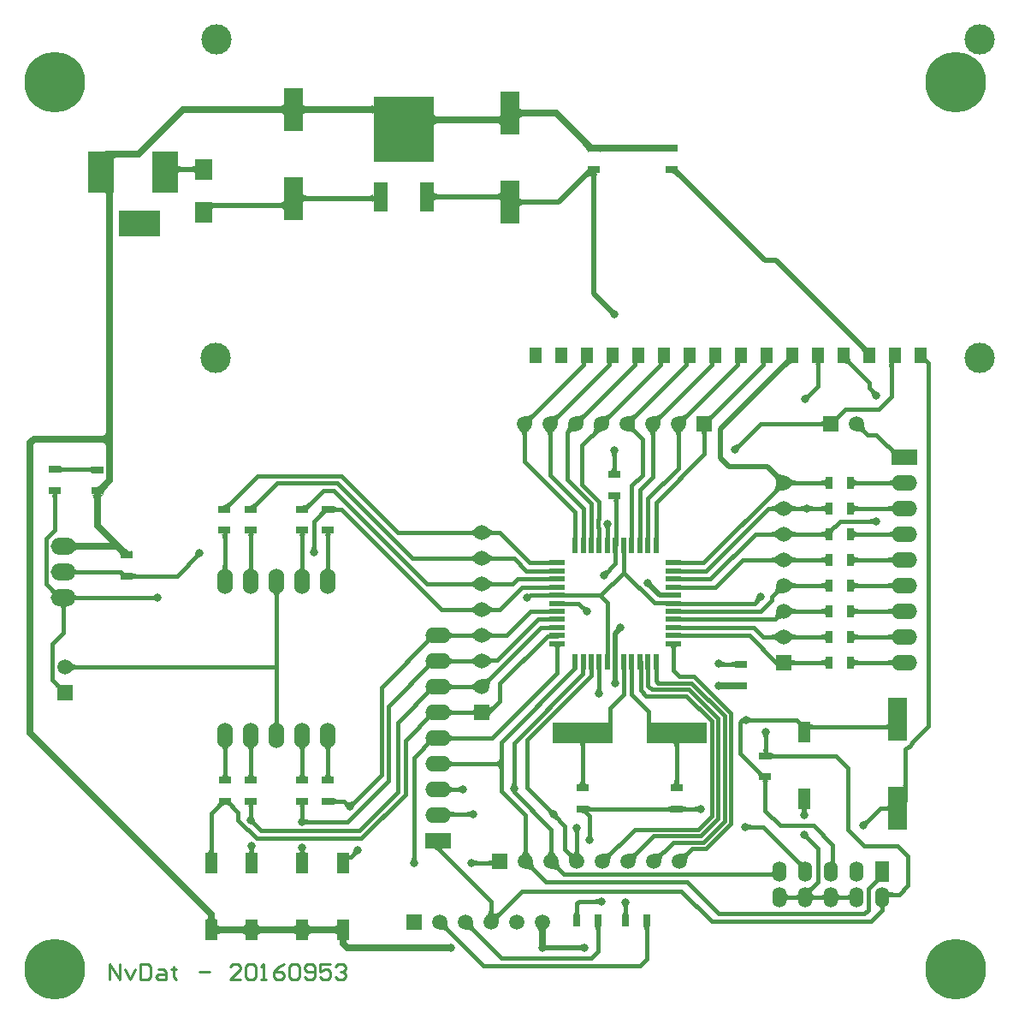
<source format=gtl>
G04 Layer_Physical_Order=1*
G04 Layer_Color=255*
%FSLAX24Y24*%
%MOIN*%
G70*
G01*
G75*
%ADD10R,0.0472X0.0315*%
%ADD11R,0.0217X0.0591*%
%ADD12R,0.0591X0.0217*%
%ADD13R,0.0650X0.0787*%
%ADD14R,0.0472X0.0787*%
%ADD15R,0.0728X0.1713*%
%ADD16R,0.0551X0.1181*%
%ADD17R,0.2362X0.2559*%
%ADD18R,0.2362X0.0787*%
%ADD19R,0.0315X0.0472*%
%ADD20C,0.0150*%
%ADD21C,0.0250*%
%ADD22C,0.0200*%
%ADD23C,0.0100*%
%ADD24R,0.1000X0.1600*%
%ADD25R,0.1600X0.1000*%
%ADD26C,0.1181*%
%ADD27R,0.0512X0.0630*%
%ADD28O,0.0600X0.1000*%
%ADD29C,0.0591*%
%ADD30R,0.0591X0.0591*%
%ADD31R,0.0551X0.0787*%
%ADD32O,0.0551X0.0787*%
%ADD33R,0.0591X0.0591*%
%ADD34O,0.1000X0.0600*%
%ADD35R,0.1000X0.0600*%
%ADD36C,0.0394*%
%ADD37C,0.2362*%
%ADD38O,0.0984X0.0669*%
%ADD39C,0.0315*%
G36*
X39469Y22446D02*
X39474Y22433D01*
X39481Y22422D01*
X39492Y22412D01*
X39506Y22404D01*
X39522Y22397D01*
X39542Y22392D01*
X39564Y22388D01*
X39590Y22386D01*
X39619Y22385D01*
Y22235D01*
X39590Y22234D01*
X39564Y22232D01*
X39542Y22228D01*
X39522Y22223D01*
X39506Y22216D01*
X39492Y22208D01*
X39481Y22198D01*
X39474Y22187D01*
X39469Y22174D01*
X39468Y22160D01*
Y22460D01*
X39469Y22446D01*
D02*
G37*
G36*
X26959Y22135D02*
X26965Y22123D01*
X26974Y22111D01*
X26987Y22102D01*
X27003Y22094D01*
X27023Y22087D01*
X27047Y22082D01*
X27074Y22078D01*
X27105Y22076D01*
X27139Y22075D01*
Y21925D01*
X27105Y21924D01*
X27047Y21918D01*
X27023Y21913D01*
X27003Y21906D01*
X26987Y21898D01*
X26974Y21889D01*
X26965Y21877D01*
X26959Y21865D01*
X26958Y21851D01*
Y22149D01*
X26959Y22135D01*
D02*
G37*
G36*
X19335Y22641D02*
X19323Y22635D01*
X19311Y22626D01*
X19302Y22613D01*
X19294Y22597D01*
X19287Y22577D01*
X19282Y22553D01*
X19278Y22526D01*
X19276Y22495D01*
X19275Y22461D01*
X19125D01*
X19124Y22495D01*
X19118Y22553D01*
X19113Y22577D01*
X19106Y22597D01*
X19098Y22613D01*
X19089Y22626D01*
X19077Y22635D01*
X19065Y22641D01*
X19051Y22642D01*
X19349D01*
X19335Y22641D01*
D02*
G37*
G36*
X18335D02*
X18323Y22635D01*
X18311Y22626D01*
X18302Y22613D01*
X18294Y22597D01*
X18287Y22577D01*
X18282Y22553D01*
X18278Y22526D01*
X18276Y22495D01*
X18275Y22461D01*
X18125D01*
X18124Y22495D01*
X18118Y22553D01*
X18113Y22577D01*
X18106Y22597D01*
X18098Y22613D01*
X18089Y22626D01*
X18077Y22635D01*
X18065Y22641D01*
X18051Y22642D01*
X18349D01*
X18335Y22641D01*
D02*
G37*
G36*
X21276Y21637D02*
X21278Y21612D01*
X21282Y21589D01*
X21287Y21569D01*
X21294Y21553D01*
X21302Y21539D01*
X21312Y21529D01*
X21323Y21521D01*
X21336Y21516D01*
X21350Y21515D01*
X21050D01*
X21064Y21516D01*
X21077Y21521D01*
X21088Y21529D01*
X21098Y21539D01*
X21106Y21553D01*
X21113Y21569D01*
X21118Y21589D01*
X21122Y21612D01*
X21124Y21637D01*
X21125Y21666D01*
X21275D01*
X21276Y21637D01*
D02*
G37*
G36*
X19276D02*
X19278Y21612D01*
X19282Y21589D01*
X19287Y21569D01*
X19294Y21553D01*
X19302Y21539D01*
X19312Y21529D01*
X19323Y21521D01*
X19336Y21516D01*
X19350Y21515D01*
X19050D01*
X19064Y21516D01*
X19077Y21521D01*
X19088Y21529D01*
X19098Y21539D01*
X19106Y21553D01*
X19113Y21569D01*
X19118Y21589D01*
X19122Y21612D01*
X19124Y21637D01*
X19125Y21666D01*
X19275D01*
X19276Y21637D01*
D02*
G37*
G36*
X29025Y22000D02*
X28875Y21775D01*
X28874Y21804D01*
X28869Y21829D01*
X28861Y21851D01*
X28851Y21871D01*
X28837Y21888D01*
X28821Y21901D01*
X28802Y21911D01*
X28779Y21919D01*
X28753Y21923D01*
X28725Y21925D01*
Y22075D01*
X28753Y22076D01*
X28779Y22081D01*
X28802Y22088D01*
X28821Y22099D01*
X28837Y22113D01*
X28851Y22129D01*
X28861Y22148D01*
X28869Y22171D01*
X28874Y22197D01*
X28875Y22225D01*
X29025Y22000D01*
D02*
G37*
G36*
X22276Y21637D02*
X22278Y21612D01*
X22282Y21589D01*
X22287Y21569D01*
X22294Y21553D01*
X22302Y21539D01*
X22312Y21529D01*
X22323Y21521D01*
X22336Y21516D01*
X22350Y21515D01*
X22050D01*
X22064Y21516D01*
X22077Y21521D01*
X22088Y21529D01*
X22098Y21539D01*
X22106Y21553D01*
X22113Y21569D01*
X22118Y21589D01*
X22122Y21612D01*
X22124Y21637D01*
X22125Y21666D01*
X22275D01*
X22276Y21637D01*
D02*
G37*
G36*
X21335Y22641D02*
X21323Y22635D01*
X21311Y22626D01*
X21302Y22613D01*
X21294Y22597D01*
X21287Y22577D01*
X21282Y22553D01*
X21278Y22526D01*
X21276Y22495D01*
X21275Y22461D01*
X21125D01*
X21124Y22495D01*
X21118Y22553D01*
X21113Y22577D01*
X21106Y22597D01*
X21098Y22613D01*
X21089Y22626D01*
X21077Y22635D01*
X21065Y22641D01*
X21051Y22642D01*
X21349D01*
X21335Y22641D01*
D02*
G37*
G36*
X26959Y23135D02*
X26965Y23123D01*
X26974Y23111D01*
X26987Y23102D01*
X27003Y23094D01*
X27023Y23087D01*
X27047Y23082D01*
X27074Y23078D01*
X27105Y23076D01*
X27139Y23075D01*
Y22925D01*
X27105Y22924D01*
X27047Y22918D01*
X27023Y22913D01*
X27003Y22906D01*
X26987Y22898D01*
X26974Y22889D01*
X26965Y22877D01*
X26959Y22865D01*
X26958Y22851D01*
Y23149D01*
X26959Y23135D01*
D02*
G37*
G36*
X26224Y22712D02*
X26212Y22721D01*
X26199Y22726D01*
X26185Y22727D01*
X26169Y22725D01*
X26152Y22720D01*
X26133Y22710D01*
X26113Y22697D01*
X26091Y22680D01*
X26067Y22660D01*
X26042Y22636D01*
X25936Y22742D01*
X25960Y22767D01*
X25997Y22813D01*
X26010Y22833D01*
X26020Y22852D01*
X26025Y22869D01*
X26027Y22885D01*
X26026Y22899D01*
X26021Y22912D01*
X26012Y22924D01*
X26224Y22712D01*
D02*
G37*
G36*
X40985Y23579D02*
X40990Y23566D01*
X40997Y23555D01*
X41008Y23545D01*
X41022Y23537D01*
X41038Y23530D01*
X41058Y23525D01*
X41080Y23521D01*
X41106Y23519D01*
X41135Y23518D01*
Y23368D01*
X41106Y23367D01*
X41080Y23365D01*
X41058Y23361D01*
X41038Y23356D01*
X41022Y23349D01*
X41008Y23341D01*
X40997Y23331D01*
X40990Y23320D01*
X40985Y23307D01*
X40984Y23293D01*
Y23593D01*
X40985Y23579D01*
D02*
G37*
G36*
X39354Y23130D02*
X39348Y23122D01*
X39342Y23112D01*
X39338Y23102D01*
X39334Y23090D01*
X39331Y23078D01*
X39328Y23064D01*
X39326Y23049D01*
X39325Y23034D01*
X39325Y23017D01*
X39175D01*
X39175Y23034D01*
X39172Y23064D01*
X39169Y23078D01*
X39166Y23090D01*
X39162Y23102D01*
X39158Y23112D01*
X39152Y23122D01*
X39146Y23130D01*
X39140Y23138D01*
X39360D01*
X39354Y23130D01*
D02*
G37*
G36*
X39326Y22587D02*
X39328Y22562D01*
X39332Y22539D01*
X39337Y22519D01*
X39344Y22503D01*
X39352Y22489D01*
X39362Y22479D01*
X39373Y22471D01*
X39386Y22466D01*
X39400Y22465D01*
X39100D01*
X39114Y22466D01*
X39127Y22471D01*
X39138Y22479D01*
X39148Y22489D01*
X39156Y22503D01*
X39163Y22519D01*
X39168Y22539D01*
X39172Y22562D01*
X39174Y22587D01*
X39175Y22616D01*
X39325D01*
X39326Y22587D01*
D02*
G37*
G36*
X22335Y22641D02*
X22323Y22635D01*
X22311Y22626D01*
X22302Y22613D01*
X22294Y22597D01*
X22287Y22577D01*
X22282Y22553D01*
X22278Y22526D01*
X22276Y22495D01*
X22275Y22461D01*
X22125D01*
X22124Y22495D01*
X22118Y22553D01*
X22113Y22577D01*
X22106Y22597D01*
X22098Y22613D01*
X22089Y22626D01*
X22077Y22635D01*
X22065Y22641D01*
X22051Y22642D01*
X22349D01*
X22335Y22641D01*
D02*
G37*
G36*
X35916Y22806D02*
X35903Y22802D01*
X35892Y22794D01*
X35882Y22784D01*
X35874Y22770D01*
X35867Y22754D01*
X35862Y22734D01*
X35858Y22712D01*
X35856Y22686D01*
X35855Y22658D01*
X35705D01*
X35704Y22686D01*
X35702Y22712D01*
X35698Y22734D01*
X35693Y22754D01*
X35686Y22770D01*
X35678Y22784D01*
X35668Y22794D01*
X35657Y22802D01*
X35644Y22806D01*
X35630Y22808D01*
X35930D01*
X35916Y22806D01*
D02*
G37*
G36*
X32256D02*
X32243Y22802D01*
X32232Y22794D01*
X32222Y22784D01*
X32214Y22770D01*
X32207Y22754D01*
X32202Y22734D01*
X32198Y22712D01*
X32196Y22686D01*
X32195Y22658D01*
X32045D01*
X32044Y22686D01*
X32042Y22712D01*
X32038Y22734D01*
X32033Y22754D01*
X32026Y22770D01*
X32018Y22784D01*
X32008Y22794D01*
X31997Y22802D01*
X31984Y22806D01*
X31970Y22808D01*
X32270D01*
X32256Y22806D01*
D02*
G37*
G36*
X18177Y20384D02*
X18166Y20392D01*
X18152Y20397D01*
X18136D01*
X18118Y20392D01*
X18098Y20384D01*
X18075Y20371D01*
X18051Y20354D01*
X18024Y20333D01*
X17965Y20278D01*
X17859Y20384D01*
X17889Y20415D01*
X17935Y20470D01*
X17952Y20494D01*
X17965Y20516D01*
X17974Y20537D01*
X17978Y20555D01*
Y20570D01*
X17974Y20584D01*
X17965Y20596D01*
X18177Y20384D01*
D02*
G37*
G36*
X23268Y20462D02*
X23256Y20450D01*
X23237Y20426D01*
X23229Y20415D01*
X23222Y20404D01*
X23217Y20393D01*
X23213Y20382D01*
X23210Y20372D01*
X23208Y20362D01*
X23207Y20352D01*
X23052Y20507D01*
X23062Y20508D01*
X23072Y20510D01*
X23082Y20513D01*
X23093Y20517D01*
X23104Y20522D01*
X23115Y20529D01*
X23126Y20537D01*
X23138Y20546D01*
X23150Y20556D01*
X23162Y20568D01*
X23268Y20462D01*
D02*
G37*
G36*
X29561Y20937D02*
X29559Y20931D01*
X29558Y20923D01*
X29559Y20915D01*
X29562Y20907D01*
X29567Y20897D01*
X29574Y20887D01*
X29582Y20876D01*
X29592Y20864D01*
X29604Y20852D01*
X29471Y20773D01*
X29361Y20920D01*
X29565Y20943D01*
X29561Y20937D01*
D02*
G37*
G36*
X22435Y20676D02*
X22440Y20663D01*
X22447Y20652D01*
X22458Y20642D01*
X22472Y20634D01*
X22488Y20627D01*
X22508Y20622D01*
X22530Y20618D01*
X22556Y20616D01*
X22585Y20615D01*
Y20465D01*
X22556Y20464D01*
X22530Y20462D01*
X22508Y20458D01*
X22488Y20453D01*
X22472Y20446D01*
X22458Y20438D01*
X22447Y20428D01*
X22440Y20417D01*
X22435Y20404D01*
X22434Y20390D01*
Y20690D01*
X22435Y20676D01*
D02*
G37*
G36*
X21336Y20382D02*
X21323Y20378D01*
X21312Y20370D01*
X21302Y20360D01*
X21294Y20346D01*
X21287Y20330D01*
X21282Y20310D01*
X21278Y20288D01*
X21276Y20262D01*
X21275Y20234D01*
X21125D01*
X21124Y20262D01*
X21122Y20288D01*
X21118Y20310D01*
X21113Y20330D01*
X21106Y20346D01*
X21098Y20360D01*
X21088Y20370D01*
X21077Y20378D01*
X21064Y20382D01*
X21050Y20384D01*
X21350D01*
X21336Y20382D01*
D02*
G37*
G36*
X19336D02*
X19323Y20378D01*
X19312Y20370D01*
X19302Y20360D01*
X19294Y20346D01*
X19287Y20330D01*
X19282Y20310D01*
X19278Y20288D01*
X19276Y20262D01*
X19275Y20234D01*
X19125D01*
X19124Y20262D01*
X19122Y20288D01*
X19118Y20310D01*
X19113Y20330D01*
X19106Y20346D01*
X19098Y20360D01*
X19088Y20370D01*
X19077Y20378D01*
X19064Y20382D01*
X19050Y20384D01*
X19350D01*
X19336Y20382D01*
D02*
G37*
G36*
X22919Y20543D02*
X22931Y20533D01*
X22942Y20524D01*
X22954Y20517D01*
X22965Y20511D01*
X22976Y20507D01*
X22986Y20504D01*
X22997Y20503D01*
X23007Y20503D01*
X23017Y20504D01*
X22895Y20320D01*
X22893Y20329D01*
X22890Y20338D01*
X22886Y20347D01*
X22880Y20357D01*
X22874Y20367D01*
X22866Y20377D01*
X22848Y20400D01*
X22838Y20411D01*
X22826Y20423D01*
X22907Y20555D01*
X22919Y20543D01*
D02*
G37*
G36*
X18426Y20584D02*
X18422Y20570D01*
Y20555D01*
X18426Y20537D01*
X18435Y20516D01*
X18448Y20494D01*
X18465Y20470D01*
X18486Y20443D01*
X18541Y20384D01*
X18435Y20278D01*
X18404Y20307D01*
X18349Y20354D01*
X18325Y20371D01*
X18302Y20384D01*
X18282Y20392D01*
X18264Y20397D01*
X18248D01*
X18234Y20392D01*
X18223Y20384D01*
X18435Y20596D01*
X18426Y20584D01*
D02*
G37*
G36*
X26959Y21135D02*
X26965Y21123D01*
X26974Y21111D01*
X26987Y21102D01*
X27003Y21094D01*
X27023Y21087D01*
X27047Y21082D01*
X27074Y21078D01*
X27105Y21076D01*
X27139Y21075D01*
Y20925D01*
X27105Y20924D01*
X27047Y20918D01*
X27023Y20913D01*
X27003Y20906D01*
X26987Y20898D01*
X26974Y20889D01*
X26965Y20877D01*
X26959Y20865D01*
X26958Y20851D01*
Y21149D01*
X26959Y21135D01*
D02*
G37*
G36*
X35856Y21337D02*
X35858Y21312D01*
X35862Y21289D01*
X35867Y21269D01*
X35874Y21253D01*
X35882Y21239D01*
X35892Y21228D01*
X35903Y21221D01*
X35916Y21216D01*
X35930Y21215D01*
X35630D01*
X35644Y21216D01*
X35657Y21221D01*
X35668Y21228D01*
X35678Y21239D01*
X35686Y21253D01*
X35693Y21269D01*
X35698Y21289D01*
X35702Y21312D01*
X35704Y21337D01*
X35705Y21366D01*
X35855D01*
X35856Y21337D01*
D02*
G37*
G36*
X32196D02*
X32198Y21312D01*
X32202Y21289D01*
X32207Y21269D01*
X32214Y21253D01*
X32222Y21239D01*
X32232Y21228D01*
X32243Y21221D01*
X32256Y21216D01*
X32270Y21215D01*
X31970D01*
X31984Y21216D01*
X31997Y21221D01*
X32008Y21228D01*
X32018Y21239D01*
X32026Y21253D01*
X32033Y21269D01*
X32038Y21289D01*
X32042Y21312D01*
X32044Y21337D01*
X32045Y21366D01*
X32195D01*
X32196Y21337D01*
D02*
G37*
G36*
X18276Y21637D02*
X18278Y21612D01*
X18282Y21589D01*
X18287Y21569D01*
X18294Y21553D01*
X18302Y21539D01*
X18312Y21529D01*
X18323Y21521D01*
X18336Y21516D01*
X18350Y21515D01*
X18050D01*
X18064Y21516D01*
X18077Y21521D01*
X18088Y21529D01*
X18098Y21539D01*
X18106Y21553D01*
X18113Y21569D01*
X18118Y21589D01*
X18122Y21612D01*
X18124Y21637D01*
X18125Y21666D01*
X18275D01*
X18276Y21637D01*
D02*
G37*
G36*
X39030Y21722D02*
X39085Y21676D01*
X39110Y21658D01*
X39132Y21646D01*
X39152Y21637D01*
X39170Y21633D01*
X39186Y21632D01*
X39200Y21637D01*
X39211Y21645D01*
X39000Y21434D01*
X39009Y21446D01*
X39013Y21459D01*
X39013Y21475D01*
X39008Y21493D01*
X39000Y21513D01*
X38987Y21536D01*
X38970Y21560D01*
X38948Y21587D01*
X38893Y21646D01*
X38999Y21752D01*
X39030Y21722D01*
D02*
G37*
G36*
X44763Y21123D02*
X44539Y21122D01*
X44553Y21123D01*
X44566Y21128D01*
X44577Y21135D01*
X44587Y21146D01*
X44595Y21160D01*
X44602Y21176D01*
X44607Y21196D01*
X44611Y21218D01*
X44613Y21244D01*
X44614Y21273D01*
X44764D01*
X44763Y21123D01*
D02*
G37*
G36*
X27333Y20890D02*
X27325Y20896D01*
X27317Y20902D01*
X27307Y20908D01*
X27297Y20912D01*
X27285Y20916D01*
X27273Y20919D01*
X27259Y20922D01*
X27244Y20924D01*
X27229Y20925D01*
X27212Y20925D01*
Y21075D01*
X27229Y21075D01*
X27259Y21078D01*
X27273Y21081D01*
X27285Y21084D01*
X27297Y21088D01*
X27307Y21092D01*
X27317Y21098D01*
X27325Y21104D01*
X27333Y21110D01*
Y20890D01*
D02*
G37*
G36*
X39370Y21332D02*
X39357Y21328D01*
X39346Y21320D01*
X39336Y21310D01*
X39328Y21296D01*
X39321Y21280D01*
X39316Y21260D01*
X39312Y21238D01*
X39310Y21212D01*
X39309Y21184D01*
X39159D01*
X39158Y21212D01*
X39156Y21238D01*
X39152Y21260D01*
X39147Y21280D01*
X39140Y21296D01*
X39132Y21310D01*
X39122Y21320D01*
X39111Y21328D01*
X39098Y21332D01*
X39084Y21334D01*
X39384D01*
X39370Y21332D01*
D02*
G37*
G36*
X29525Y21266D02*
X29528Y21236D01*
X29531Y21222D01*
X29534Y21210D01*
X29538Y21198D01*
X29542Y21188D01*
X29548Y21178D01*
X29554Y21170D01*
X29560Y21162D01*
X29340D01*
X29346Y21170D01*
X29352Y21178D01*
X29358Y21188D01*
X29362Y21198D01*
X29366Y21210D01*
X29369Y21222D01*
X29372Y21236D01*
X29374Y21251D01*
X29375Y21266D01*
X29375Y21283D01*
X29525D01*
X29525Y21266D01*
D02*
G37*
G36*
X44038Y23293D02*
X44037Y23307D01*
X44032Y23320D01*
X44025Y23331D01*
X44014Y23341D01*
X44001Y23349D01*
X43984Y23356D01*
X43964Y23361D01*
X43942Y23365D01*
X43916Y23367D01*
X43887Y23368D01*
Y23518D01*
X43916Y23519D01*
X43942Y23521D01*
X43964Y23525D01*
X43984Y23530D01*
X44001Y23537D01*
X44014Y23545D01*
X44025Y23555D01*
X44032Y23566D01*
X44037Y23579D01*
X44038Y23593D01*
Y23293D01*
D02*
G37*
G36*
X42706Y26081D02*
X42711Y26068D01*
X42719Y26057D01*
X42729Y26047D01*
X42743Y26039D01*
X42759Y26032D01*
X42779Y26027D01*
X42802Y26023D01*
X42827Y26021D01*
X42856Y26020D01*
Y25870D01*
X42827Y25869D01*
X42802Y25867D01*
X42779Y25863D01*
X42759Y25858D01*
X42743Y25851D01*
X42729Y25843D01*
X42719Y25833D01*
X42711Y25822D01*
X42706Y25809D01*
X42705Y25795D01*
Y26095D01*
X42706Y26081D01*
D02*
G37*
G36*
X27989Y25793D02*
X27963Y25818D01*
X27938Y25841D01*
X27912Y25860D01*
X27887Y25878D01*
X27862Y25892D01*
X27836Y25904D01*
X27811Y25913D01*
X27787Y25920D01*
X27762Y25924D01*
X27737Y25925D01*
Y26075D01*
X27762Y26076D01*
X27787Y26080D01*
X27811Y26087D01*
X27836Y26096D01*
X27862Y26108D01*
X27887Y26122D01*
X27912Y26140D01*
X27938Y26159D01*
X27963Y26182D01*
X27989Y26207D01*
Y25793D01*
D02*
G37*
G36*
X40244Y26086D02*
X40249Y26073D01*
X40256Y26062D01*
X40267Y26052D01*
X40281Y26044D01*
X40297Y26037D01*
X40317Y26032D01*
X40340Y26028D01*
X40365Y26026D01*
X40394Y26025D01*
Y25875D01*
X40365Y25874D01*
X40340Y25872D01*
X40317Y25868D01*
X40297Y25863D01*
X40281Y25856D01*
X40267Y25848D01*
X40256Y25838D01*
X40249Y25827D01*
X40244Y25814D01*
X40243Y25800D01*
Y26100D01*
X40244Y26086D01*
D02*
G37*
G36*
X44190Y25796D02*
X44188Y25810D01*
X44183Y25822D01*
X44174Y25834D01*
X44161Y25843D01*
X44145Y25851D01*
X44125Y25858D01*
X44102Y25863D01*
X44074Y25867D01*
X44044Y25869D01*
X44009Y25870D01*
X44012Y26020D01*
X44047Y26021D01*
X44105Y26027D01*
X44129Y26032D01*
X44149Y26039D01*
X44165Y26047D01*
X44178Y26056D01*
X44187Y26068D01*
X44193Y26080D01*
X44195Y26094D01*
X44190Y25796D01*
D02*
G37*
G36*
X26224Y25712D02*
X26212Y25721D01*
X26199Y25726D01*
X26185Y25727D01*
X26169Y25725D01*
X26152Y25720D01*
X26133Y25710D01*
X26113Y25697D01*
X26091Y25680D01*
X26067Y25660D01*
X26042Y25636D01*
X25936Y25742D01*
X25960Y25767D01*
X25997Y25813D01*
X26010Y25833D01*
X26020Y25852D01*
X26025Y25869D01*
X26027Y25885D01*
X26026Y25899D01*
X26021Y25912D01*
X26012Y25924D01*
X26224Y25712D01*
D02*
G37*
G36*
X12187Y25956D02*
X12212Y25934D01*
X12238Y25914D01*
X12263Y25897D01*
X12288Y25883D01*
X12314Y25871D01*
X12339Y25862D01*
X12363Y25855D01*
X12388Y25851D01*
X12413Y25850D01*
Y25700D01*
X12388Y25698D01*
X12363Y25695D01*
X12339Y25688D01*
X12314Y25679D01*
X12288Y25667D01*
X12263Y25652D01*
X12238Y25635D01*
X12212Y25616D01*
X12187Y25593D01*
X12161Y25568D01*
Y25982D01*
X12187Y25956D01*
D02*
G37*
G36*
X37553Y25987D02*
X37560Y25981D01*
X37569Y25975D01*
X37579Y25969D01*
X37590Y25965D01*
X37602Y25961D01*
X37616Y25959D01*
X37630Y25957D01*
X37646Y25955D01*
X37662Y25955D01*
X37640Y25805D01*
X37624Y25805D01*
X37593Y25802D01*
X37579Y25800D01*
X37567Y25798D01*
X37555Y25795D01*
X37544Y25791D01*
X37534Y25787D01*
X37526Y25782D01*
X37518Y25776D01*
X37546Y25995D01*
X37553Y25987D01*
D02*
G37*
G36*
X38066Y25730D02*
X38065Y25744D01*
X38060Y25757D01*
X38053Y25768D01*
X38042Y25778D01*
X38028Y25786D01*
X38012Y25793D01*
X37992Y25798D01*
X37969Y25802D01*
X37944Y25804D01*
X37915Y25805D01*
Y25955D01*
X37944Y25956D01*
X37992Y25960D01*
X38011Y25965D01*
X38028Y25970D01*
X38041Y25977D01*
X38052Y25985D01*
X38059Y25994D01*
X38064Y26004D01*
X38065Y26016D01*
X38066Y25730D01*
D02*
G37*
G36*
X41575Y25800D02*
X41574Y25814D01*
X41569Y25827D01*
X41562Y25838D01*
X41551Y25848D01*
X41538Y25856D01*
X41521Y25863D01*
X41501Y25868D01*
X41479Y25872D01*
X41453Y25874D01*
X41424Y25875D01*
Y26025D01*
X41453Y26026D01*
X41479Y26028D01*
X41501Y26032D01*
X41521Y26037D01*
X41538Y26044D01*
X41551Y26052D01*
X41562Y26062D01*
X41569Y26073D01*
X41574Y26086D01*
X41575Y26100D01*
Y25800D01*
D02*
G37*
G36*
X39739Y26743D02*
X39713Y26768D01*
X39688Y26791D01*
X39662Y26810D01*
X39637Y26828D01*
X39612Y26842D01*
X39586Y26854D01*
X39561Y26863D01*
X39537Y26870D01*
X39512Y26874D01*
X39487Y26875D01*
Y27025D01*
X39512Y27026D01*
X39537Y27030D01*
X39561Y27037D01*
X39586Y27046D01*
X39612Y27058D01*
X39637Y27072D01*
X39662Y27090D01*
X39688Y27109D01*
X39713Y27132D01*
X39739Y27157D01*
Y26743D01*
D02*
G37*
G36*
X26224Y26712D02*
X26212Y26721D01*
X26199Y26726D01*
X26185Y26727D01*
X26169Y26725D01*
X26152Y26720D01*
X26133Y26710D01*
X26113Y26697D01*
X26091Y26680D01*
X26067Y26660D01*
X26042Y26636D01*
X25936Y26742D01*
X25960Y26767D01*
X25997Y26813D01*
X26010Y26833D01*
X26020Y26852D01*
X26025Y26869D01*
X26027Y26885D01*
X26026Y26899D01*
X26021Y26912D01*
X26012Y26924D01*
X26224Y26712D01*
D02*
G37*
G36*
X27989Y26793D02*
X27963Y26818D01*
X27938Y26841D01*
X27912Y26860D01*
X27887Y26878D01*
X27862Y26892D01*
X27836Y26904D01*
X27811Y26913D01*
X27787Y26920D01*
X27762Y26924D01*
X27737Y26925D01*
Y27075D01*
X27762Y27076D01*
X27787Y27080D01*
X27811Y27087D01*
X27836Y27096D01*
X27862Y27108D01*
X27887Y27122D01*
X27912Y27140D01*
X27938Y27159D01*
X27963Y27182D01*
X27989Y27207D01*
Y26793D01*
D02*
G37*
G36*
X40187Y27132D02*
X40212Y27109D01*
X40238Y27090D01*
X40263Y27072D01*
X40288Y27058D01*
X40314Y27046D01*
X40339Y27037D01*
X40363Y27030D01*
X40388Y27026D01*
X40413Y27025D01*
Y26875D01*
X40388Y26874D01*
X40363Y26870D01*
X40339Y26863D01*
X40314Y26854D01*
X40288Y26842D01*
X40263Y26828D01*
X40238Y26810D01*
X40212Y26791D01*
X40187Y26768D01*
X40161Y26743D01*
Y27157D01*
X40187Y27132D01*
D02*
G37*
G36*
X26959Y26135D02*
X26965Y26123D01*
X26974Y26111D01*
X26987Y26102D01*
X27003Y26094D01*
X27023Y26087D01*
X27047Y26082D01*
X27074Y26078D01*
X27105Y26076D01*
X27139Y26075D01*
Y25925D01*
X27105Y25924D01*
X27047Y25918D01*
X27023Y25913D01*
X27003Y25906D01*
X26987Y25898D01*
X26974Y25889D01*
X26965Y25877D01*
X26959Y25865D01*
X26958Y25851D01*
Y26149D01*
X26959Y26135D01*
D02*
G37*
G36*
X28425Y26196D02*
X28479Y26156D01*
X28506Y26140D01*
X28532Y26126D01*
X28558Y26115D01*
X28583Y26106D01*
X28608Y26100D01*
X28633Y26096D01*
X28657Y26095D01*
X28667Y25945D01*
X28642Y25943D01*
X28617Y25939D01*
X28593Y25932D01*
X28568Y25923D01*
X28544Y25910D01*
X28519Y25895D01*
X28495Y25877D01*
X28471Y25857D01*
X28448Y25834D01*
X28424Y25808D01*
X28397Y26220D01*
X28425Y26196D01*
D02*
G37*
G36*
X35800Y26567D02*
X35787Y26562D01*
X35776Y26555D01*
X35766Y26544D01*
X35758Y26531D01*
X35751Y26514D01*
X35746Y26495D01*
X35742Y26472D01*
X35740Y26447D01*
X35739Y26418D01*
X35589D01*
X35588Y26447D01*
X35586Y26472D01*
X35582Y26495D01*
X35577Y26514D01*
X35570Y26531D01*
X35562Y26544D01*
X35552Y26555D01*
X35541Y26562D01*
X35528Y26567D01*
X35514Y26568D01*
X35814D01*
X35800Y26567D01*
D02*
G37*
G36*
X31272D02*
X31259Y26562D01*
X31248Y26555D01*
X31238Y26544D01*
X31230Y26531D01*
X31223Y26514D01*
X31218Y26495D01*
X31214Y26472D01*
X31212Y26447D01*
X31211Y26418D01*
X31061D01*
X31060Y26447D01*
X31058Y26472D01*
X31054Y26495D01*
X31049Y26514D01*
X31042Y26531D01*
X31034Y26544D01*
X31024Y26555D01*
X31013Y26562D01*
X31000Y26567D01*
X30986Y26568D01*
X31286D01*
X31272Y26567D01*
D02*
G37*
G36*
X26224Y23712D02*
X26212Y23721D01*
X26199Y23726D01*
X26185Y23727D01*
X26169Y23725D01*
X26152Y23720D01*
X26133Y23710D01*
X26113Y23697D01*
X26091Y23680D01*
X26067Y23660D01*
X26042Y23636D01*
X25936Y23742D01*
X25960Y23767D01*
X25997Y23813D01*
X26010Y23833D01*
X26020Y23852D01*
X26025Y23869D01*
X26027Y23885D01*
X26026Y23899D01*
X26021Y23912D01*
X26012Y23924D01*
X26224Y23712D01*
D02*
G37*
G36*
X34775Y23714D02*
X34777Y23688D01*
X34781Y23665D01*
X34786Y23646D01*
X34793Y23629D01*
X34801Y23616D01*
X34811Y23605D01*
X34822Y23597D01*
X34835Y23593D01*
X34849Y23591D01*
X34600Y23592D01*
X34605Y23594D01*
X34609Y23598D01*
X34612Y23606D01*
X34615Y23616D01*
X34618Y23630D01*
X34620Y23646D01*
X34623Y23688D01*
X34624Y23742D01*
X34774D01*
X34775Y23714D01*
D02*
G37*
G36*
X26959Y24135D02*
X26965Y24123D01*
X26974Y24111D01*
X26987Y24102D01*
X27003Y24094D01*
X27023Y24087D01*
X27047Y24082D01*
X27074Y24078D01*
X27105Y24076D01*
X27139Y24075D01*
Y23925D01*
X27105Y23924D01*
X27047Y23918D01*
X27023Y23913D01*
X27003Y23906D01*
X26987Y23898D01*
X26974Y23889D01*
X26965Y23877D01*
X26959Y23865D01*
X26958Y23851D01*
Y24149D01*
X26959Y24135D01*
D02*
G37*
G36*
X27907Y23850D02*
X27906Y23864D01*
X27901Y23877D01*
X27894Y23888D01*
X27883Y23898D01*
X27869Y23906D01*
X27853Y23913D01*
X27833Y23918D01*
X27810Y23922D01*
X27785Y23924D01*
X27756Y23925D01*
Y24075D01*
X27785Y24076D01*
X27810Y24078D01*
X27833Y24082D01*
X27853Y24087D01*
X27869Y24094D01*
X27883Y24102D01*
X27894Y24112D01*
X27901Y24123D01*
X27906Y24136D01*
X27907Y24150D01*
Y23850D01*
D02*
G37*
G36*
X20276Y23705D02*
X20282Y23647D01*
X20287Y23623D01*
X20294Y23603D01*
X20302Y23587D01*
X20311Y23574D01*
X20323Y23565D01*
X20335Y23559D01*
X20349Y23558D01*
X20051D01*
X20065Y23559D01*
X20077Y23565D01*
X20089Y23574D01*
X20098Y23587D01*
X20106Y23603D01*
X20113Y23623D01*
X20118Y23647D01*
X20122Y23674D01*
X20124Y23705D01*
X20125Y23739D01*
X20275D01*
X20276Y23705D01*
D02*
G37*
G36*
X40630Y23641D02*
X40516Y23527D01*
X40516Y23529D01*
X40513Y23533D01*
X40508Y23539D01*
X40491Y23558D01*
X40409Y23642D01*
X40515Y23748D01*
X40630Y23641D01*
D02*
G37*
G36*
X33276Y23714D02*
X33282Y23630D01*
X33285Y23616D01*
X33288Y23606D01*
X33291Y23598D01*
X33295Y23594D01*
X33300Y23592D01*
X33051Y23591D01*
X33065Y23593D01*
X33078Y23597D01*
X33089Y23605D01*
X33099Y23616D01*
X33107Y23629D01*
X33114Y23646D01*
X33119Y23665D01*
X33123Y23688D01*
X33125Y23714D01*
X33126Y23742D01*
X33276D01*
X33276Y23714D01*
D02*
G37*
G36*
X38620Y23804D02*
X38628Y23798D01*
X38638Y23792D01*
X38648Y23788D01*
X38660Y23784D01*
X38672Y23781D01*
X38686Y23778D01*
X38701Y23776D01*
X38716Y23775D01*
X38733Y23775D01*
Y23625D01*
X38716Y23625D01*
X38686Y23622D01*
X38672Y23619D01*
X38660Y23616D01*
X38648Y23612D01*
X38638Y23608D01*
X38628Y23602D01*
X38620Y23596D01*
X38612Y23590D01*
Y23810D01*
X38620Y23804D01*
D02*
G37*
G36*
X28653Y24097D02*
X28623Y24065D01*
X28571Y24006D01*
X28550Y23978D01*
X28533Y23951D01*
X28518Y23925D01*
X28507Y23900D01*
X28499Y23876D01*
X28494Y23853D01*
X28493Y23832D01*
Y24256D01*
X28494Y24237D01*
X28497Y24222D01*
X28502Y24211D01*
X28510Y24205D01*
X28520Y24202D01*
X28531Y24205D01*
X28545Y24211D01*
X28561Y24222D01*
X28580Y24237D01*
X28600Y24256D01*
X28653Y24097D01*
D02*
G37*
G36*
X38065Y24884D02*
X38063Y24891D01*
X38055Y24897D01*
X38043Y24902D01*
X38025Y24907D01*
X38003Y24911D01*
X37975Y24914D01*
X37905Y24919D01*
X37815Y24920D01*
Y25170D01*
X37863Y25170D01*
X38043Y25183D01*
X38055Y25187D01*
X38063Y25191D01*
X38065Y25196D01*
Y24884D01*
D02*
G37*
G36*
X11687Y25145D02*
X11742Y25098D01*
X11767Y25081D01*
X11789Y25068D01*
X11809Y25060D01*
X11827Y25055D01*
X11843Y25055D01*
X11857Y25059D01*
X11868Y25068D01*
X11657Y24857D01*
X11666Y24868D01*
X11670Y24882D01*
X11670Y24898D01*
X11665Y24916D01*
X11657Y24936D01*
X11644Y24958D01*
X11627Y24983D01*
X11605Y25009D01*
X11550Y25069D01*
X11656Y25175D01*
X11687Y25145D01*
D02*
G37*
G36*
X33500Y25348D02*
X33505Y25276D01*
X33507Y25270D01*
X33508Y25265D01*
X33510Y25262D01*
X33290D01*
X33292Y25265D01*
X33293Y25270D01*
X33295Y25276D01*
X33296Y25284D01*
X33298Y25305D01*
X33300Y25332D01*
X33300Y25366D01*
X33500D01*
X33500Y25348D01*
D02*
G37*
G36*
X28580Y25274D02*
X28564Y25256D01*
X28549Y25236D01*
X28536Y25213D01*
X28525Y25189D01*
X28516Y25163D01*
X28508Y25135D01*
X28502Y25105D01*
X28498Y25073D01*
X28496Y25039D01*
X28495Y25003D01*
X28203Y25295D01*
X28239Y25296D01*
X28273Y25298D01*
X28305Y25302D01*
X28335Y25308D01*
X28363Y25316D01*
X28389Y25325D01*
X28413Y25336D01*
X28436Y25349D01*
X28456Y25364D01*
X28474Y25380D01*
X28580Y25274D01*
D02*
G37*
G36*
X27989Y24793D02*
X27963Y24818D01*
X27938Y24841D01*
X27912Y24860D01*
X27887Y24878D01*
X27862Y24892D01*
X27836Y24904D01*
X27811Y24913D01*
X27787Y24920D01*
X27762Y24924D01*
X27737Y24925D01*
Y25075D01*
X27762Y25076D01*
X27787Y25080D01*
X27811Y25087D01*
X27836Y25096D01*
X27862Y25108D01*
X27887Y25122D01*
X27912Y25140D01*
X27938Y25159D01*
X27963Y25182D01*
X27989Y25207D01*
Y24793D01*
D02*
G37*
G36*
X26224Y24712D02*
X26212Y24721D01*
X26199Y24726D01*
X26185Y24727D01*
X26169Y24725D01*
X26152Y24720D01*
X26133Y24710D01*
X26113Y24697D01*
X26091Y24680D01*
X26067Y24660D01*
X26042Y24636D01*
X25936Y24742D01*
X25960Y24767D01*
X25997Y24813D01*
X26010Y24833D01*
X26020Y24852D01*
X26025Y24869D01*
X26027Y24885D01*
X26026Y24899D01*
X26021Y24912D01*
X26012Y24924D01*
X26224Y24712D01*
D02*
G37*
G36*
X32835Y24960D02*
X32838Y24930D01*
X32841Y24916D01*
X32844Y24904D01*
X32848Y24892D01*
X32852Y24882D01*
X32858Y24872D01*
X32864Y24864D01*
X32870Y24856D01*
X32650D01*
X32657Y24864D01*
X32662Y24872D01*
X32668Y24882D01*
X32672Y24892D01*
X32676Y24904D01*
X32679Y24916D01*
X32682Y24930D01*
X32684Y24945D01*
X32685Y24960D01*
X32685Y24977D01*
X32835D01*
X32835Y24960D01*
D02*
G37*
G36*
X26959Y25135D02*
X26965Y25123D01*
X26974Y25111D01*
X26987Y25102D01*
X27003Y25094D01*
X27023Y25087D01*
X27047Y25082D01*
X27074Y25078D01*
X27105Y25076D01*
X27139Y25075D01*
Y24925D01*
X27105Y24924D01*
X27047Y24918D01*
X27023Y24913D01*
X27003Y24906D01*
X26987Y24898D01*
X26974Y24889D01*
X26965Y24877D01*
X26959Y24865D01*
X26958Y24851D01*
Y25149D01*
X26959Y25135D01*
D02*
G37*
G36*
X40529Y16650D02*
X40527Y16664D01*
X40522Y16677D01*
X40515Y16688D01*
X40504Y16698D01*
X40490Y16706D01*
X40473Y16713D01*
X40453Y16718D01*
X40430Y16722D01*
X40404Y16724D01*
X40374Y16725D01*
Y16875D01*
X40404Y16876D01*
X40430Y16878D01*
X40453Y16882D01*
X40473Y16887D01*
X40490Y16894D01*
X40504Y16902D01*
X40515Y16912D01*
X40522Y16923D01*
X40527Y16936D01*
X40529Y16950D01*
Y16650D01*
D02*
G37*
G36*
X40073Y16936D02*
X40078Y16923D01*
X40085Y16912D01*
X40096Y16902D01*
X40110Y16894D01*
X40127Y16887D01*
X40147Y16882D01*
X40170Y16878D01*
X40196Y16876D01*
X40226Y16875D01*
Y16725D01*
X40196Y16724D01*
X40170Y16722D01*
X40147Y16718D01*
X40127Y16713D01*
X40110Y16706D01*
X40096Y16698D01*
X40085Y16688D01*
X40078Y16677D01*
X40073Y16664D01*
X40071Y16650D01*
Y16950D01*
X40073Y16936D01*
D02*
G37*
G36*
X41529Y16650D02*
X41527Y16664D01*
X41522Y16677D01*
X41515Y16688D01*
X41504Y16698D01*
X41490Y16706D01*
X41473Y16713D01*
X41453Y16718D01*
X41430Y16722D01*
X41404Y16724D01*
X41374Y16725D01*
Y16875D01*
X41404Y16876D01*
X41430Y16878D01*
X41453Y16882D01*
X41473Y16887D01*
X41490Y16894D01*
X41504Y16902D01*
X41515Y16912D01*
X41522Y16923D01*
X41527Y16936D01*
X41529Y16950D01*
Y16650D01*
D02*
G37*
G36*
X41073Y16936D02*
X41078Y16923D01*
X41085Y16912D01*
X41096Y16902D01*
X41110Y16894D01*
X41127Y16887D01*
X41147Y16882D01*
X41170Y16878D01*
X41196Y16876D01*
X41226Y16875D01*
Y16725D01*
X41196Y16724D01*
X41170Y16722D01*
X41147Y16718D01*
X41127Y16713D01*
X41110Y16706D01*
X41096Y16698D01*
X41085Y16688D01*
X41078Y16677D01*
X41073Y16664D01*
X41071Y16650D01*
Y16950D01*
X41073Y16936D01*
D02*
G37*
G36*
X43900Y16427D02*
X43895Y16423D01*
X43890Y16417D01*
X43886Y16408D01*
X43883Y16396D01*
X43880Y16382D01*
X43878Y16366D01*
X43875Y16324D01*
X43875Y16300D01*
X43725D01*
X43725Y16324D01*
X43720Y16382D01*
X43717Y16396D01*
X43714Y16408D01*
X43710Y16417D01*
X43705Y16423D01*
X43700Y16427D01*
X43694Y16429D01*
X43906D01*
X43900Y16427D01*
D02*
G37*
G36*
X33866Y16263D02*
X33868Y16238D01*
X33872Y16215D01*
X33877Y16195D01*
X33884Y16179D01*
X33892Y16165D01*
X33902Y16154D01*
X33913Y16147D01*
X33926Y16142D01*
X33940Y16141D01*
X33640D01*
X33654Y16142D01*
X33667Y16147D01*
X33678Y16154D01*
X33688Y16165D01*
X33696Y16179D01*
X33703Y16195D01*
X33708Y16215D01*
X33712Y16238D01*
X33714Y16263D01*
X33715Y16292D01*
X33865D01*
X33866Y16263D01*
D02*
G37*
G36*
X32738Y16540D02*
X32730Y16546D01*
X32722Y16552D01*
X32712Y16558D01*
X32702Y16562D01*
X32690Y16566D01*
X32678Y16569D01*
X32664Y16572D01*
X32649Y16574D01*
X32634Y16575D01*
X32617Y16575D01*
Y16725D01*
X32634Y16725D01*
X32664Y16728D01*
X32678Y16731D01*
X32690Y16734D01*
X32702Y16738D01*
X32712Y16742D01*
X32722Y16748D01*
X32730Y16754D01*
X32738Y16760D01*
Y16540D01*
D02*
G37*
G36*
X33894Y16480D02*
X33888Y16472D01*
X33882Y16462D01*
X33878Y16452D01*
X33874Y16440D01*
X33871Y16428D01*
X33868Y16414D01*
X33866Y16399D01*
X33865Y16384D01*
X33865Y16367D01*
X33715D01*
X33715Y16384D01*
X33712Y16414D01*
X33709Y16428D01*
X33706Y16440D01*
X33702Y16452D01*
X33698Y16462D01*
X33692Y16472D01*
X33686Y16480D01*
X33680Y16488D01*
X33900D01*
X33894Y16480D01*
D02*
G37*
G36*
X42073Y16936D02*
X42078Y16923D01*
X42085Y16912D01*
X42096Y16902D01*
X42110Y16894D01*
X42127Y16887D01*
X42147Y16882D01*
X42170Y16878D01*
X42196Y16876D01*
X42226Y16875D01*
Y16725D01*
X42196Y16724D01*
X42170Y16722D01*
X42147Y16718D01*
X42127Y16713D01*
X42110Y16706D01*
X42096Y16698D01*
X42085Y16688D01*
X42078Y16677D01*
X42073Y16664D01*
X42071Y16650D01*
Y16950D01*
X42073Y16936D01*
D02*
G37*
G36*
X30196Y18161D02*
X30198Y18127D01*
X30202Y18095D01*
X30208Y18065D01*
X30216Y18037D01*
X30225Y18011D01*
X30236Y17987D01*
X30249Y17964D01*
X30264Y17944D01*
X30280Y17926D01*
X30174Y17820D01*
X30156Y17836D01*
X30136Y17851D01*
X30113Y17864D01*
X30089Y17875D01*
X30063Y17884D01*
X30035Y17892D01*
X30005Y17898D01*
X29973Y17902D01*
X29939Y17904D01*
X29903Y17905D01*
X30195Y18197D01*
X30196Y18161D01*
D02*
G37*
G36*
X39560Y17551D02*
X39557Y17565D01*
X39550Y17577D01*
X39541Y17589D01*
X39527Y17598D01*
X39511Y17606D01*
X39491Y17613D01*
X39469Y17618D01*
X39443Y17622D01*
X39413Y17624D01*
X39381Y17625D01*
X39374Y17775D01*
X39405Y17776D01*
X39432Y17778D01*
X39455Y17782D01*
X39475Y17787D01*
X39492Y17794D01*
X39505Y17802D01*
X39516Y17812D01*
X39522Y17823D01*
X39526Y17836D01*
X39525Y17850D01*
X39560Y17551D01*
D02*
G37*
G36*
X40586Y18240D02*
X40631Y18202D01*
X40652Y18189D01*
X40671Y18179D01*
X40689Y18173D01*
X40705Y18171D01*
X40719Y18173D01*
X40732Y18178D01*
X40743Y18186D01*
X40532Y17975D01*
X40540Y17986D01*
X40546Y17999D01*
X40547Y18014D01*
X40545Y18030D01*
X40539Y18047D01*
X40529Y18066D01*
X40516Y18087D01*
X40499Y18109D01*
X40478Y18133D01*
X40454Y18158D01*
X40560Y18264D01*
X40586Y18240D01*
D02*
G37*
G36*
X31196Y18161D02*
X31198Y18127D01*
X31202Y18095D01*
X31208Y18065D01*
X31216Y18037D01*
X31225Y18011D01*
X31236Y17987D01*
X31249Y17964D01*
X31264Y17944D01*
X31280Y17926D01*
X31174Y17820D01*
X31156Y17836D01*
X31136Y17851D01*
X31113Y17864D01*
X31089Y17875D01*
X31063Y17884D01*
X31035Y17892D01*
X31005Y17898D01*
X30973Y17902D01*
X30939Y17904D01*
X30903Y17905D01*
X31195Y18197D01*
X31196Y18161D01*
D02*
G37*
G36*
X44034Y17053D02*
X44041Y17041D01*
X44051Y17030D01*
X44065Y17020D01*
X44081Y17012D01*
X44101Y17005D01*
X44125Y17000D01*
X44151Y16996D01*
X44181Y16994D01*
X44214Y16993D01*
X44226Y16843D01*
X44195Y16842D01*
X44168Y16840D01*
X44144Y16836D01*
X44124Y16831D01*
X44107Y16824D01*
X44093Y16816D01*
X44083Y16806D01*
X44077Y16795D01*
X44074Y16782D01*
X44075Y16768D01*
X44030Y17068D01*
X44034Y17053D01*
D02*
G37*
G36*
X42529Y16650D02*
X42527Y16664D01*
X42522Y16677D01*
X42515Y16688D01*
X42504Y16698D01*
X42490Y16706D01*
X42473Y16713D01*
X42453Y16718D01*
X42430Y16722D01*
X42404Y16724D01*
X42374Y16725D01*
Y16875D01*
X42404Y16876D01*
X42430Y16878D01*
X42453Y16882D01*
X42473Y16887D01*
X42490Y16894D01*
X42504Y16902D01*
X42515Y16912D01*
X42522Y16923D01*
X42527Y16936D01*
X42529Y16950D01*
Y16650D01*
D02*
G37*
G36*
X43750Y17408D02*
X43738Y17416D01*
X43723Y17419D01*
X43707Y17419D01*
X43689Y17415D01*
X43669Y17406D01*
X43647Y17393D01*
X43622Y17377D01*
X43596Y17356D01*
X43568Y17331D01*
X43538Y17302D01*
X43420Y17396D01*
X43450Y17427D01*
X43497Y17483D01*
X43514Y17507D01*
X43527Y17530D01*
X43536Y17550D01*
X43540Y17568D01*
X43539Y17583D01*
X43535Y17597D01*
X43526Y17608D01*
X43750Y17408D01*
D02*
G37*
G36*
X41146Y17158D02*
X41122Y17133D01*
X41084Y17087D01*
X41071Y17066D01*
X41061Y17047D01*
X41055Y17030D01*
X41053Y17014D01*
X41054Y16999D01*
X41060Y16986D01*
X41068Y16975D01*
X40857Y17186D01*
X40868Y17178D01*
X40881Y17173D01*
X40895Y17171D01*
X40911Y17173D01*
X40929Y17179D01*
X40948Y17189D01*
X40969Y17202D01*
X40991Y17219D01*
X41014Y17240D01*
X41040Y17264D01*
X41146Y17158D01*
D02*
G37*
G36*
X19462Y15766D02*
X19470Y15745D01*
X19482Y15726D01*
X19500Y15710D01*
X19522Y15696D01*
X19550Y15685D01*
X19583Y15676D01*
X19620Y15670D01*
X19663Y15666D01*
X19711Y15665D01*
Y15415D01*
X19663Y15414D01*
X19620Y15410D01*
X19583Y15404D01*
X19550Y15395D01*
X19522Y15384D01*
X19500Y15370D01*
X19482Y15354D01*
X19470Y15335D01*
X19462Y15314D01*
X19460Y15290D01*
Y15790D01*
X19462Y15766D01*
D02*
G37*
G36*
X18992Y15290D02*
X18990Y15314D01*
X18982Y15335D01*
X18970Y15354D01*
X18952Y15370D01*
X18929Y15384D01*
X18902Y15395D01*
X18869Y15404D01*
X18831Y15410D01*
X18789Y15414D01*
X18741Y15415D01*
Y15665D01*
X18789Y15666D01*
X18831Y15670D01*
X18869Y15676D01*
X18902Y15685D01*
X18929Y15696D01*
X18952Y15710D01*
X18970Y15726D01*
X18982Y15745D01*
X18990Y15766D01*
X18992Y15790D01*
Y15290D01*
D02*
G37*
G36*
X21436Y15766D02*
X21444Y15745D01*
X21456Y15726D01*
X21474Y15710D01*
X21497Y15696D01*
X21524Y15685D01*
X21557Y15676D01*
X21594Y15670D01*
X21637Y15666D01*
X21685Y15665D01*
Y15415D01*
X21637Y15414D01*
X21594Y15410D01*
X21557Y15404D01*
X21524Y15395D01*
X21497Y15384D01*
X21474Y15370D01*
X21456Y15354D01*
X21444Y15335D01*
X21436Y15314D01*
X21434Y15290D01*
Y15790D01*
X21436Y15766D01*
D02*
G37*
G36*
X20966Y15290D02*
X20964Y15314D01*
X20956Y15335D01*
X20944Y15354D01*
X20926Y15370D01*
X20903Y15384D01*
X20876Y15395D01*
X20843Y15404D01*
X20806Y15410D01*
X20763Y15414D01*
X20715Y15415D01*
Y15665D01*
X20763Y15666D01*
X20806Y15670D01*
X20843Y15676D01*
X20876Y15685D01*
X20903Y15696D01*
X20926Y15710D01*
X20944Y15726D01*
X20956Y15745D01*
X20964Y15766D01*
X20966Y15790D01*
Y15290D01*
D02*
G37*
G36*
X32088Y14740D02*
X32085Y14742D01*
X32080Y14743D01*
X32074Y14745D01*
X32066Y14746D01*
X32045Y14748D01*
X32018Y14750D01*
X31984Y14750D01*
Y14950D01*
X32002Y14950D01*
X32074Y14955D01*
X32080Y14957D01*
X32085Y14958D01*
X32088Y14960D01*
Y14740D01*
D02*
G37*
G36*
X30665Y14958D02*
X30670Y14957D01*
X30676Y14955D01*
X30684Y14954D01*
X30705Y14952D01*
X30732Y14950D01*
X30766Y14950D01*
Y14750D01*
X30748Y14750D01*
X30676Y14745D01*
X30670Y14743D01*
X30665Y14742D01*
X30662Y14740D01*
Y14960D01*
X30665Y14958D01*
D02*
G37*
G36*
X17886Y15766D02*
X17894Y15745D01*
X17906Y15726D01*
X17924Y15710D01*
X17947Y15696D01*
X17974Y15685D01*
X18007Y15676D01*
X18044Y15670D01*
X18087Y15666D01*
X18135Y15665D01*
Y15415D01*
X18087Y15414D01*
X18044Y15410D01*
X18007Y15404D01*
X17974Y15395D01*
X17947Y15384D01*
X17924Y15370D01*
X17906Y15354D01*
X17894Y15335D01*
X17886Y15314D01*
X17884Y15290D01*
Y15790D01*
X17886Y15766D01*
D02*
G37*
G36*
X22946Y15146D02*
X22942Y15142D01*
X22938Y15134D01*
X22934Y15123D01*
X22932Y15110D01*
X22929Y15093D01*
X22926Y15051D01*
X22925Y14996D01*
X22675D01*
X22675Y15025D01*
X22668Y15110D01*
X22666Y15123D01*
X22662Y15134D01*
X22658Y15142D01*
X22654Y15146D01*
X22649Y15148D01*
X22951D01*
X22946Y15146D01*
D02*
G37*
G36*
X22566Y15290D02*
X22564Y15314D01*
X22556Y15335D01*
X22544Y15354D01*
X22526Y15370D01*
X22503Y15384D01*
X22476Y15395D01*
X22443Y15404D01*
X22406Y15410D01*
X22363Y15414D01*
X22315Y15415D01*
Y15665D01*
X22363Y15666D01*
X22406Y15670D01*
X22443Y15676D01*
X22476Y15685D01*
X22503Y15696D01*
X22526Y15710D01*
X22544Y15726D01*
X22556Y15745D01*
X22564Y15766D01*
X22566Y15790D01*
Y15290D01*
D02*
G37*
G36*
X28626Y16288D02*
X28630Y16263D01*
X28637Y16239D01*
X28646Y16214D01*
X28658Y16188D01*
X28672Y16163D01*
X28677Y16156D01*
X28685Y16158D01*
X28713Y16166D01*
X28739Y16175D01*
X28763Y16186D01*
X28786Y16199D01*
X28806Y16214D01*
X28824Y16230D01*
X28930Y16124D01*
X28914Y16106D01*
X28899Y16086D01*
X28886Y16063D01*
X28875Y16039D01*
X28866Y16013D01*
X28858Y15985D01*
X28852Y15955D01*
X28848Y15923D01*
X28846Y15889D01*
X28845Y15853D01*
X28637Y16061D01*
X28343D01*
X28368Y16087D01*
X28391Y16112D01*
X28410Y16138D01*
X28428Y16163D01*
X28442Y16188D01*
X28454Y16214D01*
X28463Y16239D01*
X28470Y16263D01*
X28474Y16288D01*
X28475Y16313D01*
X28625D01*
X28626Y16288D01*
D02*
G37*
G36*
X34746Y15671D02*
X34733Y15666D01*
X34722Y15659D01*
X34712Y15648D01*
X34704Y15635D01*
X34697Y15618D01*
X34692Y15599D01*
X34688Y15576D01*
X34686Y15551D01*
X34685Y15522D01*
X34535D01*
X34534Y15551D01*
X34532Y15576D01*
X34528Y15599D01*
X34523Y15618D01*
X34516Y15635D01*
X34508Y15648D01*
X34498Y15659D01*
X34487Y15666D01*
X34474Y15671D01*
X34460Y15672D01*
X34760D01*
X34746Y15671D01*
D02*
G37*
G36*
X31966Y16263D02*
X31968Y16238D01*
X31972Y16215D01*
X31977Y16195D01*
X31984Y16179D01*
X31992Y16165D01*
X32002Y16154D01*
X32013Y16147D01*
X32026Y16142D01*
X32040Y16141D01*
X31740D01*
X31754Y16142D01*
X31767Y16147D01*
X31778Y16154D01*
X31788Y16165D01*
X31796Y16179D01*
X31803Y16195D01*
X31808Y16215D01*
X31812Y16238D01*
X31814Y16263D01*
X31815Y16292D01*
X31965D01*
X31966Y16263D01*
D02*
G37*
G36*
X17776Y16108D02*
X17783Y16038D01*
X17790Y16010D01*
X17798Y15986D01*
X17808Y15966D01*
X17820Y15951D01*
X17834Y15940D01*
X17850Y15933D01*
X17868Y15931D01*
X17432D01*
X17450Y15933D01*
X17466Y15940D01*
X17480Y15951D01*
X17492Y15966D01*
X17502Y15986D01*
X17510Y16010D01*
X17517Y16038D01*
X17521Y16071D01*
X17524Y16108D01*
X17525Y16150D01*
X17775D01*
X17776Y16108D01*
D02*
G37*
G36*
X26846Y15811D02*
X26848Y15777D01*
X26852Y15745D01*
X26858Y15715D01*
X26866Y15687D01*
X26875Y15661D01*
X26886Y15637D01*
X26899Y15614D01*
X26914Y15594D01*
X26930Y15576D01*
X26824Y15470D01*
X26806Y15486D01*
X26786Y15501D01*
X26763Y15514D01*
X26739Y15525D01*
X26713Y15534D01*
X26685Y15542D01*
X26655Y15548D01*
X26623Y15552D01*
X26589Y15554D01*
X26553Y15555D01*
X26845Y15847D01*
X26846Y15811D01*
D02*
G37*
G36*
X30741Y15622D02*
X30727Y15604D01*
X30715Y15584D01*
X30704Y15563D01*
X30695Y15541D01*
X30688Y15517D01*
X30682Y15491D01*
X30678Y15464D01*
X30676Y15435D01*
X30675Y15405D01*
X30425D01*
X30424Y15435D01*
X30422Y15464D01*
X30418Y15491D01*
X30412Y15517D01*
X30405Y15541D01*
X30396Y15563D01*
X30385Y15584D01*
X30373Y15604D01*
X30359Y15622D01*
X30343Y15639D01*
X30757D01*
X30741Y15622D01*
D02*
G37*
G36*
X32846Y15671D02*
X32833Y15666D01*
X32822Y15659D01*
X32812Y15648D01*
X32804Y15635D01*
X32797Y15618D01*
X32792Y15599D01*
X32788Y15576D01*
X32786Y15551D01*
X32785Y15522D01*
X32635D01*
X32634Y15551D01*
X32632Y15576D01*
X32628Y15599D01*
X32623Y15618D01*
X32616Y15635D01*
X32608Y15648D01*
X32598Y15659D01*
X32587Y15666D01*
X32574Y15671D01*
X32560Y15672D01*
X32860D01*
X32846Y15671D01*
D02*
G37*
G36*
X27846Y15811D02*
X27848Y15777D01*
X27852Y15745D01*
X27858Y15715D01*
X27866Y15687D01*
X27875Y15661D01*
X27886Y15637D01*
X27899Y15614D01*
X27914Y15594D01*
X27930Y15576D01*
X27824Y15470D01*
X27806Y15486D01*
X27786Y15501D01*
X27763Y15514D01*
X27739Y15525D01*
X27713Y15534D01*
X27685Y15542D01*
X27655Y15548D01*
X27623Y15552D01*
X27589Y15554D01*
X27553Y15555D01*
X27845Y15847D01*
X27846Y15811D01*
D02*
G37*
G36*
X28607Y18000D02*
X28606Y18014D01*
X28601Y18027D01*
X28594Y18038D01*
X28583Y18048D01*
X28569Y18056D01*
X28553Y18063D01*
X28533Y18068D01*
X28510Y18072D01*
X28485Y18074D01*
X28456Y18075D01*
Y18225D01*
X28485Y18226D01*
X28510Y18228D01*
X28533Y18232D01*
X28553Y18237D01*
X28569Y18244D01*
X28583Y18252D01*
X28594Y18262D01*
X28601Y18273D01*
X28606Y18286D01*
X28607Y18300D01*
Y18000D01*
D02*
G37*
G36*
X31138Y20008D02*
X31140Y19998D01*
X31143Y19988D01*
X31147Y19977D01*
X31152Y19966D01*
X31159Y19955D01*
X31167Y19944D01*
X31176Y19932D01*
X31186Y19920D01*
X31198Y19908D01*
X31092Y19802D01*
X31080Y19814D01*
X31056Y19833D01*
X31045Y19841D01*
X31034Y19848D01*
X31023Y19853D01*
X31012Y19857D01*
X31002Y19860D01*
X30992Y19862D01*
X30982Y19863D01*
X31137Y20018D01*
X31138Y20008D01*
D02*
G37*
G36*
X21320Y19854D02*
X21328Y19848D01*
X21338Y19842D01*
X21348Y19838D01*
X21360Y19834D01*
X21372Y19831D01*
X21386Y19828D01*
X21401Y19826D01*
X21416Y19825D01*
X21433Y19825D01*
Y19675D01*
X21416Y19675D01*
X21386Y19672D01*
X21372Y19669D01*
X21360Y19666D01*
X21348Y19662D01*
X21338Y19658D01*
X21328Y19652D01*
X21320Y19646D01*
X21312Y19640D01*
Y19860D01*
X21320Y19854D01*
D02*
G37*
G36*
X26926Y20185D02*
X26934Y20173D01*
X26946Y20161D01*
X26961Y20152D01*
X26979Y20144D01*
X27001Y20137D01*
X27026Y20132D01*
X27055Y20128D01*
X27087Y20126D01*
X27122Y20125D01*
X27148Y19975D01*
X27113Y19974D01*
X27056Y19968D01*
X27034Y19963D01*
X27015Y19956D01*
X27000Y19948D01*
X26990Y19938D01*
X26983Y19927D01*
X26980Y19915D01*
X26981Y19900D01*
X26921Y20199D01*
X26926Y20185D01*
D02*
G37*
G36*
X21275Y19966D02*
X21278Y19936D01*
X21281Y19922D01*
X21284Y19910D01*
X21288Y19898D01*
X21292Y19888D01*
X21298Y19878D01*
X21304Y19870D01*
X21310Y19862D01*
X21090D01*
X21096Y19870D01*
X21102Y19878D01*
X21108Y19888D01*
X21112Y19898D01*
X21116Y19910D01*
X21119Y19922D01*
X21122Y19936D01*
X21124Y19951D01*
X21125Y19966D01*
X21125Y19983D01*
X21275D01*
X21275Y19966D01*
D02*
G37*
G36*
X38570Y19654D02*
X38578Y19648D01*
X38588Y19642D01*
X38598Y19638D01*
X38610Y19634D01*
X38622Y19631D01*
X38636Y19628D01*
X38651Y19626D01*
X38666Y19625D01*
X38683Y19625D01*
Y19475D01*
X38666Y19475D01*
X38636Y19472D01*
X38622Y19469D01*
X38610Y19466D01*
X38598Y19462D01*
X38588Y19458D01*
X38578Y19452D01*
X38570Y19446D01*
X38562Y19440D01*
Y19660D01*
X38570Y19654D01*
D02*
G37*
G36*
X31994Y19380D02*
X31988Y19372D01*
X31982Y19362D01*
X31978Y19352D01*
X31974Y19340D01*
X31971Y19328D01*
X31968Y19314D01*
X31966Y19299D01*
X31965Y19284D01*
X31965Y19267D01*
X31815D01*
X31815Y19284D01*
X31812Y19314D01*
X31809Y19328D01*
X31806Y19340D01*
X31802Y19352D01*
X31798Y19362D01*
X31792Y19372D01*
X31786Y19380D01*
X31780Y19388D01*
X32000D01*
X31994Y19380D01*
D02*
G37*
G36*
X43268Y19712D02*
X43256Y19700D01*
X43237Y19676D01*
X43229Y19665D01*
X43222Y19654D01*
X43217Y19643D01*
X43213Y19632D01*
X43210Y19622D01*
X43208Y19612D01*
X43207Y19602D01*
X43052Y19757D01*
X43062Y19758D01*
X43072Y19760D01*
X43082Y19763D01*
X43093Y19767D01*
X43104Y19772D01*
X43115Y19779D01*
X43126Y19787D01*
X43138Y19796D01*
X43150Y19806D01*
X43162Y19818D01*
X43268Y19712D01*
D02*
G37*
G36*
X19358Y19788D02*
X19360Y19778D01*
X19363Y19768D01*
X19367Y19757D01*
X19372Y19746D01*
X19379Y19735D01*
X19387Y19724D01*
X19396Y19712D01*
X19406Y19700D01*
X19418Y19688D01*
X19312Y19582D01*
X19300Y19594D01*
X19276Y19613D01*
X19265Y19621D01*
X19254Y19628D01*
X19243Y19633D01*
X19232Y19637D01*
X19222Y19640D01*
X19212Y19642D01*
X19202Y19643D01*
X19357Y19798D01*
X19358Y19788D01*
D02*
G37*
G36*
X19275Y20016D02*
X19278Y19986D01*
X19281Y19972D01*
X19284Y19960D01*
X19288Y19948D01*
X19292Y19938D01*
X19298Y19928D01*
X19304Y19920D01*
X19310Y19912D01*
X19090D01*
X19096Y19920D01*
X19102Y19928D01*
X19108Y19938D01*
X19112Y19948D01*
X19116Y19960D01*
X19119Y19972D01*
X19122Y19986D01*
X19124Y20001D01*
X19125Y20016D01*
X19125Y20033D01*
X19275D01*
X19275Y20016D01*
D02*
G37*
G36*
X40886Y20246D02*
X40873Y20242D01*
X40862Y20234D01*
X40852Y20224D01*
X40844Y20210D01*
X40837Y20194D01*
X40832Y20174D01*
X40831Y20170D01*
X40834Y20160D01*
X40838Y20148D01*
X40842Y20138D01*
X40848Y20128D01*
X40854Y20120D01*
X40860Y20112D01*
X40825D01*
X40825Y20098D01*
X40675D01*
X40675Y20112D01*
X40640D01*
X40646Y20120D01*
X40652Y20128D01*
X40658Y20138D01*
X40662Y20148D01*
X40666Y20160D01*
X40669Y20170D01*
X40668Y20174D01*
X40663Y20194D01*
X40656Y20210D01*
X40648Y20224D01*
X40638Y20234D01*
X40627Y20242D01*
X40614Y20246D01*
X40600Y20248D01*
X40900D01*
X40886Y20246D01*
D02*
G37*
G36*
X36015Y20381D02*
X36020Y20368D01*
X36027Y20357D01*
X36038Y20347D01*
X36052Y20339D01*
X36068Y20332D01*
X36088Y20327D01*
X36110Y20323D01*
X36136Y20321D01*
X36165Y20320D01*
Y20170D01*
X36136Y20169D01*
X36110Y20167D01*
X36088Y20163D01*
X36068Y20158D01*
X36052Y20151D01*
X36038Y20143D01*
X36027Y20133D01*
X36020Y20122D01*
X36015Y20109D01*
X36014Y20095D01*
Y20395D01*
X36015Y20381D01*
D02*
G37*
G36*
X36614Y20136D02*
X36606Y20143D01*
X36598Y20148D01*
X36588Y20154D01*
X36577Y20158D01*
X36566Y20162D01*
X36553Y20165D01*
X36540Y20167D01*
X36525Y20169D01*
X36493Y20170D01*
X36487Y20320D01*
X36504Y20320D01*
X36534Y20323D01*
X36548Y20326D01*
X36560Y20329D01*
X36572Y20333D01*
X36582Y20338D01*
X36591Y20343D01*
X36600Y20350D01*
X36607Y20357D01*
X36614Y20136D01*
D02*
G37*
G36*
X44038Y20118D02*
X44037Y20132D01*
X44032Y20145D01*
X44025Y20156D01*
X44014Y20166D01*
X44001Y20174D01*
X43984Y20181D01*
X43964Y20186D01*
X43942Y20190D01*
X43916Y20192D01*
X43887Y20193D01*
Y20343D01*
X43916Y20343D01*
X43942Y20346D01*
X43964Y20349D01*
X43984Y20355D01*
X44001Y20361D01*
X44014Y20370D01*
X44025Y20379D01*
X44032Y20391D01*
X44037Y20403D01*
X44038Y20418D01*
Y20118D01*
D02*
G37*
G36*
X32355Y20376D02*
X32360Y20363D01*
X32367Y20352D01*
X32378Y20342D01*
X32392Y20334D01*
X32408Y20327D01*
X32428Y20322D01*
X32450Y20318D01*
X32476Y20316D01*
X32505Y20315D01*
Y20165D01*
X32476Y20164D01*
X32450Y20162D01*
X32428Y20158D01*
X32408Y20153D01*
X32392Y20146D01*
X32378Y20138D01*
X32367Y20128D01*
X32361Y20119D01*
X32372Y20103D01*
X32394Y20076D01*
X32453Y20013D01*
X32276Y19978D01*
X32249Y20004D01*
X32199Y20046D01*
X32175Y20062D01*
X32153Y20074D01*
X32133Y20083D01*
X32114Y20088D01*
X32096Y20090D01*
X32079Y20089D01*
X32064Y20084D01*
X32354Y20217D01*
Y20390D01*
X32355Y20376D01*
D02*
G37*
G36*
X27738Y19940D02*
X27730Y19946D01*
X27722Y19952D01*
X27712Y19958D01*
X27702Y19962D01*
X27690Y19966D01*
X27678Y19969D01*
X27664Y19972D01*
X27649Y19974D01*
X27634Y19975D01*
X27617Y19975D01*
Y20125D01*
X27634Y20125D01*
X27664Y20128D01*
X27678Y20131D01*
X27690Y20134D01*
X27702Y20138D01*
X27712Y20142D01*
X27722Y20148D01*
X27730Y20154D01*
X27738Y20160D01*
Y19940D01*
D02*
G37*
G36*
X35546Y20090D02*
X35545Y20104D01*
X35540Y20117D01*
X35533Y20128D01*
X35522Y20138D01*
X35508Y20146D01*
X35492Y20153D01*
X35472Y20158D01*
X35450Y20162D01*
X35424Y20164D01*
X35395Y20165D01*
Y20315D01*
X35424Y20316D01*
X35450Y20318D01*
X35472Y20322D01*
X35492Y20327D01*
X35508Y20334D01*
X35522Y20342D01*
X35533Y20352D01*
X35540Y20363D01*
X35545Y20376D01*
X35546Y20390D01*
Y20090D01*
D02*
G37*
G36*
X30880Y20226D02*
X30904Y20207D01*
X30915Y20199D01*
X30926Y20192D01*
X30937Y20187D01*
X30948Y20183D01*
X30958Y20180D01*
X30968Y20178D01*
X30978Y20177D01*
X30823Y20022D01*
X30822Y20032D01*
X30820Y20042D01*
X30817Y20052D01*
X30813Y20063D01*
X30808Y20074D01*
X30801Y20085D01*
X30793Y20096D01*
X30784Y20108D01*
X30774Y20120D01*
X30762Y20132D01*
X30868Y20238D01*
X30880Y20226D01*
D02*
G37*
G36*
X36280Y18474D02*
X36264Y18456D01*
X36249Y18436D01*
X36236Y18413D01*
X36225Y18389D01*
X36216Y18363D01*
X36208Y18335D01*
X36202Y18305D01*
X36198Y18273D01*
X36196Y18239D01*
X36195Y18203D01*
X35903Y18495D01*
X35939Y18496D01*
X35973Y18498D01*
X36005Y18502D01*
X36035Y18508D01*
X36063Y18516D01*
X36089Y18525D01*
X36113Y18536D01*
X36136Y18549D01*
X36156Y18564D01*
X36174Y18580D01*
X36280Y18474D01*
D02*
G37*
G36*
X35280D02*
X35264Y18456D01*
X35249Y18436D01*
X35236Y18413D01*
X35225Y18389D01*
X35216Y18363D01*
X35208Y18335D01*
X35202Y18305D01*
X35198Y18273D01*
X35196Y18239D01*
X35195Y18203D01*
X34903Y18495D01*
X34939Y18496D01*
X34973Y18498D01*
X35005Y18502D01*
X35035Y18508D01*
X35063Y18516D01*
X35089Y18525D01*
X35113Y18536D01*
X35136Y18549D01*
X35156Y18564D01*
X35174Y18580D01*
X35280Y18474D01*
D02*
G37*
G36*
X29976Y18638D02*
X29980Y18613D01*
X29987Y18589D01*
X29996Y18564D01*
X30008Y18538D01*
X30022Y18513D01*
X30040Y18488D01*
X30059Y18462D01*
X30082Y18437D01*
X30107Y18411D01*
X29693D01*
X29718Y18437D01*
X29741Y18462D01*
X29760Y18488D01*
X29778Y18513D01*
X29792Y18538D01*
X29804Y18564D01*
X29813Y18589D01*
X29820Y18613D01*
X29824Y18638D01*
X29825Y18663D01*
X29975D01*
X29976Y18638D01*
D02*
G37*
G36*
X25625Y18366D02*
X25628Y18336D01*
X25631Y18322D01*
X25634Y18310D01*
X25638Y18298D01*
X25642Y18288D01*
X25648Y18278D01*
X25654Y18270D01*
X25660Y18262D01*
X25440D01*
X25446Y18270D01*
X25452Y18278D01*
X25458Y18288D01*
X25462Y18298D01*
X25466Y18310D01*
X25469Y18322D01*
X25472Y18336D01*
X25474Y18351D01*
X25475Y18366D01*
X25475Y18383D01*
X25625D01*
X25625Y18366D01*
D02*
G37*
G36*
X41948Y18300D02*
X41949Y18262D01*
X41955Y18197D01*
X41960Y18170D01*
X41967Y18146D01*
X41975Y18126D01*
X41985Y18109D01*
X41996Y18095D01*
X42008Y18085D01*
X42022Y18078D01*
X41724Y18180D01*
X41738Y18177D01*
X41750Y18179D01*
X41762Y18184D01*
X41771Y18194D01*
X41780Y18208D01*
X41786Y18227D01*
X41792Y18250D01*
X41795Y18277D01*
X41797Y18308D01*
X41798Y18344D01*
X41948Y18300D01*
D02*
G37*
G36*
X27920Y18254D02*
X27928Y18248D01*
X27938Y18242D01*
X27948Y18238D01*
X27960Y18234D01*
X27972Y18231D01*
X27986Y18228D01*
X28001Y18226D01*
X28016Y18225D01*
X28033Y18225D01*
Y18075D01*
X28016Y18075D01*
X27986Y18072D01*
X27972Y18069D01*
X27960Y18066D01*
X27948Y18062D01*
X27938Y18058D01*
X27928Y18052D01*
X27920Y18046D01*
X27912Y18040D01*
Y18260D01*
X27920Y18254D01*
D02*
G37*
G36*
X34280Y18474D02*
X34264Y18456D01*
X34249Y18436D01*
X34236Y18413D01*
X34225Y18389D01*
X34216Y18363D01*
X34208Y18335D01*
X34202Y18305D01*
X34198Y18273D01*
X34196Y18239D01*
X34195Y18203D01*
X33903Y18495D01*
X33939Y18496D01*
X33973Y18498D01*
X34005Y18502D01*
X34035Y18508D01*
X34063Y18516D01*
X34089Y18525D01*
X34113Y18536D01*
X34136Y18549D01*
X34156Y18564D01*
X34174Y18580D01*
X34280Y18474D01*
D02*
G37*
G36*
X33280D02*
X33264Y18456D01*
X33249Y18436D01*
X33236Y18413D01*
X33225Y18389D01*
X33216Y18363D01*
X33208Y18335D01*
X33202Y18305D01*
X33198Y18273D01*
X33196Y18239D01*
X33195Y18203D01*
X32903Y18495D01*
X32939Y18496D01*
X32973Y18498D01*
X33005Y18502D01*
X33035Y18508D01*
X33063Y18516D01*
X33089Y18525D01*
X33113Y18536D01*
X33136Y18549D01*
X33156Y18564D01*
X33174Y18580D01*
X33280Y18474D01*
D02*
G37*
G36*
X30976Y18638D02*
X30980Y18613D01*
X30987Y18589D01*
X30996Y18564D01*
X31008Y18538D01*
X31022Y18513D01*
X31040Y18488D01*
X31059Y18462D01*
X31082Y18437D01*
X31107Y18411D01*
X30693D01*
X30718Y18437D01*
X30741Y18462D01*
X30760Y18488D01*
X30778Y18513D01*
X30792Y18538D01*
X30804Y18564D01*
X30813Y18589D01*
X30820Y18613D01*
X30824Y18638D01*
X30825Y18663D01*
X30975D01*
X30976Y18638D01*
D02*
G37*
G36*
X26692Y18700D02*
X26677Y18697D01*
X26666Y18692D01*
X26660Y18684D01*
X26658Y18675D01*
X26660Y18663D01*
X26666Y18649D01*
X26677Y18633D01*
X26692Y18615D01*
X26711Y18595D01*
X26552Y18542D01*
X26520Y18572D01*
X26461Y18623D01*
X26433Y18644D01*
X26406Y18662D01*
X26380Y18676D01*
X26355Y18687D01*
X26331Y18695D01*
X26308Y18700D01*
X26287Y18701D01*
X26711D01*
X26692Y18700D01*
D02*
G37*
G36*
X19301Y18688D02*
X19336D01*
X19329Y18680D01*
X19323Y18672D01*
X19318Y18662D01*
X19314Y18652D01*
X19310Y18640D01*
X19306Y18628D01*
X19306Y18625D01*
X19308Y18615D01*
X19313Y18596D01*
X19320Y18579D01*
X19328Y18565D01*
X19338Y18555D01*
X19349Y18547D01*
X19362Y18543D01*
X19376Y18541D01*
X19076D01*
X19090Y18543D01*
X19103Y18547D01*
X19114Y18555D01*
X19124Y18565D01*
X19132Y18579D01*
X19139Y18596D01*
X19144Y18615D01*
X19146Y18625D01*
X19145Y18628D01*
X19142Y18640D01*
X19138Y18652D01*
X19134Y18662D01*
X19128Y18672D01*
X19122Y18680D01*
X19116Y18688D01*
X19151D01*
X19151Y18692D01*
X19301D01*
X19301Y18688D01*
D02*
G37*
G36*
X32475Y19266D02*
X32478Y19236D01*
X32481Y19222D01*
X32484Y19210D01*
X32488Y19198D01*
X32492Y19188D01*
X32498Y19178D01*
X32504Y19170D01*
X32510Y19162D01*
X32290D01*
X32296Y19170D01*
X32302Y19178D01*
X32308Y19188D01*
X32312Y19198D01*
X32316Y19210D01*
X32319Y19222D01*
X32322Y19236D01*
X32324Y19251D01*
X32325Y19266D01*
X32325Y19283D01*
X32475D01*
X32475Y19266D01*
D02*
G37*
G36*
X40908Y19238D02*
X40910Y19228D01*
X40913Y19218D01*
X40917Y19207D01*
X40922Y19196D01*
X40929Y19185D01*
X40937Y19174D01*
X40946Y19162D01*
X40956Y19150D01*
X40968Y19138D01*
X40862Y19032D01*
X40850Y19044D01*
X40826Y19063D01*
X40815Y19071D01*
X40804Y19078D01*
X40793Y19083D01*
X40782Y19087D01*
X40772Y19090D01*
X40762Y19092D01*
X40752Y19093D01*
X40907Y19248D01*
X40908Y19238D01*
D02*
G37*
G36*
X31966Y18640D02*
X31970Y18616D01*
X31977Y18591D01*
X31987Y18566D01*
X31999Y18541D01*
X32013Y18516D01*
X32031Y18492D01*
X32051Y18467D01*
X32074Y18442D01*
X32099Y18418D01*
X31810Y18408D01*
X31605Y18203D01*
X31604Y18239D01*
X31602Y18273D01*
X31598Y18305D01*
X31592Y18335D01*
X31584Y18363D01*
X31575Y18389D01*
X31564Y18413D01*
X31551Y18436D01*
X31536Y18456D01*
X31520Y18474D01*
X31626Y18580D01*
X31644Y18564D01*
X31664Y18549D01*
X31687Y18536D01*
X31711Y18525D01*
X31737Y18516D01*
X31765Y18508D01*
X31767Y18508D01*
X31769Y18510D01*
X31783Y18535D01*
X31794Y18561D01*
X31803Y18586D01*
X31810Y18611D01*
X31814Y18636D01*
X31815Y18660D01*
X31965Y18665D01*
X31966Y18640D01*
D02*
G37*
G36*
X23358Y18493D02*
X23348Y18492D01*
X23338Y18490D01*
X23327Y18487D01*
X23317Y18483D01*
X23306Y18478D01*
X23295Y18471D01*
X23283Y18463D01*
X23272Y18454D01*
X23260Y18444D01*
X23248Y18432D01*
X23142Y18538D01*
X23153Y18550D01*
X23173Y18574D01*
X23181Y18585D01*
X23187Y18596D01*
X23193Y18607D01*
X23197Y18618D01*
X23200Y18628D01*
X23202Y18638D01*
X23202Y18648D01*
X23358Y18493D01*
D02*
G37*
G36*
X17726Y18664D02*
X17728Y18638D01*
X17732Y18615D01*
X17737Y18596D01*
X17744Y18579D01*
X17752Y18565D01*
X17762Y18555D01*
X17773Y18547D01*
X17786Y18543D01*
X17800Y18541D01*
X17500D01*
X17514Y18543D01*
X17527Y18547D01*
X17538Y18555D01*
X17548Y18565D01*
X17556Y18579D01*
X17563Y18596D01*
X17568Y18615D01*
X17572Y18638D01*
X17574Y18664D01*
X17575Y18692D01*
X17725D01*
X17726Y18664D01*
D02*
G37*
G36*
X21276D02*
X21278Y18638D01*
X21278Y18638D01*
X21310D01*
X21304Y18630D01*
X21298Y18622D01*
X21292Y18612D01*
X21288Y18602D01*
X21286Y18598D01*
X21287Y18596D01*
X21294Y18579D01*
X21302Y18565D01*
X21312Y18555D01*
X21323Y18547D01*
X21336Y18543D01*
X21350Y18541D01*
X21276D01*
X21275Y18534D01*
X21275Y18517D01*
X21125D01*
X21125Y18534D01*
X21124Y18541D01*
X21050D01*
X21064Y18543D01*
X21077Y18547D01*
X21088Y18555D01*
X21098Y18565D01*
X21106Y18579D01*
X21113Y18596D01*
X21114Y18598D01*
X21112Y18602D01*
X21108Y18612D01*
X21102Y18622D01*
X21096Y18630D01*
X21090Y18638D01*
X21122D01*
X21122Y18638D01*
X21124Y18664D01*
X21125Y18692D01*
X21275D01*
X21276Y18664D01*
D02*
G37*
G36*
X28437Y27182D02*
X28462Y27159D01*
X28488Y27140D01*
X28513Y27122D01*
X28538Y27108D01*
X28564Y27096D01*
X28589Y27087D01*
X28613Y27080D01*
X28638Y27076D01*
X28663Y27075D01*
Y26925D01*
X28638Y26924D01*
X28613Y26920D01*
X28589Y26913D01*
X28564Y26904D01*
X28538Y26892D01*
X28513Y26878D01*
X28488Y26860D01*
X28462Y26841D01*
X28437Y26818D01*
X28411Y26793D01*
Y27207D01*
X28437Y27182D01*
D02*
G37*
G36*
X36032Y35003D02*
X36009Y34978D01*
X35990Y34952D01*
X35972Y34927D01*
X35958Y34902D01*
X35946Y34876D01*
X35937Y34851D01*
X35930Y34827D01*
X35926Y34802D01*
X35925Y34777D01*
X35775D01*
X35774Y34802D01*
X35770Y34827D01*
X35763Y34851D01*
X35754Y34876D01*
X35742Y34902D01*
X35728Y34927D01*
X35710Y34952D01*
X35691Y34978D01*
X35668Y35003D01*
X35643Y35029D01*
X36057D01*
X36032Y35003D01*
D02*
G37*
G36*
X35032D02*
X35009Y34978D01*
X34990Y34952D01*
X34972Y34927D01*
X34958Y34902D01*
X34946Y34876D01*
X34937Y34851D01*
X34930Y34827D01*
X34926Y34802D01*
X34925Y34777D01*
X34775D01*
X34774Y34802D01*
X34770Y34827D01*
X34763Y34851D01*
X34754Y34876D01*
X34742Y34902D01*
X34728Y34927D01*
X34710Y34952D01*
X34691Y34978D01*
X34668Y35003D01*
X34643Y35029D01*
X35057D01*
X35032Y35003D01*
D02*
G37*
G36*
X32911Y34951D02*
X32873Y34942D01*
X32774Y34912D01*
X32745Y34901D01*
X32719Y34889D01*
X32696Y34876D01*
X32674Y34862D01*
X32655Y34848D01*
X32638Y34832D01*
X32508Y34914D01*
X32525Y34933D01*
X32540Y34954D01*
X32552Y34976D01*
X32561Y35000D01*
X32568Y35025D01*
X32572Y35052D01*
X32574Y35080D01*
X32572Y35110D01*
X32569Y35141D01*
X32562Y35173D01*
X32911Y34951D01*
D02*
G37*
G36*
X36986Y34945D02*
X36973Y34940D01*
X36962Y34933D01*
X36952Y34922D01*
X36944Y34909D01*
X36937Y34892D01*
X36932Y34873D01*
X36928Y34850D01*
X36926Y34825D01*
X36925Y34796D01*
X36775D01*
X36774Y34825D01*
X36772Y34850D01*
X36768Y34873D01*
X36763Y34892D01*
X36756Y34909D01*
X36748Y34922D01*
X36738Y34933D01*
X36727Y34940D01*
X36714Y34945D01*
X36700Y34946D01*
X37000D01*
X36986Y34945D01*
D02*
G37*
G36*
X13825Y34650D02*
X13575Y34275D01*
X13572Y34323D01*
X13565Y34365D01*
X13553Y34402D01*
X13535Y34435D01*
X13513Y34462D01*
X13485Y34485D01*
X13453Y34502D01*
X13415Y34515D01*
X13372Y34523D01*
X13325Y34525D01*
Y34775D01*
X13372Y34778D01*
X13415Y34785D01*
X13453Y34797D01*
X13485Y34815D01*
X13513Y34838D01*
X13535Y34865D01*
X13553Y34897D01*
X13565Y34935D01*
X13572Y34978D01*
X13575Y35025D01*
X13825Y34650D01*
D02*
G37*
G36*
X38268Y34362D02*
X38256Y34350D01*
X38237Y34326D01*
X38229Y34315D01*
X38222Y34304D01*
X38217Y34293D01*
X38213Y34282D01*
X38210Y34272D01*
X38208Y34262D01*
X38207Y34252D01*
X38052Y34407D01*
X38062Y34408D01*
X38072Y34410D01*
X38082Y34413D01*
X38093Y34417D01*
X38104Y34422D01*
X38115Y34429D01*
X38126Y34437D01*
X38138Y34446D01*
X38150Y34456D01*
X38162Y34468D01*
X38268Y34362D01*
D02*
G37*
G36*
X31032Y35003D02*
X31009Y34978D01*
X30990Y34952D01*
X30972Y34927D01*
X30958Y34902D01*
X30946Y34876D01*
X30937Y34851D01*
X30930Y34827D01*
X30926Y34802D01*
X30925Y34777D01*
X30775D01*
X30774Y34802D01*
X30770Y34827D01*
X30763Y34851D01*
X30754Y34876D01*
X30742Y34902D01*
X30728Y34927D01*
X30710Y34952D01*
X30691Y34978D01*
X30668Y35003D01*
X30643Y35029D01*
X31057D01*
X31032Y35003D01*
D02*
G37*
G36*
X30032D02*
X30009Y34978D01*
X29990Y34952D01*
X29972Y34927D01*
X29958Y34902D01*
X29946Y34876D01*
X29937Y34851D01*
X29930Y34827D01*
X29926Y34802D01*
X29925Y34777D01*
X29775D01*
X29774Y34802D01*
X29770Y34827D01*
X29763Y34851D01*
X29754Y34876D01*
X29742Y34902D01*
X29728Y34927D01*
X29710Y34952D01*
X29691Y34978D01*
X29668Y35003D01*
X29643Y35029D01*
X30057D01*
X30032Y35003D01*
D02*
G37*
G36*
X31847Y34945D02*
X31811Y34944D01*
X31777Y34942D01*
X31745Y34938D01*
X31715Y34932D01*
X31687Y34924D01*
X31661Y34915D01*
X31637Y34904D01*
X31614Y34891D01*
X31594Y34876D01*
X31576Y34860D01*
X31470Y34966D01*
X31486Y34984D01*
X31501Y35004D01*
X31514Y35027D01*
X31525Y35051D01*
X31534Y35077D01*
X31542Y35105D01*
X31548Y35135D01*
X31552Y35167D01*
X31554Y35201D01*
X31555Y35237D01*
X31847Y34945D01*
D02*
G37*
G36*
X32230Y35514D02*
X32214Y35496D01*
X32199Y35476D01*
X32186Y35453D01*
X32175Y35429D01*
X32166Y35403D01*
X32158Y35375D01*
X32152Y35345D01*
X32148Y35313D01*
X32146Y35279D01*
X32145Y35243D01*
X31853Y35535D01*
X31889Y35536D01*
X31923Y35538D01*
X31955Y35542D01*
X31985Y35548D01*
X32013Y35556D01*
X32039Y35565D01*
X32063Y35576D01*
X32086Y35589D01*
X32106Y35604D01*
X32124Y35620D01*
X32230Y35514D01*
D02*
G37*
G36*
X31230D02*
X31214Y35496D01*
X31199Y35476D01*
X31186Y35453D01*
X31175Y35429D01*
X31166Y35403D01*
X31158Y35375D01*
X31152Y35345D01*
X31148Y35313D01*
X31146Y35279D01*
X31145Y35243D01*
X30853Y35535D01*
X30889Y35536D01*
X30923Y35538D01*
X30955Y35542D01*
X30985Y35548D01*
X31013Y35556D01*
X31039Y35565D01*
X31063Y35576D01*
X31086Y35589D01*
X31106Y35604D01*
X31124Y35620D01*
X31230Y35514D01*
D02*
G37*
G36*
X34230D02*
X34214Y35496D01*
X34199Y35476D01*
X34186Y35453D01*
X34175Y35429D01*
X34166Y35403D01*
X34158Y35375D01*
X34152Y35345D01*
X34148Y35313D01*
X34146Y35279D01*
X34145Y35243D01*
X33853Y35535D01*
X33889Y35536D01*
X33923Y35538D01*
X33955Y35542D01*
X33985Y35548D01*
X34013Y35556D01*
X34039Y35565D01*
X34063Y35576D01*
X34086Y35589D01*
X34106Y35604D01*
X34124Y35620D01*
X34230Y35514D01*
D02*
G37*
G36*
X33230D02*
X33214Y35496D01*
X33199Y35476D01*
X33186Y35453D01*
X33175Y35429D01*
X33166Y35403D01*
X33158Y35375D01*
X33152Y35345D01*
X33148Y35313D01*
X33146Y35279D01*
X33145Y35243D01*
X32853Y35535D01*
X32889Y35536D01*
X32923Y35538D01*
X32955Y35542D01*
X32985Y35548D01*
X33013Y35556D01*
X33039Y35565D01*
X33063Y35576D01*
X33086Y35589D01*
X33106Y35604D01*
X33124Y35620D01*
X33230Y35514D01*
D02*
G37*
G36*
X43096Y35201D02*
X43098Y35167D01*
X43102Y35135D01*
X43108Y35105D01*
X43116Y35077D01*
X43125Y35051D01*
X43136Y35027D01*
X43149Y35004D01*
X43164Y34984D01*
X43180Y34966D01*
X43074Y34860D01*
X43056Y34876D01*
X43036Y34891D01*
X43013Y34904D01*
X42989Y34915D01*
X42963Y34924D01*
X42935Y34932D01*
X42905Y34938D01*
X42873Y34942D01*
X42839Y34944D01*
X42803Y34945D01*
X43095Y35237D01*
X43096Y35201D01*
D02*
G37*
G36*
X34146D02*
X34148Y35167D01*
X34152Y35135D01*
X34158Y35105D01*
X34166Y35077D01*
X34175Y35051D01*
X34186Y35027D01*
X34199Y35004D01*
X34214Y34984D01*
X34230Y34966D01*
X34124Y34860D01*
X34106Y34876D01*
X34086Y34891D01*
X34063Y34904D01*
X34039Y34915D01*
X34013Y34924D01*
X33985Y34932D01*
X33955Y34938D01*
X33923Y34942D01*
X33889Y34944D01*
X33853Y34945D01*
X34145Y35237D01*
X34146Y35201D01*
D02*
G37*
G36*
X30230Y35514D02*
X30214Y35496D01*
X30199Y35476D01*
X30186Y35453D01*
X30175Y35429D01*
X30166Y35403D01*
X30158Y35375D01*
X30152Y35345D01*
X30148Y35313D01*
X30146Y35279D01*
X30145Y35243D01*
X29853Y35535D01*
X29889Y35536D01*
X29923Y35538D01*
X29955Y35542D01*
X29985Y35548D01*
X30013Y35556D01*
X30039Y35565D01*
X30063Y35576D01*
X30086Y35589D01*
X30106Y35604D01*
X30124Y35620D01*
X30230Y35514D01*
D02*
G37*
G36*
X41507Y35090D02*
X41506Y35104D01*
X41501Y35117D01*
X41494Y35128D01*
X41483Y35138D01*
X41469Y35146D01*
X41453Y35153D01*
X41433Y35158D01*
X41410Y35162D01*
X41385Y35164D01*
X41356Y35165D01*
Y35315D01*
X41385Y35316D01*
X41410Y35318D01*
X41433Y35322D01*
X41453Y35327D01*
X41469Y35334D01*
X41483Y35342D01*
X41494Y35352D01*
X41501Y35363D01*
X41506Y35376D01*
X41507Y35390D01*
Y35090D01*
D02*
G37*
G36*
X39947Y32655D02*
X39911Y32654D01*
X39877Y32652D01*
X39845Y32648D01*
X39815Y32642D01*
X39787Y32634D01*
X39761Y32625D01*
X39737Y32614D01*
X39714Y32601D01*
X39694Y32586D01*
X39676Y32570D01*
X39570Y32676D01*
X39586Y32694D01*
X39601Y32714D01*
X39614Y32737D01*
X39625Y32761D01*
X39634Y32787D01*
X39642Y32815D01*
X39648Y32845D01*
X39652Y32877D01*
X39654Y32911D01*
X39655Y32947D01*
X39947Y32655D01*
D02*
G37*
G36*
X11686Y32482D02*
X11673Y32478D01*
X11662Y32470D01*
X11652Y32460D01*
X11644Y32446D01*
X11637Y32430D01*
X11632Y32410D01*
X11628Y32388D01*
X11626Y32362D01*
X11625Y32334D01*
X11475D01*
X11474Y32362D01*
X11472Y32388D01*
X11468Y32410D01*
X11463Y32430D01*
X11456Y32446D01*
X11448Y32460D01*
X11438Y32470D01*
X11427Y32478D01*
X11414Y32482D01*
X11400Y32484D01*
X11700D01*
X11686Y32482D01*
D02*
G37*
G36*
X13626Y32786D02*
X13593Y32752D01*
X13536Y32684D01*
X13513Y32652D01*
X13494Y32620D01*
X13478Y32589D01*
X13465Y32559D01*
X13457Y32530D01*
X13451Y32502D01*
X13449Y32474D01*
X13429Y32472D01*
X13410Y32464D01*
X13393Y32452D01*
X13379Y32434D01*
X13367Y32412D01*
X13357Y32384D01*
X13349Y32352D01*
X13344Y32314D01*
X13341Y32272D01*
X13340Y32224D01*
X13090D01*
X13088Y32272D01*
X13085Y32314D01*
X13080Y32352D01*
X13072Y32384D01*
X13062Y32412D01*
X13050Y32434D01*
X13036Y32452D01*
X13019Y32464D01*
X13001Y32472D01*
X12980Y32474D01*
X13449D01*
X13096Y32785D01*
X13116Y32772D01*
X13140Y32766D01*
X13167Y32767D01*
X13197Y32774D01*
X13231Y32789D01*
X13268Y32810D01*
X13308Y32838D01*
X13352Y32873D01*
X13449Y32963D01*
X13626Y32786D01*
D02*
G37*
G36*
X40190Y33128D02*
X40215Y33105D01*
X40240Y33085D01*
X40265Y33068D01*
X40290Y33053D01*
X40315Y33041D01*
X40340Y33032D01*
X40364Y33025D01*
X40389Y33021D01*
X40414Y33020D01*
X40411Y32870D01*
X40387Y32869D01*
X40362Y32865D01*
X40337Y32858D01*
X40312Y32849D01*
X40287Y32837D01*
X40261Y32823D01*
X40236Y32806D01*
X40210Y32787D01*
X40184Y32765D01*
X40157Y32740D01*
X40164Y33153D01*
X40190Y33128D01*
D02*
G37*
G36*
X18491Y32145D02*
X18458Y32111D01*
X18406Y32051D01*
X18388Y32025D01*
X18375Y32002D01*
X18366Y31983D01*
X18363Y31966D01*
X18365Y31952D01*
X18372Y31941D01*
X18384Y31933D01*
X18094Y32065D01*
X18109Y32060D01*
X18126Y32059D01*
X18143Y32061D01*
X18163Y32066D01*
X18183Y32075D01*
X18205Y32088D01*
X18228Y32104D01*
X18253Y32123D01*
X18279Y32146D01*
X18306Y32172D01*
X18491Y32145D01*
D02*
G37*
G36*
X21541Y32066D02*
X21511Y32035D01*
X21464Y31980D01*
X21447Y31956D01*
X21434Y31933D01*
X21426Y31913D01*
X21421Y31895D01*
X21421Y31879D01*
X21425Y31866D01*
X21434Y31854D01*
X21223Y32065D01*
X21234Y32057D01*
X21248Y32052D01*
X21264Y32053D01*
X21282Y32057D01*
X21302Y32066D01*
X21324Y32078D01*
X21349Y32096D01*
X21375Y32117D01*
X21435Y32172D01*
X21541Y32066D01*
D02*
G37*
G36*
X33553Y32282D02*
X33541Y32278D01*
X33529Y32270D01*
X33520Y32260D01*
X33511Y32246D01*
X33505Y32230D01*
X33499Y32210D01*
X33496Y32188D01*
X33493Y32162D01*
X33493Y32134D01*
X33343D01*
X33342Y32162D01*
X33340Y32188D01*
X33336Y32210D01*
X33331Y32230D01*
X33324Y32246D01*
X33316Y32260D01*
X33306Y32270D01*
X33295Y32278D01*
X33282Y32282D01*
X33268Y32284D01*
X33568D01*
X33553Y32282D01*
D02*
G37*
G36*
X19541Y32145D02*
X19508Y32111D01*
X19456Y32051D01*
X19438Y32025D01*
X19425Y32002D01*
X19416Y31983D01*
X19413Y31966D01*
X19415Y31952D01*
X19422Y31941D01*
X19434Y31933D01*
X19144Y32065D01*
X19159Y32060D01*
X19176Y32059D01*
X19193Y32061D01*
X19213Y32066D01*
X19233Y32075D01*
X19255Y32088D01*
X19278Y32104D01*
X19303Y32123D01*
X19329Y32146D01*
X19356Y32172D01*
X19541Y32145D01*
D02*
G37*
G36*
X42706Y33078D02*
X42711Y33066D01*
X42719Y33054D01*
X42729Y33045D01*
X42743Y33036D01*
X42759Y33029D01*
X42779Y33024D01*
X42802Y33021D01*
X42827Y33018D01*
X42856Y33017D01*
Y32868D01*
X42827Y32867D01*
X42802Y32864D01*
X42779Y32861D01*
X42759Y32856D01*
X42743Y32849D01*
X42729Y32840D01*
X42719Y32831D01*
X42711Y32819D01*
X42706Y32807D01*
X42705Y32792D01*
Y33093D01*
X42706Y33078D01*
D02*
G37*
G36*
X33426Y33537D02*
X33428Y33512D01*
X33432Y33489D01*
X33437Y33469D01*
X33444Y33453D01*
X33452Y33439D01*
X33462Y33428D01*
X33473Y33421D01*
X33486Y33416D01*
X33500Y33415D01*
X33200D01*
X33214Y33416D01*
X33227Y33421D01*
X33238Y33428D01*
X33248Y33439D01*
X33256Y33453D01*
X33263Y33469D01*
X33268Y33489D01*
X33272Y33512D01*
X33274Y33537D01*
X33275Y33566D01*
X33425D01*
X33426Y33537D01*
D02*
G37*
G36*
X12981Y33305D02*
X12979Y33319D01*
X12975Y33332D01*
X12967Y33343D01*
X12957Y33353D01*
X12943Y33361D01*
X12926Y33368D01*
X12907Y33373D01*
X12884Y33377D01*
X12858Y33379D01*
X12830Y33380D01*
Y33530D01*
X12858Y33531D01*
X12884Y33533D01*
X12907Y33537D01*
X12926Y33542D01*
X12943Y33549D01*
X12957Y33557D01*
X12967Y33567D01*
X12975Y33578D01*
X12979Y33591D01*
X12981Y33605D01*
Y33305D01*
D02*
G37*
G36*
X44182Y34315D02*
X44237Y34268D01*
X44262Y34251D01*
X44284Y34238D01*
X44304Y34230D01*
X44322Y34225D01*
X44338Y34225D01*
X44352Y34229D01*
X44363Y34237D01*
X44152Y34027D01*
X44161Y34038D01*
X44165Y34052D01*
X44165Y34068D01*
X44160Y34086D01*
X44152Y34106D01*
X44139Y34128D01*
X44122Y34153D01*
X44101Y34179D01*
X44045Y34239D01*
X44151Y34345D01*
X44182Y34315D01*
D02*
G37*
G36*
X33454Y34080D02*
X33448Y34072D01*
X33442Y34062D01*
X33438Y34052D01*
X33434Y34040D01*
X33431Y34028D01*
X33428Y34014D01*
X33426Y33999D01*
X33425Y33984D01*
X33425Y33967D01*
X33275D01*
X33275Y33984D01*
X33272Y34014D01*
X33269Y34028D01*
X33266Y34040D01*
X33262Y34052D01*
X33258Y34062D01*
X33252Y34072D01*
X33246Y34080D01*
X33240Y34088D01*
X33460D01*
X33454Y34080D01*
D02*
G37*
G36*
X41575Y32795D02*
X41574Y32809D01*
X41569Y32822D01*
X41562Y32833D01*
X41551Y32843D01*
X41538Y32851D01*
X41521Y32858D01*
X41501Y32863D01*
X41479Y32867D01*
X41453Y32869D01*
X41424Y32870D01*
Y33020D01*
X41453Y33021D01*
X41479Y33023D01*
X41501Y33027D01*
X41521Y33032D01*
X41538Y33039D01*
X41551Y33047D01*
X41562Y33057D01*
X41569Y33068D01*
X41574Y33081D01*
X41575Y33095D01*
Y32795D01*
D02*
G37*
G36*
X44191Y32793D02*
X44189Y32807D01*
X44184Y32820D01*
X44175Y32831D01*
X44162Y32841D01*
X44146Y32849D01*
X44126Y32856D01*
X44103Y32861D01*
X44075Y32865D01*
X44044Y32867D01*
X44010Y32868D01*
X44011Y33017D01*
X44046Y33018D01*
X44104Y33024D01*
X44128Y33029D01*
X44148Y33036D01*
X44164Y33044D01*
X44177Y33054D01*
X44186Y33065D01*
X44192Y33078D01*
X44194Y33092D01*
X44191Y32793D01*
D02*
G37*
G36*
X11785Y33591D02*
X11790Y33578D01*
X11797Y33567D01*
X11808Y33557D01*
X11822Y33549D01*
X11838Y33542D01*
X11858Y33537D01*
X11880Y33533D01*
X11906Y33531D01*
X11935Y33530D01*
Y33380D01*
X11906Y33379D01*
X11880Y33377D01*
X11858Y33373D01*
X11838Y33368D01*
X11822Y33361D01*
X11808Y33353D01*
X11797Y33343D01*
X11790Y33332D01*
X11785Y33319D01*
X11784Y33305D01*
Y33605D01*
X11785Y33591D01*
D02*
G37*
G36*
X39719Y33324D02*
X39740Y33307D01*
X39763Y33292D01*
X39786Y33280D01*
X39810Y33269D01*
X39836Y33260D01*
X39862Y33253D01*
X39889Y33249D01*
X39918Y33246D01*
X39947Y33245D01*
X39655Y32953D01*
X39654Y32982D01*
X39651Y33011D01*
X39647Y33038D01*
X39640Y33064D01*
X39631Y33090D01*
X39620Y33114D01*
X39608Y33137D01*
X39593Y33160D01*
X39576Y33181D01*
X39558Y33201D01*
X39699Y33342D01*
X39719Y33324D01*
D02*
G37*
G36*
X16350Y45327D02*
X16356Y45310D01*
X16366Y45295D01*
X16380Y45282D01*
X16398Y45271D01*
X16420Y45262D01*
X16446Y45255D01*
X16476Y45250D01*
X16510Y45247D01*
X16549Y45246D01*
Y45046D01*
X16510Y45045D01*
X16476Y45042D01*
X16446Y45037D01*
X16420Y45030D01*
X16398Y45021D01*
X16380Y45010D01*
X16366Y44997D01*
X16356Y44982D01*
X16350Y44965D01*
X16348Y44946D01*
Y45346D01*
X16350Y45327D01*
D02*
G37*
G36*
X35824Y45251D02*
X35818Y45233D01*
Y45212D01*
X35824Y45187D01*
X35835Y45161D01*
X35852Y45131D01*
X35875Y45098D01*
X35903Y45063D01*
X35976Y44984D01*
X35835Y44842D01*
X35794Y44882D01*
X35720Y44944D01*
X35688Y44967D01*
X35658Y44984D01*
X35631Y44995D01*
X35607Y45001D01*
X35586D01*
X35568Y44995D01*
X35552Y44984D01*
X35835Y45267D01*
X35824Y45251D01*
D02*
G37*
G36*
X14099Y45625D02*
X14051Y45624D01*
X14008Y45620D01*
X13971Y45614D01*
X13938Y45605D01*
X13911Y45594D01*
X13888Y45580D01*
X13870Y45564D01*
X13858Y45545D01*
X13850Y45524D01*
X13848Y45500D01*
X13849Y45849D01*
X14099Y45875D01*
Y45625D01*
D02*
G37*
G36*
X17028Y44946D02*
X17026Y44965D01*
X17020Y44982D01*
X17010Y44997D01*
X16996Y45010D01*
X16977Y45021D01*
X16955Y45030D01*
X16929Y45037D01*
X16899Y45042D01*
X16865Y45045D01*
X16826Y45046D01*
Y45246D01*
X16865Y45247D01*
X16899Y45250D01*
X16929Y45255D01*
X16955Y45262D01*
X16977Y45271D01*
X16996Y45282D01*
X17010Y45295D01*
X17020Y45310D01*
X17026Y45327D01*
X17028Y45346D01*
Y44946D01*
D02*
G37*
G36*
X28938Y43885D02*
X28936Y43904D01*
X28930Y43921D01*
X28920Y43936D01*
X28906Y43949D01*
X28888Y43960D01*
X28866Y43969D01*
X28840Y43976D01*
X28810Y43981D01*
X28775Y43984D01*
X28737Y43985D01*
Y44185D01*
X28775Y44186D01*
X28810Y44189D01*
X28840Y44194D01*
X28866Y44201D01*
X28888Y44210D01*
X28906Y44221D01*
X28920Y44234D01*
X28930Y44249D01*
X28936Y44266D01*
X28938Y44285D01*
Y43885D01*
D02*
G37*
G36*
X26331Y44266D02*
X26337Y44249D01*
X26347Y44234D01*
X26361Y44221D01*
X26379Y44210D01*
X26401Y44201D01*
X26427Y44194D01*
X26457Y44189D01*
X26492Y44186D01*
X26530Y44185D01*
Y43985D01*
X26492Y43984D01*
X26457Y43981D01*
X26427Y43976D01*
X26401Y43969D01*
X26379Y43960D01*
X26361Y43949D01*
X26347Y43936D01*
X26337Y43921D01*
X26331Y43904D01*
X26329Y43885D01*
Y44285D01*
X26331Y44266D01*
D02*
G37*
G36*
X32598Y44984D02*
X32750D01*
X32731Y44982D01*
X32714Y44976D01*
X32699Y44966D01*
X32686Y44952D01*
X32675Y44934D01*
X32666Y44912D01*
X32659Y44886D01*
X32654Y44856D01*
X32651Y44822D01*
X32650Y44784D01*
X32450D01*
X32449Y44822D01*
X32446Y44856D01*
X32441Y44886D01*
X32434Y44912D01*
X32425Y44934D01*
X32422Y44938D01*
X32394Y44916D01*
X32315Y44843D01*
X32174Y44984D01*
X32213Y45025D01*
X32275Y45099D01*
X32298Y45131D01*
X32315Y45161D01*
X32326Y45188D01*
X32332Y45212D01*
Y45233D01*
X32326Y45251D01*
X32315Y45267D01*
X32598Y44984D01*
D02*
G37*
G36*
X13844Y44249D02*
X13840Y44241D01*
X13837Y44229D01*
X13834Y44211D01*
X13831Y44189D01*
X13826Y44091D01*
X13825Y44001D01*
X13575D01*
X13574Y44049D01*
X13570Y44091D01*
X13564Y44129D01*
X13555Y44161D01*
X13544Y44189D01*
X13530Y44211D01*
X13514Y44229D01*
X13495Y44241D01*
X13474Y44249D01*
X13450Y44251D01*
X13849D01*
X13844Y44249D01*
D02*
G37*
G36*
X32365Y46244D02*
X32456Y46168D01*
X32497Y46139D01*
X32534Y46118D01*
X32567Y46104D01*
X32598Y46096D01*
X32625Y46096D01*
X32648Y46102D01*
X32669Y46115D01*
X32315Y45804D01*
X32313Y45831D01*
X32308Y45860D01*
X32299Y45889D01*
X32287Y45919D01*
X32271Y45950D01*
X32251Y45981D01*
X32228Y46014D01*
X32202Y46047D01*
X32138Y46116D01*
X32315Y46293D01*
X32365Y46244D01*
D02*
G37*
G36*
X20488Y47232D02*
X20486Y47256D01*
X20478Y47277D01*
X20466Y47296D01*
X20448Y47312D01*
X20426Y47326D01*
X20398Y47337D01*
X20365Y47346D01*
X20328Y47352D01*
X20285Y47356D01*
X20237Y47357D01*
Y47607D01*
X20285Y47609D01*
X20328Y47612D01*
X20365Y47619D01*
X20398Y47627D01*
X20426Y47639D01*
X20448Y47652D01*
X20466Y47669D01*
X20478Y47687D01*
X20486Y47709D01*
X20488Y47732D01*
Y47232D01*
D02*
G37*
G36*
X29664Y47559D02*
X29672Y47537D01*
X29684Y47519D01*
X29702Y47502D01*
X29724Y47489D01*
X29752Y47477D01*
X29785Y47469D01*
X29822Y47462D01*
X29865Y47459D01*
X29913Y47457D01*
Y47207D01*
X29865Y47206D01*
X29822Y47202D01*
X29785Y47196D01*
X29752Y47187D01*
X29724Y47176D01*
X29702Y47162D01*
X29684Y47146D01*
X29672Y47127D01*
X29664Y47106D01*
X29662Y47082D01*
Y47582D01*
X29664Y47559D01*
D02*
G37*
G36*
X23971Y47232D02*
X23969Y47256D01*
X23961Y47277D01*
X23949Y47296D01*
X23931Y47312D01*
X23909Y47326D01*
X23881Y47337D01*
X23848Y47346D01*
X23811Y47352D01*
X23768Y47356D01*
X23720Y47357D01*
Y47607D01*
X23768Y47609D01*
X23811Y47612D01*
X23848Y47619D01*
X23881Y47627D01*
X23909Y47639D01*
X23931Y47652D01*
X23949Y47669D01*
X23961Y47687D01*
X23969Y47709D01*
X23971Y47732D01*
Y47232D01*
D02*
G37*
G36*
X21214Y47709D02*
X21222Y47687D01*
X21234Y47669D01*
X21252Y47652D01*
X21274Y47639D01*
X21302Y47627D01*
X21335Y47619D01*
X21372Y47612D01*
X21415Y47609D01*
X21463Y47607D01*
Y47357D01*
X21415Y47356D01*
X21372Y47352D01*
X21335Y47346D01*
X21302Y47337D01*
X21274Y47326D01*
X21252Y47312D01*
X21234Y47296D01*
X21222Y47277D01*
X21214Y47256D01*
X21212Y47232D01*
Y47732D01*
X21214Y47709D01*
D02*
G37*
G36*
X35365Y45804D02*
X35363Y45810D01*
X35355Y45815D01*
X35343Y45820D01*
X35325Y45824D01*
X35303Y45827D01*
X35243Y45832D01*
X35115Y45835D01*
Y46085D01*
X35163Y46085D01*
X35325Y46096D01*
X35343Y46100D01*
X35355Y46105D01*
X35363Y46110D01*
X35365Y46116D01*
Y45804D01*
D02*
G37*
G36*
X32787Y46110D02*
X32795Y46105D01*
X32807Y46100D01*
X32825Y46096D01*
X32847Y46093D01*
X32907Y46088D01*
X33035Y46085D01*
Y45835D01*
X32987Y45835D01*
X32825Y45824D01*
X32807Y45820D01*
X32795Y45815D01*
X32787Y45810D01*
X32785Y45804D01*
Y46116D01*
X32787Y46110D01*
D02*
G37*
G36*
X28938Y46818D02*
X28936Y46842D01*
X28928Y46863D01*
X28916Y46882D01*
X28898Y46898D01*
X28876Y46912D01*
X28848Y46923D01*
X28815Y46932D01*
X28778Y46938D01*
X28735Y46942D01*
X28687Y46943D01*
Y47193D01*
X28735Y47194D01*
X28778Y47198D01*
X28815Y47204D01*
X28848Y47213D01*
X28876Y47224D01*
X28898Y47238D01*
X28916Y47254D01*
X28928Y47273D01*
X28936Y47294D01*
X28938Y47318D01*
Y46818D01*
D02*
G37*
G36*
X26331Y47294D02*
X26339Y47273D01*
X26351Y47254D01*
X26369Y47238D01*
X26391Y47224D01*
X26419Y47213D01*
X26452Y47204D01*
X26489Y47198D01*
X26532Y47194D01*
X26580Y47193D01*
Y46943D01*
X26532Y46942D01*
X26489Y46938D01*
X26452Y46932D01*
X26419Y46923D01*
X26391Y46912D01*
X26369Y46898D01*
X26351Y46882D01*
X26339Y46863D01*
X26331Y46842D01*
X26329Y46818D01*
Y47318D01*
X26331Y47294D01*
D02*
G37*
G36*
X43471Y36556D02*
X43495Y36537D01*
X43506Y36529D01*
X43517Y36522D01*
X43528Y36517D01*
X43539Y36513D01*
X43549Y36510D01*
X43559Y36508D01*
X43569Y36507D01*
X43413Y36352D01*
X43413Y36362D01*
X43411Y36372D01*
X43408Y36382D01*
X43404Y36393D01*
X43399Y36404D01*
X43392Y36415D01*
X43384Y36426D01*
X43375Y36438D01*
X43365Y36450D01*
X43353Y36462D01*
X43459Y36568D01*
X43471Y36556D01*
D02*
G37*
G36*
X41018Y36312D02*
X41006Y36300D01*
X40987Y36276D01*
X40979Y36265D01*
X40972Y36254D01*
X40967Y36243D01*
X40963Y36232D01*
X40960Y36222D01*
X40958Y36212D01*
X40957Y36202D01*
X40802Y36357D01*
X40812Y36358D01*
X40822Y36360D01*
X40832Y36363D01*
X40843Y36367D01*
X40854Y36372D01*
X40865Y36379D01*
X40876Y36387D01*
X40888Y36396D01*
X40900Y36406D01*
X40912Y36418D01*
X41018Y36312D01*
D02*
G37*
G36*
X44280Y37585D02*
X44267Y37580D01*
X44256Y37573D01*
X44246Y37562D01*
X44238Y37549D01*
X44231Y37532D01*
X44226Y37513D01*
X44222Y37490D01*
X44220Y37465D01*
X44219Y37436D01*
X44069D01*
X44069Y37465D01*
X44063Y37549D01*
X44061Y37562D01*
X44057Y37573D01*
X44054Y37580D01*
X44050Y37585D01*
X44045Y37586D01*
X44294D01*
X44280Y37585D01*
D02*
G37*
G36*
X41436D02*
X41423Y37580D01*
X41412Y37573D01*
X41402Y37562D01*
X41394Y37549D01*
X41387Y37532D01*
X41382Y37513D01*
X41378Y37490D01*
X41376Y37465D01*
X41375Y37436D01*
X41225D01*
X41224Y37465D01*
X41222Y37490D01*
X41218Y37513D01*
X41213Y37532D01*
X41206Y37549D01*
X41198Y37562D01*
X41188Y37573D01*
X41177Y37580D01*
X41164Y37585D01*
X41150Y37586D01*
X41450D01*
X41436Y37585D01*
D02*
G37*
G36*
X36230Y35514D02*
X36214Y35496D01*
X36199Y35476D01*
X36186Y35453D01*
X36175Y35429D01*
X36166Y35403D01*
X36158Y35375D01*
X36152Y35345D01*
X36148Y35313D01*
X36146Y35279D01*
X36145Y35243D01*
X35853Y35535D01*
X35889Y35536D01*
X35923Y35538D01*
X35955Y35542D01*
X35985Y35548D01*
X36013Y35556D01*
X36039Y35565D01*
X36063Y35576D01*
X36086Y35589D01*
X36106Y35604D01*
X36124Y35620D01*
X36230Y35514D01*
D02*
G37*
G36*
X35230D02*
X35214Y35496D01*
X35199Y35476D01*
X35186Y35453D01*
X35175Y35429D01*
X35166Y35403D01*
X35158Y35375D01*
X35152Y35345D01*
X35148Y35313D01*
X35146Y35279D01*
X35145Y35243D01*
X34853Y35535D01*
X34889Y35536D01*
X34923Y35538D01*
X34955Y35542D01*
X34985Y35548D01*
X35013Y35556D01*
X35039Y35565D01*
X35063Y35576D01*
X35086Y35589D01*
X35106Y35604D01*
X35124Y35620D01*
X35230Y35514D01*
D02*
G37*
G36*
X42200Y35534D02*
X42170Y35503D01*
X42123Y35448D01*
X42106Y35423D01*
X42093Y35401D01*
X42085Y35381D01*
X42080Y35363D01*
X42080Y35347D01*
X42084Y35333D01*
X42093Y35322D01*
X41882Y35533D01*
X41893Y35524D01*
X41907Y35520D01*
X41923Y35520D01*
X41941Y35525D01*
X41961Y35533D01*
X41983Y35546D01*
X42008Y35563D01*
X42034Y35585D01*
X42094Y35640D01*
X42200Y35534D01*
D02*
G37*
G36*
X37250D02*
X37220Y35503D01*
X37173Y35448D01*
X37156Y35423D01*
X37143Y35401D01*
X37135Y35381D01*
X37130Y35363D01*
X37130Y35347D01*
X37134Y35333D01*
X37143Y35322D01*
X36932Y35533D01*
X36943Y35524D01*
X36957Y35520D01*
X36973Y35520D01*
X36991Y35525D01*
X37011Y35533D01*
X37033Y35546D01*
X37058Y35563D01*
X37084Y35585D01*
X37144Y35640D01*
X37250Y35534D01*
D02*
G37*
G36*
X42546Y37787D02*
X42542Y37773D01*
Y37757D01*
X42546Y37739D01*
X42555Y37719D01*
X42567Y37697D01*
X42584Y37672D01*
X42606Y37646D01*
X42661Y37586D01*
X42555Y37480D01*
X42524Y37510D01*
X42469Y37557D01*
X42444Y37574D01*
X42422Y37586D01*
X42402Y37595D01*
X42384Y37599D01*
X42368D01*
X42354Y37595D01*
X42342Y37586D01*
X42555Y37798D01*
X42546Y37787D01*
D02*
G37*
G36*
X29664Y44049D02*
X29670Y44032D01*
X29680Y44017D01*
X29694Y44004D01*
X29712Y43993D01*
X29734Y43984D01*
X29760Y43977D01*
X29790Y43972D01*
X29825Y43969D01*
X29863Y43968D01*
Y43768D01*
X29825Y43767D01*
X29790Y43764D01*
X29760Y43759D01*
X29734Y43752D01*
X29712Y43743D01*
X29694Y43732D01*
X29680Y43719D01*
X29670Y43704D01*
X29664Y43687D01*
X29662Y43668D01*
Y44068D01*
X29664Y44049D01*
D02*
G37*
G36*
X20488Y43547D02*
X20486Y43566D01*
X20480Y43583D01*
X20470Y43598D01*
X20456Y43611D01*
X20438Y43622D01*
X20416Y43631D01*
X20390Y43638D01*
X20360Y43643D01*
X20325Y43646D01*
X20287Y43647D01*
Y43847D01*
X20325Y43848D01*
X20360Y43851D01*
X20390Y43856D01*
X20416Y43863D01*
X20438Y43872D01*
X20456Y43883D01*
X20470Y43896D01*
X20480Y43911D01*
X20486Y43928D01*
X20488Y43947D01*
Y43547D01*
D02*
G37*
G36*
X23971Y43818D02*
X23969Y43837D01*
X23963Y43854D01*
X23953Y43869D01*
X23939Y43882D01*
X23921Y43893D01*
X23899Y43902D01*
X23873Y43909D01*
X23843Y43914D01*
X23808Y43917D01*
X23770Y43918D01*
Y44118D01*
X23808Y44119D01*
X23843Y44122D01*
X23873Y44127D01*
X23899Y44134D01*
X23921Y44143D01*
X23939Y44154D01*
X23953Y44167D01*
X23963Y44182D01*
X23969Y44199D01*
X23971Y44218D01*
Y43818D01*
D02*
G37*
G36*
X21214Y44199D02*
X21220Y44182D01*
X21230Y44167D01*
X21244Y44154D01*
X21262Y44143D01*
X21284Y44134D01*
X21310Y44127D01*
X21340Y44122D01*
X21375Y44119D01*
X21413Y44118D01*
Y43918D01*
X21375Y43917D01*
X21340Y43914D01*
X21310Y43909D01*
X21284Y43902D01*
X21262Y43893D01*
X21244Y43882D01*
X21230Y43869D01*
X21220Y43854D01*
X21214Y43837D01*
X21212Y43818D01*
Y44218D01*
X21214Y44199D01*
D02*
G37*
G36*
X43087Y38315D02*
X43160Y38253D01*
X43193Y38230D01*
X43222Y38213D01*
X43249Y38202D01*
X43273Y38196D01*
X43294Y38196D01*
X43313Y38201D01*
X43328Y38212D01*
X43047Y37931D01*
X43058Y37946D01*
X43063Y37965D01*
X43063Y37986D01*
X43057Y38010D01*
X43046Y38037D01*
X43029Y38066D01*
X43006Y38099D01*
X42978Y38134D01*
X42904Y38214D01*
X43045Y38355D01*
X43087Y38315D01*
D02*
G37*
G36*
X40328Y37586D02*
X40313Y37598D01*
X40294Y37603D01*
X40273D01*
X40249Y37598D01*
X40222Y37586D01*
X40192Y37569D01*
X40160Y37547D01*
X40125Y37518D01*
X40045Y37445D01*
X39904Y37586D01*
X39944Y37627D01*
X40006Y37701D01*
X40028Y37733D01*
X40045Y37763D01*
X40057Y37790D01*
X40062Y37814D01*
Y37835D01*
X40057Y37854D01*
X40045Y37869D01*
X40328Y37586D01*
D02*
G37*
G36*
X17874Y43647D02*
X17835Y43646D01*
X17801Y43643D01*
X17771Y43638D01*
X17745Y43631D01*
X17723Y43622D01*
X17705Y43611D01*
X17691Y43598D01*
X17680Y43583D01*
X17674Y43566D01*
X17672Y43547D01*
X17673Y43846D01*
X17874Y43847D01*
Y43647D01*
D02*
G37*
G36*
X33281Y39711D02*
X33335Y39663D01*
X33341Y39660D01*
X33345Y39658D01*
X33348Y39657D01*
X33193Y39502D01*
X33192Y39505D01*
X33190Y39509D01*
X33187Y39515D01*
X33182Y39521D01*
X33169Y39537D01*
X33150Y39558D01*
X33126Y39582D01*
X33268Y39724D01*
X33281Y39711D01*
D02*
G37*
G36*
X40970Y32054D02*
X40978Y32048D01*
X40988Y32042D01*
X40998Y32038D01*
X41010Y32034D01*
X41022Y32031D01*
X41036Y32028D01*
X41051Y32026D01*
X41066Y32025D01*
X41083Y32025D01*
Y31875D01*
X41066Y31875D01*
X41036Y31872D01*
X41022Y31869D01*
X41010Y31866D01*
X40998Y31862D01*
X40988Y31858D01*
X40978Y31852D01*
X40970Y31846D01*
X40962Y31840D01*
Y32060D01*
X40970Y32054D01*
D02*
G37*
G36*
X28437Y29182D02*
X28462Y29159D01*
X28488Y29140D01*
X28513Y29122D01*
X28538Y29108D01*
X28564Y29096D01*
X28589Y29087D01*
X28613Y29080D01*
X28638Y29076D01*
X28663Y29075D01*
Y28925D01*
X28638Y28924D01*
X28613Y28920D01*
X28589Y28913D01*
X28564Y28904D01*
X28538Y28892D01*
X28513Y28878D01*
X28488Y28860D01*
X28462Y28841D01*
X28437Y28818D01*
X28411Y28793D01*
Y29207D01*
X28437Y29182D01*
D02*
G37*
G36*
X27989Y28793D02*
X27963Y28818D01*
X27938Y28841D01*
X27912Y28860D01*
X27887Y28878D01*
X27862Y28892D01*
X27836Y28904D01*
X27811Y28913D01*
X27787Y28920D01*
X27762Y28924D01*
X27737Y28925D01*
Y29075D01*
X27762Y29076D01*
X27787Y29080D01*
X27811Y29087D01*
X27836Y29096D01*
X27862Y29108D01*
X27887Y29122D01*
X27912Y29140D01*
X27938Y29159D01*
X27963Y29182D01*
X27989Y29207D01*
Y28793D01*
D02*
G37*
G36*
X44190Y28796D02*
X44188Y28810D01*
X44183Y28822D01*
X44174Y28834D01*
X44161Y28843D01*
X44145Y28851D01*
X44125Y28858D01*
X44102Y28863D01*
X44074Y28867D01*
X44044Y28869D01*
X44009Y28870D01*
X44012Y29020D01*
X44047Y29021D01*
X44105Y29027D01*
X44129Y29032D01*
X44149Y29039D01*
X44165Y29047D01*
X44178Y29056D01*
X44187Y29068D01*
X44193Y29080D01*
X44195Y29094D01*
X44190Y28796D01*
D02*
G37*
G36*
X42706Y29081D02*
X42711Y29068D01*
X42719Y29057D01*
X42729Y29047D01*
X42743Y29039D01*
X42759Y29032D01*
X42779Y29027D01*
X42802Y29023D01*
X42827Y29021D01*
X42856Y29020D01*
Y28870D01*
X42827Y28869D01*
X42802Y28867D01*
X42779Y28863D01*
X42759Y28858D01*
X42743Y28851D01*
X42729Y28843D01*
X42719Y28833D01*
X42711Y28822D01*
X42706Y28809D01*
X42705Y28795D01*
Y29095D01*
X42706Y29081D01*
D02*
G37*
G36*
X11484Y28831D02*
X11528Y28794D01*
X11549Y28782D01*
X11567Y28773D01*
X11584Y28767D01*
X11600Y28765D01*
X11614Y28766D01*
X11627Y28772D01*
X11638Y28780D01*
X11427Y28569D01*
X11436Y28580D01*
X11441Y28593D01*
X11442Y28607D01*
X11440Y28623D01*
X11435Y28640D01*
X11426Y28659D01*
X11413Y28679D01*
X11397Y28701D01*
X11377Y28724D01*
X11353Y28748D01*
X11459Y28854D01*
X11484Y28831D01*
D02*
G37*
G36*
X20335Y28641D02*
X20323Y28635D01*
X20311Y28626D01*
X20302Y28613D01*
X20294Y28597D01*
X20287Y28577D01*
X20282Y28553D01*
X20278Y28526D01*
X20276Y28495D01*
X20275Y28461D01*
X20125D01*
X20124Y28495D01*
X20118Y28553D01*
X20113Y28577D01*
X20106Y28597D01*
X20098Y28613D01*
X20089Y28626D01*
X20077Y28635D01*
X20065Y28641D01*
X20051Y28642D01*
X20349D01*
X20335Y28641D01*
D02*
G37*
G36*
X40187Y29132D02*
X40212Y29109D01*
X40238Y29090D01*
X40263Y29072D01*
X40288Y29058D01*
X40314Y29046D01*
X40339Y29037D01*
X40363Y29030D01*
X40388Y29026D01*
X40413Y29025D01*
Y28875D01*
X40388Y28874D01*
X40363Y28870D01*
X40339Y28863D01*
X40314Y28854D01*
X40288Y28842D01*
X40263Y28828D01*
X40238Y28810D01*
X40212Y28791D01*
X40187Y28768D01*
X40161Y28743D01*
Y29157D01*
X40187Y29132D01*
D02*
G37*
G36*
X39947Y28655D02*
X39911Y28654D01*
X39877Y28652D01*
X39845Y28648D01*
X39815Y28642D01*
X39787Y28634D01*
X39761Y28625D01*
X39737Y28614D01*
X39714Y28601D01*
X39694Y28586D01*
X39676Y28570D01*
X39570Y28676D01*
X39586Y28694D01*
X39601Y28714D01*
X39614Y28737D01*
X39625Y28761D01*
X39634Y28787D01*
X39642Y28815D01*
X39648Y28845D01*
X39652Y28877D01*
X39654Y28911D01*
X39655Y28947D01*
X39947Y28655D01*
D02*
G37*
G36*
X41575Y28800D02*
X41574Y28814D01*
X41569Y28827D01*
X41562Y28838D01*
X41551Y28848D01*
X41538Y28856D01*
X41521Y28863D01*
X41501Y28868D01*
X41479Y28872D01*
X41453Y28874D01*
X41424Y28875D01*
Y29025D01*
X41453Y29026D01*
X41479Y29028D01*
X41501Y29032D01*
X41521Y29037D01*
X41538Y29044D01*
X41551Y29052D01*
X41562Y29062D01*
X41569Y29073D01*
X41574Y29086D01*
X41575Y29100D01*
Y28800D01*
D02*
G37*
G36*
X18251Y29711D02*
X18257Y29653D01*
X18262Y29630D01*
X18269Y29611D01*
X18277Y29595D01*
X18286Y29584D01*
X18298Y29576D01*
X18310Y29571D01*
X18324Y29571D01*
X18026Y29542D01*
X18040Y29545D01*
X18052Y29552D01*
X18064Y29562D01*
X18073Y29576D01*
X18081Y29593D01*
X18088Y29614D01*
X18093Y29638D01*
X18097Y29666D01*
X18099Y29697D01*
X18100Y29732D01*
X18250Y29745D01*
X18251Y29711D01*
D02*
G37*
G36*
X33168Y29462D02*
X33156Y29450D01*
X33137Y29426D01*
X33129Y29415D01*
X33122Y29404D01*
X33117Y29393D01*
X33113Y29382D01*
X33110Y29372D01*
X33108Y29362D01*
X33107Y29352D01*
X32952Y29507D01*
X32962Y29508D01*
X32972Y29510D01*
X32982Y29513D01*
X32993Y29517D01*
X33004Y29522D01*
X33015Y29529D01*
X33026Y29537D01*
X33038Y29546D01*
X33050Y29556D01*
X33062Y29568D01*
X33168Y29462D01*
D02*
G37*
G36*
X21276Y29705D02*
X21282Y29647D01*
X21287Y29623D01*
X21294Y29603D01*
X21302Y29587D01*
X21311Y29574D01*
X21323Y29565D01*
X21335Y29559D01*
X21349Y29558D01*
X21051D01*
X21065Y29559D01*
X21077Y29565D01*
X21089Y29574D01*
X21098Y29587D01*
X21106Y29603D01*
X21113Y29623D01*
X21118Y29647D01*
X21122Y29674D01*
X21124Y29705D01*
X21125Y29739D01*
X21275D01*
X21276Y29705D01*
D02*
G37*
G36*
X19276D02*
X19282Y29647D01*
X19287Y29623D01*
X19294Y29603D01*
X19302Y29587D01*
X19311Y29574D01*
X19323Y29565D01*
X19335Y29559D01*
X19349Y29558D01*
X19051D01*
X19065Y29559D01*
X19077Y29565D01*
X19089Y29574D01*
X19098Y29587D01*
X19106Y29603D01*
X19113Y29623D01*
X19118Y29647D01*
X19122Y29674D01*
X19124Y29705D01*
X19125Y29739D01*
X19275D01*
X19276Y29705D01*
D02*
G37*
G36*
X14585Y29451D02*
X14590Y29438D01*
X14597Y29427D01*
X14608Y29417D01*
X14622Y29409D01*
X14638Y29402D01*
X14658Y29397D01*
X14680Y29393D01*
X14706Y29391D01*
X14735Y29390D01*
Y29240D01*
X14706Y29239D01*
X14680Y29237D01*
X14658Y29233D01*
X14638Y29228D01*
X14622Y29221D01*
X14608Y29213D01*
X14597Y29203D01*
X14590Y29192D01*
X14585Y29179D01*
X14584Y29165D01*
Y29465D01*
X14585Y29451D01*
D02*
G37*
G36*
X34808Y29045D02*
X34810Y29041D01*
X34813Y29035D01*
X34818Y29029D01*
X34831Y29013D01*
X34850Y28992D01*
X34874Y28968D01*
X34732Y28826D01*
X34719Y28839D01*
X34665Y28887D01*
X34659Y28890D01*
X34655Y28892D01*
X34652Y28893D01*
X34807Y29048D01*
X34808Y29045D01*
D02*
G37*
G36*
X12356Y29600D02*
X12361Y29587D01*
X12370Y29576D01*
X12383Y29567D01*
X12399Y29558D01*
X12419Y29552D01*
X12442Y29546D01*
X12469Y29543D01*
X12499Y29541D01*
X12533Y29540D01*
Y29390D01*
X12499Y29389D01*
X12442Y29383D01*
X12419Y29378D01*
X12399Y29371D01*
X12383Y29363D01*
X12370Y29353D01*
X12361Y29342D01*
X12356Y29330D01*
X12354Y29315D01*
Y29614D01*
X12356Y29600D01*
D02*
G37*
G36*
X13994Y29539D02*
X14019Y29537D01*
X14042Y29534D01*
X14061Y29529D01*
X14078Y29523D01*
X14091Y29515D01*
X14102Y29506D01*
X14109Y29496D01*
X14114Y29484D01*
X14115Y29471D01*
X14116Y29315D01*
X14115Y29329D01*
X14110Y29342D01*
X14102Y29353D01*
X14092Y29363D01*
X14078Y29371D01*
X14062Y29378D01*
X14042Y29383D01*
X14019Y29387D01*
X13994Y29389D01*
X13965Y29390D01*
Y29540D01*
X13994Y29539D01*
D02*
G37*
G36*
X39938Y27655D02*
X39904Y27655D01*
X39873Y27654D01*
X39843Y27650D01*
X39814Y27645D01*
X39787Y27637D01*
X39762Y27628D01*
X39738Y27616D01*
X39716Y27603D01*
X39695Y27587D01*
X39676Y27570D01*
X39570Y27676D01*
X39587Y27695D01*
X39603Y27716D01*
X39616Y27738D01*
X39628Y27762D01*
X39637Y27787D01*
X39645Y27814D01*
X39650Y27843D01*
X39654Y27873D01*
X39655Y27905D01*
X39655Y27938D01*
X39938Y27655D01*
D02*
G37*
G36*
X33620Y27149D02*
X33619Y27148D01*
X33616Y27146D01*
X33612Y27143D01*
X33573Y27106D01*
X33549Y27082D01*
X33381Y27197D01*
X33394Y27209D01*
X33430Y27251D01*
X33436Y27259D01*
X33440Y27266D01*
X33443Y27272D01*
X33444Y27277D01*
X33444Y27282D01*
X33620Y27149D01*
D02*
G37*
G36*
X28200Y28000D02*
X27989Y27793D01*
X27963Y27818D01*
X27938Y27841D01*
X27912Y27860D01*
X27887Y27878D01*
X27862Y27892D01*
X27836Y27904D01*
X27811Y27913D01*
X27787Y27920D01*
X27762Y27924D01*
X27737Y27925D01*
Y28075D01*
X27762Y28076D01*
X27787Y28080D01*
X27811Y28087D01*
X27836Y28096D01*
X27862Y28108D01*
X27887Y28122D01*
X27912Y28140D01*
X27938Y28159D01*
X27963Y28182D01*
X27989Y28207D01*
X28200Y28000D01*
D02*
G37*
G36*
X40187Y28132D02*
X40212Y28109D01*
X40238Y28090D01*
X40263Y28072D01*
X40288Y28058D01*
X40314Y28046D01*
X40339Y28037D01*
X40363Y28030D01*
X40388Y28026D01*
X40413Y28025D01*
Y27875D01*
X40388Y27874D01*
X40363Y27870D01*
X40339Y27863D01*
X40314Y27854D01*
X40288Y27842D01*
X40263Y27828D01*
X40238Y27810D01*
X40212Y27791D01*
X40187Y27768D01*
X40161Y27743D01*
Y28157D01*
X40187Y28132D01*
D02*
G37*
G36*
X44190Y26796D02*
X44188Y26810D01*
X44183Y26822D01*
X44174Y26834D01*
X44161Y26843D01*
X44145Y26851D01*
X44125Y26858D01*
X44102Y26863D01*
X44074Y26867D01*
X44044Y26869D01*
X44009Y26870D01*
X44012Y27020D01*
X44047Y27021D01*
X44105Y27027D01*
X44129Y27032D01*
X44149Y27039D01*
X44165Y27047D01*
X44178Y27056D01*
X44187Y27068D01*
X44193Y27080D01*
X44195Y27094D01*
X44190Y26796D01*
D02*
G37*
G36*
X42706Y27081D02*
X42711Y27068D01*
X42719Y27057D01*
X42729Y27047D01*
X42743Y27039D01*
X42759Y27032D01*
X42779Y27027D01*
X42802Y27023D01*
X42827Y27021D01*
X42856Y27020D01*
Y26870D01*
X42827Y26869D01*
X42802Y26867D01*
X42779Y26863D01*
X42759Y26858D01*
X42743Y26851D01*
X42729Y26843D01*
X42719Y26833D01*
X42711Y26822D01*
X42706Y26809D01*
X42705Y26795D01*
Y27095D01*
X42706Y27081D01*
D02*
G37*
G36*
X26959Y27135D02*
X26965Y27123D01*
X26974Y27111D01*
X26987Y27102D01*
X27003Y27094D01*
X27023Y27087D01*
X27047Y27082D01*
X27074Y27078D01*
X27105Y27076D01*
X27139Y27075D01*
Y26925D01*
X27105Y26924D01*
X27047Y26918D01*
X27023Y26913D01*
X27003Y26906D01*
X26987Y26898D01*
X26974Y26889D01*
X26965Y26877D01*
X26959Y26865D01*
X26958Y26851D01*
Y27149D01*
X26959Y27135D01*
D02*
G37*
G36*
X41575Y26800D02*
X41574Y26814D01*
X41569Y26827D01*
X41562Y26838D01*
X41551Y26848D01*
X41538Y26856D01*
X41521Y26863D01*
X41501Y26868D01*
X41479Y26872D01*
X41453Y26874D01*
X41424Y26875D01*
Y27025D01*
X41453Y27026D01*
X41479Y27028D01*
X41501Y27032D01*
X41521Y27037D01*
X41538Y27044D01*
X41551Y27052D01*
X41562Y27062D01*
X41569Y27073D01*
X41574Y27086D01*
X41575Y27100D01*
Y26800D01*
D02*
G37*
G36*
X28437Y28182D02*
X28462Y28159D01*
X28488Y28140D01*
X28513Y28122D01*
X28538Y28108D01*
X28564Y28096D01*
X28589Y28087D01*
X28613Y28080D01*
X28638Y28076D01*
X28663Y28075D01*
Y27925D01*
X28638Y27924D01*
X28613Y27920D01*
X28589Y27913D01*
X28564Y27904D01*
X28538Y27892D01*
X28513Y27878D01*
X28488Y27860D01*
X28462Y27841D01*
X28437Y27818D01*
X28411Y27793D01*
X28200Y28000D01*
X28411Y28207D01*
X28437Y28182D01*
D02*
G37*
G36*
X39048Y28330D02*
X39038Y28330D01*
X39028Y28328D01*
X39018Y28325D01*
X39007Y28321D01*
X38996Y28315D01*
X38985Y28309D01*
X38974Y28301D01*
X38962Y28292D01*
X38950Y28282D01*
X38938Y28270D01*
X38832Y28376D01*
X38844Y28388D01*
X38863Y28412D01*
X38871Y28423D01*
X38878Y28434D01*
X38883Y28445D01*
X38887Y28456D01*
X38890Y28466D01*
X38892Y28476D01*
X38893Y28486D01*
X39048Y28330D01*
D02*
G37*
G36*
X12036Y28129D02*
X12023Y28125D01*
X12012Y28117D01*
X12002Y28107D01*
X11994Y28093D01*
X11987Y28077D01*
X11982Y28057D01*
X11978Y28034D01*
X11976Y28008D01*
X11975Y27980D01*
X11825D01*
X11824Y28008D01*
X11822Y28034D01*
X11818Y28057D01*
X11813Y28077D01*
X11806Y28093D01*
X11798Y28107D01*
X11788Y28117D01*
X11777Y28125D01*
X11764Y28129D01*
X11750Y28131D01*
X12050D01*
X12036Y28129D01*
D02*
G37*
G36*
X15438Y28355D02*
X15430Y28361D01*
X15422Y28367D01*
X15412Y28373D01*
X15402Y28377D01*
X15390Y28381D01*
X15378Y28384D01*
X15364Y28387D01*
X15349Y28388D01*
X15334Y28389D01*
X15317Y28390D01*
Y28540D01*
X15334Y28540D01*
X15364Y28543D01*
X15378Y28545D01*
X15390Y28549D01*
X15402Y28552D01*
X15412Y28557D01*
X15422Y28562D01*
X15430Y28568D01*
X15438Y28575D01*
Y28355D01*
D02*
G37*
G36*
X12356Y28600D02*
X12361Y28587D01*
X12370Y28576D01*
X12383Y28567D01*
X12399Y28558D01*
X12419Y28552D01*
X12442Y28547D01*
X12469Y28543D01*
X12499Y28541D01*
X12533Y28540D01*
Y28390D01*
X12499Y28389D01*
X12442Y28383D01*
X12419Y28378D01*
X12399Y28371D01*
X12383Y28363D01*
X12370Y28353D01*
X12361Y28342D01*
X12356Y28330D01*
X12354Y28315D01*
Y28614D01*
X12356Y28600D01*
D02*
G37*
G36*
X44190Y27796D02*
X44188Y27810D01*
X44183Y27822D01*
X44174Y27834D01*
X44161Y27843D01*
X44145Y27851D01*
X44125Y27858D01*
X44102Y27863D01*
X44074Y27867D01*
X44044Y27869D01*
X44009Y27870D01*
X44012Y28020D01*
X44047Y28021D01*
X44105Y28027D01*
X44129Y28032D01*
X44149Y28039D01*
X44165Y28047D01*
X44178Y28056D01*
X44187Y28068D01*
X44193Y28080D01*
X44195Y28094D01*
X44190Y27796D01*
D02*
G37*
G36*
X42706Y28081D02*
X42711Y28068D01*
X42719Y28057D01*
X42729Y28047D01*
X42743Y28039D01*
X42759Y28032D01*
X42779Y28027D01*
X42802Y28023D01*
X42827Y28021D01*
X42856Y28020D01*
Y27870D01*
X42827Y27869D01*
X42802Y27867D01*
X42779Y27863D01*
X42759Y27858D01*
X42743Y27851D01*
X42729Y27843D01*
X42719Y27833D01*
X42711Y27822D01*
X42706Y27809D01*
X42705Y27795D01*
Y28095D01*
X42706Y28081D01*
D02*
G37*
G36*
X32188Y28137D02*
X32211Y28118D01*
X32223Y28110D01*
X32234Y28104D01*
X32245Y28099D01*
X32255Y28095D01*
X32266Y28093D01*
X32276Y28092D01*
X32286Y28092D01*
X32143Y27925D01*
X32142Y27934D01*
X32139Y27944D01*
X32136Y27954D01*
X32131Y27965D01*
X32125Y27976D01*
X32118Y27987D01*
X32110Y27998D01*
X32101Y28009D01*
X32079Y28033D01*
X32176Y28148D01*
X32188Y28137D01*
D02*
G37*
G36*
X41575Y27800D02*
X41574Y27814D01*
X41569Y27827D01*
X41562Y27838D01*
X41551Y27848D01*
X41538Y27856D01*
X41521Y27863D01*
X41501Y27868D01*
X41479Y27872D01*
X41453Y27874D01*
X41424Y27875D01*
Y28025D01*
X41453Y28026D01*
X41479Y28028D01*
X41501Y28032D01*
X41521Y28037D01*
X41538Y28044D01*
X41551Y28052D01*
X41562Y28062D01*
X41569Y28073D01*
X41574Y28086D01*
X41575Y28100D01*
Y27800D01*
D02*
G37*
G36*
X22276Y29705D02*
X22282Y29647D01*
X22287Y29623D01*
X22294Y29603D01*
X22302Y29587D01*
X22311Y29574D01*
X22323Y29565D01*
X22335Y29559D01*
X22349Y29558D01*
X22051D01*
X22065Y29559D01*
X22077Y29565D01*
X22089Y29574D01*
X22098Y29587D01*
X22106Y29603D01*
X22113Y29623D01*
X22118Y29647D01*
X22122Y29674D01*
X22124Y29705D01*
X22125Y29739D01*
X22275D01*
X22276Y29705D01*
D02*
G37*
G36*
X33189Y31230D02*
X33183Y31222D01*
X33177Y31212D01*
X33173Y31202D01*
X33169Y31190D01*
X33166Y31178D01*
X33163Y31164D01*
X33161Y31149D01*
X33160Y31134D01*
X33160Y31117D01*
X33010D01*
X33010Y31134D01*
X33007Y31164D01*
X33004Y31178D01*
X33001Y31190D01*
X32997Y31202D01*
X32993Y31212D01*
X32987Y31222D01*
X32982Y31230D01*
X32975Y31238D01*
X33195D01*
X33189Y31230D01*
D02*
G37*
G36*
X41575Y30800D02*
X41574Y30814D01*
X41569Y30827D01*
X41562Y30838D01*
X41551Y30848D01*
X41538Y30856D01*
X41521Y30863D01*
X41501Y30868D01*
X41479Y30872D01*
X41453Y30874D01*
X41424Y30875D01*
Y31025D01*
X41453Y31026D01*
X41479Y31028D01*
X41501Y31032D01*
X41521Y31037D01*
X41538Y31044D01*
X41551Y31052D01*
X41562Y31062D01*
X41569Y31073D01*
X41574Y31086D01*
X41575Y31100D01*
Y30800D01*
D02*
G37*
G36*
X43458Y31340D02*
X43451Y31346D01*
X43443Y31352D01*
X43433Y31358D01*
X43423Y31362D01*
X43411Y31366D01*
X43398Y31369D01*
X43385Y31372D01*
X43370Y31374D01*
X43355Y31375D01*
X43338Y31375D01*
Y31525D01*
X43355Y31525D01*
X43385Y31528D01*
X43398Y31531D01*
X43411Y31534D01*
X43423Y31538D01*
X43433Y31542D01*
X43443Y31548D01*
X43451Y31554D01*
X43458Y31560D01*
Y31340D01*
D02*
G37*
G36*
X41993Y31185D02*
X41963Y31154D01*
X41916Y31099D01*
X41899Y31074D01*
X41886Y31052D01*
X41877Y31032D01*
X41873Y31014D01*
X41873Y30998D01*
X41877Y30984D01*
X41885Y30973D01*
X41674Y31184D01*
X41686Y31175D01*
X41700Y31171D01*
X41715Y31171D01*
X41733Y31176D01*
X41754Y31184D01*
X41776Y31197D01*
X41800Y31214D01*
X41827Y31236D01*
X41887Y31291D01*
X41993Y31185D01*
D02*
G37*
G36*
X44192Y30791D02*
X44191Y30805D01*
X44185Y30817D01*
X44176Y30829D01*
X44163Y30838D01*
X44147Y30846D01*
X44127Y30853D01*
X44103Y30858D01*
X44076Y30862D01*
X44045Y30864D01*
X44011Y30865D01*
Y31015D01*
X44045Y31016D01*
X44103Y31022D01*
X44127Y31027D01*
X44147Y31034D01*
X44163Y31042D01*
X44176Y31051D01*
X44185Y31063D01*
X44191Y31075D01*
X44192Y31089D01*
Y30791D01*
D02*
G37*
G36*
X42706Y31076D02*
X42711Y31063D01*
X42719Y31052D01*
X42729Y31042D01*
X42743Y31034D01*
X42759Y31027D01*
X42779Y31022D01*
X42802Y31018D01*
X42827Y31016D01*
X42856Y31015D01*
Y30865D01*
X42827Y30864D01*
X42802Y30862D01*
X42779Y30858D01*
X42759Y30853D01*
X42743Y30846D01*
X42729Y30838D01*
X42719Y30828D01*
X42711Y30817D01*
X42706Y30804D01*
X42705Y30790D01*
Y31090D01*
X42706Y31076D01*
D02*
G37*
G36*
X28437Y31182D02*
X28462Y31159D01*
X28488Y31140D01*
X28513Y31122D01*
X28538Y31108D01*
X28564Y31096D01*
X28589Y31087D01*
X28613Y31080D01*
X28638Y31076D01*
X28663Y31075D01*
Y30925D01*
X28638Y30924D01*
X28613Y30920D01*
X28589Y30913D01*
X28564Y30904D01*
X28538Y30892D01*
X28513Y30878D01*
X28488Y30860D01*
X28462Y30841D01*
X28437Y30818D01*
X28411Y30793D01*
Y31207D01*
X28437Y31182D01*
D02*
G37*
G36*
X27989Y30793D02*
X27963Y30818D01*
X27938Y30841D01*
X27912Y30860D01*
X27887Y30878D01*
X27862Y30892D01*
X27836Y30904D01*
X27811Y30913D01*
X27787Y30920D01*
X27762Y30924D01*
X27737Y30925D01*
Y31075D01*
X27762Y31076D01*
X27787Y31080D01*
X27811Y31087D01*
X27836Y31096D01*
X27862Y31108D01*
X27887Y31122D01*
X27912Y31140D01*
X27938Y31159D01*
X27963Y31182D01*
X27989Y31207D01*
Y30793D01*
D02*
G37*
G36*
X44190Y31796D02*
X44188Y31810D01*
X44183Y31822D01*
X44174Y31834D01*
X44161Y31843D01*
X44145Y31851D01*
X44125Y31858D01*
X44102Y31863D01*
X44074Y31867D01*
X44044Y31869D01*
X44009Y31870D01*
X44012Y32020D01*
X44047Y32021D01*
X44105Y32027D01*
X44129Y32032D01*
X44149Y32039D01*
X44165Y32047D01*
X44178Y32056D01*
X44187Y32068D01*
X44193Y32080D01*
X44195Y32094D01*
X44190Y31796D01*
D02*
G37*
G36*
X42706Y32081D02*
X42711Y32068D01*
X42719Y32057D01*
X42729Y32047D01*
X42743Y32039D01*
X42759Y32032D01*
X42779Y32027D01*
X42802Y32023D01*
X42827Y32021D01*
X42856Y32020D01*
Y31870D01*
X42827Y31869D01*
X42802Y31867D01*
X42779Y31863D01*
X42759Y31858D01*
X42743Y31851D01*
X42729Y31843D01*
X42719Y31833D01*
X42711Y31822D01*
X42706Y31809D01*
X42705Y31795D01*
Y32095D01*
X42706Y32081D01*
D02*
G37*
G36*
X40738Y31840D02*
X40730Y31846D01*
X40722Y31852D01*
X40712Y31858D01*
X40702Y31862D01*
X40690Y31866D01*
X40678Y31869D01*
X40664Y31872D01*
X40649Y31874D01*
X40634Y31875D01*
X40617Y31875D01*
Y32025D01*
X40634Y32025D01*
X40664Y32028D01*
X40678Y32031D01*
X40690Y32034D01*
X40702Y32038D01*
X40712Y32042D01*
X40722Y32048D01*
X40730Y32054D01*
X40738Y32060D01*
Y31840D01*
D02*
G37*
G36*
X41575Y31800D02*
X41574Y31814D01*
X41569Y31827D01*
X41562Y31838D01*
X41551Y31848D01*
X41538Y31856D01*
X41521Y31863D01*
X41501Y31868D01*
X41479Y31872D01*
X41453Y31874D01*
X41424Y31875D01*
Y32025D01*
X41453Y32026D01*
X41479Y32028D01*
X41501Y32032D01*
X41521Y32037D01*
X41538Y32044D01*
X41551Y32052D01*
X41562Y32062D01*
X41569Y32073D01*
X41574Y32086D01*
X41575Y32100D01*
Y31800D01*
D02*
G37*
G36*
X40187Y32132D02*
X40212Y32109D01*
X40238Y32090D01*
X40263Y32072D01*
X40288Y32058D01*
X40314Y32046D01*
X40339Y32037D01*
X40363Y32030D01*
X40388Y32026D01*
X40413Y32025D01*
Y31875D01*
X40388Y31874D01*
X40363Y31870D01*
X40339Y31863D01*
X40314Y31854D01*
X40288Y31842D01*
X40263Y31828D01*
X40238Y31810D01*
X40212Y31791D01*
X40187Y31768D01*
X40161Y31743D01*
X39950Y31950D01*
X40161Y32157D01*
X40187Y32132D01*
D02*
G37*
G36*
X39950Y31950D02*
X39739Y31743D01*
X39713Y31768D01*
X39688Y31791D01*
X39662Y31810D01*
X39637Y31828D01*
X39612Y31842D01*
X39586Y31854D01*
X39561Y31863D01*
X39537Y31870D01*
X39512Y31874D01*
X39487Y31875D01*
Y32025D01*
X39512Y32026D01*
X39537Y32030D01*
X39561Y32037D01*
X39586Y32046D01*
X39612Y32058D01*
X39637Y32072D01*
X39662Y32090D01*
X39688Y32109D01*
X39713Y32132D01*
X39739Y32157D01*
X39950Y31950D01*
D02*
G37*
G36*
X22435Y32046D02*
X22440Y32033D01*
X22447Y32022D01*
X22458Y32012D01*
X22472Y32004D01*
X22488Y31997D01*
X22508Y31992D01*
X22530Y31988D01*
X22556Y31986D01*
X22585Y31985D01*
Y31835D01*
X22556Y31834D01*
X22530Y31832D01*
X22508Y31828D01*
X22488Y31823D01*
X22472Y31816D01*
X22458Y31808D01*
X22447Y31798D01*
X22440Y31787D01*
X22435Y31774D01*
X22434Y31760D01*
Y32060D01*
X22435Y32046D01*
D02*
G37*
G36*
X22177Y31754D02*
X22166Y31762D01*
X22152Y31767D01*
X22136D01*
X22118Y31762D01*
X22098Y31754D01*
X22075Y31741D01*
X22051Y31724D01*
X22024Y31703D01*
X21965Y31648D01*
X21859Y31754D01*
X21889Y31785D01*
X21935Y31840D01*
X21952Y31864D01*
X21965Y31886D01*
X21974Y31907D01*
X21978Y31925D01*
Y31941D01*
X21974Y31954D01*
X21965Y31966D01*
X22177Y31754D01*
D02*
G37*
G36*
X22336Y30932D02*
X22323Y30928D01*
X22312Y30920D01*
X22302Y30910D01*
X22294Y30896D01*
X22287Y30880D01*
X22282Y30860D01*
X22278Y30838D01*
X22276Y30812D01*
X22275Y30784D01*
X22125D01*
X22124Y30812D01*
X22122Y30838D01*
X22118Y30860D01*
X22113Y30880D01*
X22106Y30896D01*
X22098Y30910D01*
X22088Y30920D01*
X22077Y30928D01*
X22064Y30932D01*
X22050Y30934D01*
X22350D01*
X22336Y30932D01*
D02*
G37*
G36*
X44190Y29796D02*
X44188Y29810D01*
X44183Y29822D01*
X44174Y29834D01*
X44161Y29843D01*
X44145Y29851D01*
X44125Y29858D01*
X44102Y29863D01*
X44074Y29867D01*
X44044Y29869D01*
X44009Y29870D01*
X44012Y30020D01*
X44047Y30021D01*
X44105Y30027D01*
X44129Y30032D01*
X44149Y30039D01*
X44165Y30047D01*
X44178Y30056D01*
X44187Y30068D01*
X44193Y30080D01*
X44195Y30094D01*
X44190Y29796D01*
D02*
G37*
G36*
X42706Y30081D02*
X42711Y30068D01*
X42719Y30057D01*
X42729Y30047D01*
X42743Y30039D01*
X42759Y30032D01*
X42779Y30027D01*
X42802Y30023D01*
X42827Y30021D01*
X42856Y30020D01*
Y29870D01*
X42827Y29869D01*
X42802Y29867D01*
X42779Y29863D01*
X42759Y29858D01*
X42743Y29851D01*
X42729Y29843D01*
X42719Y29833D01*
X42711Y29822D01*
X42706Y29809D01*
X42705Y29795D01*
Y30095D01*
X42706Y30081D01*
D02*
G37*
G36*
X17198Y30035D02*
X17188Y30034D01*
X17178Y30032D01*
X17168Y30029D01*
X17157Y30025D01*
X17146Y30020D01*
X17135Y30013D01*
X17124Y30005D01*
X17112Y29996D01*
X17100Y29986D01*
X17088Y29974D01*
X16982Y30080D01*
X16994Y30092D01*
X17013Y30116D01*
X17021Y30127D01*
X17028Y30138D01*
X17033Y30149D01*
X17037Y30160D01*
X17040Y30170D01*
X17042Y30181D01*
X17043Y30191D01*
X17198Y30035D01*
D02*
G37*
G36*
X41575Y29800D02*
X41574Y29814D01*
X41569Y29827D01*
X41562Y29838D01*
X41551Y29848D01*
X41538Y29856D01*
X41521Y29863D01*
X41501Y29868D01*
X41479Y29872D01*
X41453Y29874D01*
X41424Y29875D01*
Y30025D01*
X41453Y30026D01*
X41479Y30028D01*
X41501Y30032D01*
X41521Y30037D01*
X41538Y30044D01*
X41551Y30052D01*
X41562Y30062D01*
X41569Y30073D01*
X41574Y30086D01*
X41575Y30100D01*
Y29800D01*
D02*
G37*
G36*
X40187Y30132D02*
X40212Y30109D01*
X40238Y30090D01*
X40263Y30072D01*
X40288Y30058D01*
X40314Y30046D01*
X40339Y30037D01*
X40363Y30030D01*
X40388Y30026D01*
X40413Y30025D01*
Y29875D01*
X40388Y29874D01*
X40363Y29870D01*
X40339Y29863D01*
X40314Y29854D01*
X40288Y29842D01*
X40263Y29828D01*
X40238Y29810D01*
X40212Y29791D01*
X40187Y29768D01*
X40161Y29743D01*
Y30157D01*
X40187Y30132D01*
D02*
G37*
G36*
X39739Y29743D02*
X39713Y29768D01*
X39688Y29791D01*
X39662Y29810D01*
X39637Y29828D01*
X39612Y29842D01*
X39586Y29854D01*
X39561Y29863D01*
X39537Y29870D01*
X39512Y29874D01*
X39487Y29875D01*
Y30025D01*
X39512Y30026D01*
X39537Y30030D01*
X39561Y30037D01*
X39586Y30046D01*
X39612Y30058D01*
X39637Y30072D01*
X39662Y30090D01*
X39688Y30109D01*
X39713Y30132D01*
X39739Y30157D01*
Y29743D01*
D02*
G37*
G36*
X28437Y30182D02*
X28462Y30159D01*
X28488Y30140D01*
X28513Y30122D01*
X28538Y30108D01*
X28564Y30096D01*
X28589Y30087D01*
X28613Y30080D01*
X28638Y30076D01*
X28663Y30075D01*
Y29925D01*
X28638Y29924D01*
X28613Y29920D01*
X28589Y29913D01*
X28564Y29904D01*
X28538Y29892D01*
X28513Y29878D01*
X28488Y29860D01*
X28462Y29841D01*
X28437Y29818D01*
X28411Y29793D01*
Y30207D01*
X28437Y30182D01*
D02*
G37*
G36*
X27989Y29793D02*
X27963Y29818D01*
X27938Y29841D01*
X27912Y29860D01*
X27887Y29878D01*
X27862Y29892D01*
X27836Y29904D01*
X27811Y29913D01*
X27787Y29920D01*
X27762Y29924D01*
X27737Y29925D01*
Y30075D01*
X27762Y30076D01*
X27787Y30080D01*
X27811Y30087D01*
X27836Y30096D01*
X27862Y30108D01*
X27887Y30122D01*
X27912Y30140D01*
X27938Y30159D01*
X27963Y30182D01*
X27989Y30207D01*
Y29793D01*
D02*
G37*
G36*
X14170Y30493D02*
X14337Y30353D01*
X14383Y30322D01*
X14425Y30300D01*
X14462Y30285D01*
X14495Y30278D01*
X14524Y30280D01*
X14547Y30290D01*
X14116Y30016D01*
X14134Y30032D01*
X14144Y30052D01*
X14145Y30076D01*
X14139Y30105D01*
X14125Y30138D01*
X14104Y30176D01*
X14074Y30218D01*
X14037Y30264D01*
X13938Y30370D01*
X14105Y30556D01*
X14170Y30493D01*
D02*
G37*
G36*
X18311Y30932D02*
X18298Y30928D01*
X18287Y30920D01*
X18277Y30910D01*
X18269Y30896D01*
X18262Y30880D01*
X18257Y30860D01*
X18253Y30838D01*
X18251Y30812D01*
X18250Y30784D01*
X18100D01*
X18099Y30812D01*
X18097Y30838D01*
X18093Y30860D01*
X18088Y30880D01*
X18081Y30896D01*
X18073Y30910D01*
X18063Y30920D01*
X18052Y30928D01*
X18039Y30932D01*
X18025Y30934D01*
X18325D01*
X18311Y30932D01*
D02*
G37*
G36*
X40187Y31132D02*
X40212Y31109D01*
X40238Y31090D01*
X40263Y31072D01*
X40288Y31058D01*
X40314Y31046D01*
X40339Y31037D01*
X40363Y31030D01*
X40388Y31026D01*
X40413Y31025D01*
Y30875D01*
X40388Y30874D01*
X40363Y30870D01*
X40339Y30863D01*
X40314Y30854D01*
X40288Y30842D01*
X40263Y30828D01*
X40238Y30810D01*
X40212Y30791D01*
X40187Y30768D01*
X40161Y30743D01*
Y31157D01*
X40187Y31132D01*
D02*
G37*
G36*
X21336Y30932D02*
X21323Y30928D01*
X21312Y30920D01*
X21302Y30910D01*
X21294Y30896D01*
X21287Y30880D01*
X21282Y30860D01*
X21278Y30838D01*
X21276Y30812D01*
X21275Y30784D01*
X21125D01*
X21124Y30812D01*
X21122Y30838D01*
X21118Y30860D01*
X21113Y30880D01*
X21106Y30896D01*
X21098Y30910D01*
X21088Y30920D01*
X21077Y30928D01*
X21064Y30932D01*
X21050Y30934D01*
X21350D01*
X21336Y30932D01*
D02*
G37*
G36*
X19336D02*
X19323Y30928D01*
X19312Y30920D01*
X19302Y30910D01*
X19294Y30896D01*
X19287Y30880D01*
X19282Y30860D01*
X19278Y30838D01*
X19276Y30812D01*
X19275Y30784D01*
X19125D01*
X19124Y30812D01*
X19122Y30838D01*
X19118Y30860D01*
X19113Y30880D01*
X19106Y30896D01*
X19098Y30910D01*
X19088Y30920D01*
X19077Y30928D01*
X19064Y30932D01*
X19050Y30934D01*
X19350D01*
X19336Y30932D01*
D02*
G37*
G36*
X12281Y30690D02*
X12291Y30669D01*
X12308Y30651D01*
X12332Y30634D01*
X12363Y30621D01*
X12400Y30610D01*
X12444Y30601D01*
X12495Y30595D01*
X12553Y30591D01*
X12618Y30590D01*
Y30340D01*
X12553Y30339D01*
X12444Y30329D01*
X12400Y30320D01*
X12363Y30309D01*
X12332Y30295D01*
X12308Y30279D01*
X12291Y30260D01*
X12281Y30239D01*
X12278Y30216D01*
Y30714D01*
X12281Y30690D01*
D02*
G37*
G36*
X21725Y30466D02*
X21728Y30436D01*
X21731Y30422D01*
X21734Y30410D01*
X21738Y30398D01*
X21742Y30388D01*
X21748Y30378D01*
X21754Y30370D01*
X21760Y30362D01*
X21540D01*
X21546Y30370D01*
X21552Y30378D01*
X21558Y30388D01*
X21562Y30398D01*
X21566Y30410D01*
X21569Y30422D01*
X21572Y30436D01*
X21574Y30451D01*
X21575Y30466D01*
X21575Y30483D01*
X21725D01*
X21725Y30466D01*
D02*
G37*
G36*
X39739Y30743D02*
X39713Y30768D01*
X39688Y30791D01*
X39662Y30810D01*
X39637Y30828D01*
X39612Y30842D01*
X39586Y30854D01*
X39561Y30863D01*
X39537Y30870D01*
X39512Y30874D01*
X39487Y30875D01*
Y31025D01*
X39512Y31026D01*
X39537Y31030D01*
X39561Y31037D01*
X39586Y31046D01*
X39612Y31058D01*
X39637Y31072D01*
X39662Y31090D01*
X39688Y31109D01*
X39713Y31132D01*
X39739Y31157D01*
Y30743D01*
D02*
G37*
%LPC*%
G36*
X32354Y20217D02*
X32343Y20209D01*
X32336Y20199D01*
X32333Y20185D01*
X32336Y20169D01*
X32343Y20150D01*
X32354Y20131D01*
Y20217D01*
D02*
G37*
G36*
X32564Y45001D02*
X32543D01*
X32519Y44995D01*
X32492Y44984D01*
X32598D01*
X32582Y44995D01*
X32564Y45001D01*
D02*
G37*
%LPD*%
D10*
X39234Y22310D02*
D03*
Y21490D02*
D03*
X32550Y45140D02*
D03*
Y45960D02*
D03*
X13215Y33450D02*
D03*
Y32630D02*
D03*
X22200Y21360D02*
D03*
Y20540D02*
D03*
X35600Y45140D02*
D03*
Y45960D02*
D03*
X33350Y32440D02*
D03*
Y33260D02*
D03*
X32120Y21060D02*
D03*
Y20240D02*
D03*
X35780Y21060D02*
D03*
Y20240D02*
D03*
X38300Y25040D02*
D03*
Y25860D02*
D03*
X14350Y29315D02*
D03*
Y30135D02*
D03*
X11550Y33460D02*
D03*
Y32640D02*
D03*
X21200Y31090D02*
D03*
Y31910D02*
D03*
X22200Y31090D02*
D03*
Y31910D02*
D03*
X21200Y21360D02*
D03*
Y20540D02*
D03*
X19200Y21360D02*
D03*
Y20540D02*
D03*
X18200Y21360D02*
D03*
Y20540D02*
D03*
X19200Y31090D02*
D03*
Y31910D02*
D03*
X18150Y31090D02*
D03*
Y31910D02*
D03*
D11*
X31825Y25986D02*
D03*
X32140D02*
D03*
X32455D02*
D03*
X32770D02*
D03*
X33085D02*
D03*
X33400D02*
D03*
X33715D02*
D03*
X34030D02*
D03*
X34345D02*
D03*
X34660D02*
D03*
X34975D02*
D03*
Y30514D02*
D03*
X34660D02*
D03*
X34345D02*
D03*
X34030D02*
D03*
X33715D02*
D03*
X33400D02*
D03*
X33085D02*
D03*
X32770D02*
D03*
X32455D02*
D03*
X32140D02*
D03*
X31825D02*
D03*
D12*
X35664Y26675D02*
D03*
Y26990D02*
D03*
Y27305D02*
D03*
Y27620D02*
D03*
Y27935D02*
D03*
Y28250D02*
D03*
Y28565D02*
D03*
Y28880D02*
D03*
Y29195D02*
D03*
Y29510D02*
D03*
Y29825D02*
D03*
X31136D02*
D03*
Y29510D02*
D03*
Y29195D02*
D03*
Y28880D02*
D03*
Y28565D02*
D03*
Y28250D02*
D03*
Y27935D02*
D03*
Y27620D02*
D03*
Y27305D02*
D03*
Y26990D02*
D03*
Y26675D02*
D03*
D13*
X17350Y43454D02*
D03*
Y45146D02*
D03*
D14*
X40750Y20640D02*
D03*
Y23250D02*
D03*
X17650Y15540D02*
D03*
Y18150D02*
D03*
X19226Y15540D02*
D03*
Y18150D02*
D03*
X21200Y15540D02*
D03*
Y18150D02*
D03*
X22800Y15540D02*
D03*
Y18150D02*
D03*
D15*
X29300Y47332D02*
D03*
Y43868D02*
D03*
X44400Y20268D02*
D03*
Y23732D02*
D03*
X20850Y47482D02*
D03*
Y44018D02*
D03*
D16*
X26056Y44085D02*
D03*
X24244D02*
D03*
D17*
X25150Y46715D02*
D03*
D18*
X35780Y23200D02*
D03*
X32120D02*
D03*
D19*
X34610Y15907D02*
D03*
X33790D02*
D03*
X32710D02*
D03*
X31890D02*
D03*
X42550Y25950D02*
D03*
X41730D02*
D03*
X42550Y26950D02*
D03*
X41730D02*
D03*
X42550Y27950D02*
D03*
X41730D02*
D03*
X42550Y28950D02*
D03*
X41730D02*
D03*
X42550Y29950D02*
D03*
X41730D02*
D03*
X42550Y30950D02*
D03*
X41730D02*
D03*
X42550Y31950D02*
D03*
X41730D02*
D03*
X42550Y32945D02*
D03*
X41730D02*
D03*
D20*
X19226Y18217D02*
X19293Y18150D01*
X33708Y30507D02*
X33715Y30500D01*
X28550Y15950D02*
X28650D01*
X26450Y18750D02*
X26700Y19000D01*
X28200Y28000D02*
X28883D01*
X26630D02*
X28200D01*
X39950Y31950D02*
X40850D01*
X39372D02*
X39950D01*
X28795Y18305D02*
X28800Y18309D01*
X40750Y19250D02*
X41300Y18700D01*
Y17418D02*
Y18700D01*
X40800Y16918D02*
X41300Y17418D01*
X41123Y19601D02*
X41873Y18851D01*
X39807Y19601D02*
X41123D01*
X39234Y20174D02*
X39807Y19601D01*
X40750Y20000D02*
Y20640D01*
X39040Y35240D02*
X41800D01*
X38050Y34250D02*
X39040Y35240D01*
X44957Y22822D02*
X45600Y23464D01*
X44957Y22796D02*
Y22822D01*
X44844Y22683D02*
X44957Y22796D01*
X44819Y22683D02*
X44844D01*
X44689Y22554D02*
X44819Y22683D01*
X45600Y37600D02*
X45600Y23464D01*
X39650Y25950D02*
X39950D01*
X38610Y26990D02*
X39650Y25950D01*
X35664Y26990D02*
X38610D01*
X38812Y28250D02*
X39050Y28488D01*
X35664Y28250D02*
X38812D01*
X38850Y30950D02*
X39950D01*
X37095Y29195D02*
X38850Y30950D01*
X35664Y29195D02*
X37095D01*
X38350Y29950D02*
X39950D01*
X37280Y28880D02*
X38350Y29950D01*
X35664Y28880D02*
X37280D01*
X31136Y28250D02*
X31968D01*
X29595Y29195D02*
X31136D01*
X29400Y29000D02*
X29595Y29195D01*
X28200Y29000D02*
X29400D01*
X30049Y29825D02*
X31136D01*
X28874Y31000D02*
X30049Y29825D01*
X28200Y31000D02*
X28874D01*
X33418Y30893D02*
Y31187D01*
X33414Y30889D02*
X33418Y30893D01*
X33414Y30527D02*
Y30889D01*
X33400Y30514D02*
X33414Y30527D01*
X33418Y31513D02*
Y32373D01*
Y31513D02*
X33436Y31495D01*
Y31205D02*
Y31495D01*
X33418Y31187D02*
X33436Y31205D01*
X32770Y31531D02*
Y32216D01*
X32734Y31495D02*
X32770Y31531D01*
X32734Y31205D02*
Y31495D01*
Y31205D02*
X32770Y31169D01*
Y30514D02*
Y31169D01*
X32100Y32886D02*
X32770Y32216D01*
X22410Y32640D02*
X26050Y29000D01*
X22009Y32640D02*
X22410D01*
X21279Y31910D02*
X22009Y32640D01*
X22569Y32932D02*
X25501Y30000D01*
X20222Y32932D02*
X22569D01*
X19200Y31910D02*
X20222Y32932D01*
X22715Y33200D02*
X24915Y31000D01*
X19440Y33200D02*
X22715D01*
X18150Y31910D02*
X19440Y33200D01*
X24550Y21350D02*
Y24250D01*
X22950Y19750D02*
X24550Y21350D01*
X21200Y19750D02*
X22950D01*
X23005Y20350D02*
X23050D01*
X22815Y20540D02*
X23005Y20350D01*
X22200Y20540D02*
X22815D01*
X23412Y19399D02*
X24912Y20899D01*
X19601Y19399D02*
X23412D01*
X19200Y19800D02*
X19601Y19399D01*
X19429Y19101D02*
X23493D01*
X25212Y20819D01*
X19080Y19449D02*
X19429Y19101D01*
X19055Y19449D02*
X19080D01*
X24912Y20899D02*
Y23612D01*
X18700Y19804D02*
Y20119D01*
Y19804D02*
X19055Y19449D01*
X18279Y20540D02*
X18700Y20119D01*
X21200Y19750D02*
Y20540D01*
X24280Y21580D02*
Y24980D01*
X23050Y20350D02*
X24280Y21580D01*
X21200Y18150D02*
Y18750D01*
X42450Y19450D02*
X43100Y18800D01*
X44400D01*
X44800Y18400D01*
Y17268D02*
Y18400D01*
X44450Y16918D02*
X44800Y17268D01*
X43918Y16918D02*
X44450D01*
X43800Y16800D02*
X43918Y16918D01*
X42450Y19450D02*
Y21850D01*
X43050Y19600D02*
X43718Y20268D01*
X43800Y17670D02*
Y17800D01*
X43256Y17125D02*
X43800Y17670D01*
X43269Y16319D02*
Y17112D01*
X43106Y16156D02*
X43269Y16319D01*
X37420Y16156D02*
X43106D01*
X43256Y17125D02*
X43269Y17112D01*
X43800Y16300D02*
Y16800D01*
X43356Y15856D02*
X43800Y16300D01*
X37144Y15856D02*
X43356D01*
X35950Y17050D02*
X37144Y15856D01*
X29750Y17050D02*
X35950D01*
X28650Y15950D02*
X29750Y17050D01*
X36177Y17400D02*
X37420Y16156D01*
X30700Y17400D02*
X36177D01*
X29900Y18200D02*
X30700Y17400D01*
X39710Y17700D02*
X39800Y17790D01*
X31400Y17700D02*
X39710D01*
X30900Y18200D02*
X31400Y17700D01*
X26500Y22000D02*
X28950D01*
Y22850D01*
Y20950D02*
Y22000D01*
Y22850D02*
X31825Y25725D01*
X28950Y20950D02*
X29900Y20000D01*
X31414Y18686D02*
X31890Y18210D01*
X32453Y25436D02*
Y25984D01*
X29942Y22924D02*
X32453Y25436D01*
X29942Y21058D02*
Y22924D01*
X29450Y22812D02*
X32133Y25495D01*
X29450Y21050D02*
Y22812D01*
X32133Y25495D02*
Y25980D01*
X31825Y25725D02*
Y25986D01*
X31136Y25548D02*
Y26675D01*
X28588Y23000D02*
X31136Y25548D01*
X26500Y23000D02*
X28588D01*
X28900Y25125D02*
X30758Y26983D01*
X28900Y24450D02*
Y25125D01*
X28450Y24000D02*
X28900Y24450D01*
X30758Y26983D02*
X31130D01*
X18200Y20540D02*
X18279D01*
X18121D02*
X18200D01*
X39168Y19550D02*
X40800Y17918D01*
X38450Y19550D02*
X39168D01*
X37894Y19664D02*
Y23969D01*
X36930Y18700D02*
X37894Y19664D01*
X36367Y25142D02*
X37644Y23866D01*
Y19767D02*
Y23866D01*
X36826Y18950D02*
X37644Y19767D01*
X35650Y18950D02*
X36826D01*
X34808Y24892D02*
X36264D01*
X37394Y23762D01*
Y19871D02*
Y23762D01*
X36723Y19200D02*
X37394Y19871D01*
X34900Y19200D02*
X36723D01*
X34603Y24642D02*
X36160D01*
X37144Y23659D01*
Y19975D02*
Y23659D01*
X36619Y19450D02*
X37144Y19975D01*
X34150Y19450D02*
X36619D01*
X34975Y25230D02*
X35063Y25142D01*
X36367D01*
X35664Y25620D02*
X35884Y25400D01*
X36463D01*
X37894Y23969D01*
X31890Y18210D02*
Y19500D01*
Y18210D02*
X31900Y18200D01*
X32400Y19050D02*
Y19960D01*
X33732Y24712D02*
Y25969D01*
X34012Y24712D02*
Y25969D01*
X34030Y25986D01*
X33900Y18200D02*
X34900Y19200D01*
Y18200D02*
X35650Y18950D01*
X35900Y18200D02*
X36400Y18700D01*
X36930D01*
X29942Y21058D02*
X30980Y20020D01*
X29900Y18200D02*
Y20000D01*
X17650Y18150D02*
Y20069D01*
X33790Y15907D02*
Y16600D01*
X34610Y14410D02*
Y15907D01*
X34350Y14150D02*
X34610Y14410D01*
X28250Y14150D02*
X34350D01*
X32710Y14710D02*
Y15907D01*
X32450Y14450D02*
X32710Y14710D01*
X28950Y14450D02*
X32450D01*
X27550Y15850D02*
X28950Y14450D01*
X32900Y18200D02*
X34150Y19450D01*
X35664Y27305D02*
X38800D01*
X39155Y26950D01*
X39950D01*
X31825Y30514D02*
Y31789D01*
X29850Y33764D02*
X31825Y31789D01*
X29850Y33764D02*
Y35240D01*
X16323Y29315D02*
X17200Y30192D01*
X14350Y29315D02*
X16323D01*
X21650Y30250D02*
Y31439D01*
X22121Y31910D01*
X22200D01*
X11900Y28465D02*
X15550D01*
X38500Y23700D02*
X40457D01*
X38338D02*
X38500D01*
X37420Y25900D02*
X37440Y25880D01*
X38280D01*
X37420Y25900D02*
X37450D01*
X38280Y25880D02*
X38300Y25860D01*
X33350Y32440D02*
X33418Y32373D01*
X33085Y30514D02*
Y31350D01*
X34030Y30514D02*
Y32828D01*
X33715Y29449D02*
Y30500D01*
X33708Y29442D02*
Y30507D01*
X33400Y29800D02*
Y30514D01*
X32950Y29350D02*
X33400Y29800D01*
X32831Y28565D02*
X33708Y29442D01*
X33715Y29449D02*
X34907Y28257D01*
X32455Y30514D02*
Y32145D01*
X39250Y22326D02*
Y23250D01*
X39234Y22310D02*
X39250Y22326D01*
X35664Y27935D02*
X39061D01*
X39488Y28362D01*
Y28488D01*
X39950Y28950D01*
X34907Y28257D02*
X35657D01*
X35664Y28250D01*
Y29510D02*
X36932D01*
X39372Y31950D01*
X34993Y23200D02*
X35780D01*
X34699Y23494D02*
X34993Y23200D01*
X35664Y27620D02*
X39620D01*
X39950Y27950D01*
X32760Y24744D02*
Y25976D01*
X32770Y25986D01*
X38250Y22395D02*
X39155Y21490D01*
X40457Y23700D02*
X40750Y23407D01*
Y23282D02*
Y23407D01*
X38250Y23612D02*
X38338Y23700D01*
X38250Y22395D02*
Y23612D01*
X39155Y21490D02*
X39234D01*
X36718Y20245D02*
X36723Y20250D01*
X35785Y20245D02*
X36718D01*
X35780Y20240D02*
X35785Y20245D01*
X34318Y25959D02*
X34345Y25986D01*
X34655Y25981D02*
X34660Y25986D01*
X34975D02*
X34992Y25969D01*
X43718Y20268D02*
X44400D01*
X41873Y17873D02*
Y18851D01*
X41990Y22310D02*
X42450Y21850D01*
X41800Y17800D02*
X41873Y17873D01*
X40800Y16800D02*
Y16918D01*
X39234Y20174D02*
Y21490D01*
X41800Y16800D02*
X42800D01*
X40800D02*
X41800D01*
X39800D02*
X40800D01*
X39234Y22310D02*
X41990D01*
X43300Y36620D02*
Y36840D01*
Y36620D02*
X43571Y36350D01*
X44144Y36294D02*
Y37685D01*
X43650Y35800D02*
X44144Y36294D01*
X42360Y35800D02*
X43650D01*
X41800Y35240D02*
X42360Y35800D01*
X40800Y36200D02*
X41300Y36700D01*
X44144Y37685D02*
X44300Y37841D01*
X42152Y31450D02*
X43571D01*
X41730Y31029D02*
X42152Y31450D01*
X41730Y30950D02*
Y31029D01*
X42560Y30940D02*
X44650D01*
X42550Y30950D02*
X42560Y30940D01*
X40850Y31950D02*
X41730D01*
X44689Y20557D02*
Y22554D01*
X44400Y20268D02*
X44689Y20557D01*
X32120Y20240D02*
X35780D01*
X36825Y29825D02*
X39950Y32950D01*
X35664Y29825D02*
X36825D01*
X39800Y17790D02*
Y17800D01*
X40800D02*
Y17918D01*
X32120Y20240D02*
X32400Y19960D01*
X31890Y15907D02*
Y16562D01*
X31978Y16650D02*
X32850D01*
X31890Y16562D02*
X31978Y16650D01*
X44111Y23443D02*
X44400Y23732D01*
X40911Y23443D02*
X44111D01*
X40750Y23282D02*
X40911Y23443D01*
X35664Y25620D02*
Y26675D01*
X34975Y25230D02*
Y25986D01*
X34660Y25040D02*
X34808Y24892D01*
X34660Y25040D02*
Y25986D01*
X34377Y24869D02*
X34603Y24642D01*
X34377Y24869D02*
Y25955D01*
X34345Y25986D02*
X34377Y25955D01*
X34012Y24712D02*
X34699Y24026D01*
Y23494D02*
Y24026D01*
X33715Y25986D02*
X33732Y25969D01*
X33201Y24181D02*
X33732Y24712D01*
X33201Y23494D02*
Y24181D01*
X30980Y20020D02*
X31414Y19586D01*
Y18686D02*
Y19586D01*
X29450Y20900D02*
X30900Y19450D01*
Y18200D02*
Y19450D01*
X39800Y17800D02*
Y17918D01*
X36850Y34056D02*
Y35240D01*
X34975Y32181D02*
X36850Y34056D01*
X34975Y30514D02*
Y32181D01*
X30850Y35240D02*
X33144Y37534D01*
Y37744D01*
X33300Y37900D01*
X31968Y28250D02*
X32283Y27935D01*
X33085Y25986D02*
Y28265D01*
X32792Y28558D02*
X33085Y28265D01*
X31143Y28558D02*
X32792D01*
X31136Y28565D02*
X32831D01*
X33350Y33260D02*
Y34200D01*
X32100Y32886D02*
Y34400D01*
X32850Y35150D01*
Y35240D01*
X31514Y33086D02*
X32455Y32145D01*
X31514Y33086D02*
Y34904D01*
X32140Y30514D02*
Y31933D01*
X30850Y33223D02*
X32140Y31933D01*
X30850Y33223D02*
Y35240D01*
X31514Y34904D02*
X31850Y35240D01*
X33850D02*
X34450Y34640D01*
Y33248D02*
Y34640D01*
X34030Y32828D02*
X34450Y33248D01*
X29950Y28465D02*
X29995D01*
X30095Y28565D01*
X31136D01*
X29763Y28880D02*
X31136D01*
X28883Y28000D02*
X29763Y28880D01*
X26050Y29000D02*
X28200D01*
X20200Y25800D02*
Y29100D01*
X27800Y18150D02*
X28850D01*
X28900Y18200D01*
X26550Y20050D02*
X27850D01*
X25550Y18150D02*
Y22250D01*
X26300Y23000D01*
X26500D01*
Y20000D02*
X26550Y20050D01*
X28550Y15950D02*
Y16650D01*
X26450Y18750D02*
X28550Y16650D01*
X29450Y20900D02*
Y21050D01*
X26500Y21000D02*
X27445D01*
X28795Y18305D02*
X28900Y18200D01*
X32133Y25980D02*
X32140Y25986D01*
X22961Y18380D02*
X23089D01*
X22800Y18218D02*
X22961Y18380D01*
X22800Y18150D02*
Y18218D01*
X23089Y18380D02*
X23360Y18650D01*
X19226Y18217D02*
Y18800D01*
Y18150D02*
Y18217D01*
X25212Y20819D02*
Y22912D01*
X19200Y19800D02*
Y20540D01*
X26550Y15850D02*
X28250Y14150D01*
X20200Y23100D02*
Y25800D01*
X20175Y25775D02*
X20200Y25800D01*
X11950Y25775D02*
X20175D01*
X24915Y31000D02*
X28200D01*
X22720Y31910D02*
X26630Y28000D01*
X22200Y31910D02*
X22720D01*
X25501Y30000D02*
X28200D01*
X29937Y29510D02*
X31136D01*
X29446Y30000D02*
X29937Y29510D01*
X28200Y30000D02*
X29446D01*
X28200Y24000D02*
X28450D01*
X17650Y20069D02*
X18121Y20540D01*
X28550Y15850D02*
Y15950D01*
X34660Y30514D02*
Y32323D01*
X35850Y33513D01*
Y35240D01*
X34345Y30514D02*
Y32666D01*
X34850Y33171D01*
Y35240D01*
X31136Y28565D02*
X31143Y28558D01*
X30094Y27935D02*
X31136D01*
X29159Y27000D02*
X30094Y27935D01*
X28200Y27000D02*
X29159D01*
X28795Y26020D02*
X30396Y27620D01*
X31136D01*
X28220Y26020D02*
X28795D01*
X28200Y26000D02*
X28220Y26020D01*
X30505Y27305D02*
X31136D01*
X28200Y25000D02*
X30505Y27305D01*
X31130Y26983D02*
X31136Y26990D01*
X26500Y24000D02*
X28200D01*
X35600Y45140D02*
X35679D01*
X33850Y35240D02*
X36144Y37534D01*
Y37744D01*
X39144D02*
X39300Y37900D01*
X39144Y37534D02*
Y37744D01*
X36850Y35240D02*
X39144Y37534D01*
X38144Y37744D02*
X38300Y37900D01*
X38144Y37534D02*
Y37744D01*
X35850Y35240D02*
X38144Y37534D01*
X37144Y37744D02*
X37300Y37900D01*
X37144Y37534D02*
Y37744D01*
X34850Y35240D02*
X37144Y37534D01*
X36144Y37744D02*
X36300Y37900D01*
X35144Y37744D02*
X35300Y37900D01*
X35144Y37534D02*
Y37744D01*
X32850Y35240D02*
X35144Y37534D01*
X34144Y37744D02*
X34300Y37900D01*
X34144Y37534D02*
Y37744D01*
X31850Y35240D02*
X34144Y37534D01*
X32144Y37744D02*
X32300Y37900D01*
X32144Y37534D02*
Y37744D01*
X29850Y35240D02*
X32144Y37534D01*
X32453Y25984D02*
X32455Y25986D01*
X35780Y21060D02*
Y23200D01*
X32120Y21060D02*
Y23200D01*
X32907D02*
X33201Y23494D01*
X32120Y23200D02*
X32907D01*
X26500Y19000D02*
X26700D01*
X43221Y34819D02*
X43571D01*
X44450Y33940D01*
X44650D01*
X42800Y35240D02*
X43221Y34819D01*
X44647Y32943D02*
X44650Y32940D01*
X42552Y32943D02*
X44647D01*
X42550Y32945D02*
X42552Y32943D01*
X44645Y31945D02*
X44650Y31940D01*
X42555Y31945D02*
X44645D01*
X42550Y31950D02*
X42555Y31945D01*
X44645Y29945D02*
X44650Y29940D01*
X42555Y29945D02*
X44645D01*
X42550Y29950D02*
X42555Y29945D01*
X44645Y28945D02*
X44650Y28940D01*
X42555Y28945D02*
X44645D01*
X42550Y28950D02*
X42555Y28945D01*
X44645Y27945D02*
X44650Y27940D01*
X42555Y27945D02*
X44645D01*
X42550Y27950D02*
X42555Y27945D01*
X44645Y26945D02*
X44650Y26940D01*
X42555Y26945D02*
X44645D01*
X42550Y26950D02*
X42555Y26945D01*
X44645Y25945D02*
X44650Y25940D01*
X42555Y25945D02*
X44645D01*
X42550Y25950D02*
X42555Y25945D01*
X39950Y25950D02*
X41730D01*
X39950Y26950D02*
X41730D01*
X39950Y27950D02*
X41730D01*
X39950Y28950D02*
X41730D01*
X39950Y29950D02*
X41730D01*
X39950Y30950D02*
X41730D01*
X39955Y32945D02*
X41730D01*
X39950Y32950D02*
X39955Y32945D01*
X24550Y24250D02*
X26300Y26000D01*
X24912Y23612D02*
X26300Y25000D01*
X25212Y22912D02*
X26300Y24000D01*
X26500D01*
Y25000D02*
X28200D01*
X26500Y26000D02*
X28200D01*
X26500Y27000D02*
X28200D01*
X21200Y31910D02*
X21279D01*
X24280Y24980D02*
X26300Y27000D01*
Y25000D02*
X26500D01*
X26300Y26000D02*
X26500D01*
X26300Y27000D02*
X26500D01*
X22200Y21360D02*
Y23100D01*
X21200Y21360D02*
Y23100D01*
X19200Y21360D02*
Y23100D01*
X18200Y21360D02*
Y23100D01*
X22200Y29100D02*
Y31090D01*
X21200Y29100D02*
Y31090D01*
X19200Y29100D02*
Y31090D01*
X18175Y29125D02*
X18200Y29100D01*
X18175Y29125D02*
Y31065D01*
X18150Y31090D02*
X18175Y31065D01*
X11455Y25270D02*
X11950Y24775D01*
X11455Y25270D02*
Y26660D01*
X11900Y27105D01*
Y28465D01*
X14271Y29315D02*
X14350D01*
X14121Y29465D02*
X14271Y29315D01*
X11900Y29465D02*
X14121D01*
X11743Y28465D02*
X11900D01*
X11208Y28999D02*
X11743Y28465D01*
X11208Y28999D02*
Y30767D01*
X11550Y31109D01*
Y32640D01*
X13210Y33455D02*
X13215Y33450D01*
X11555Y33455D02*
X13210D01*
X11550Y33460D02*
X11555Y33455D01*
X32471Y45140D02*
X32550D01*
X29083Y44085D02*
X29300Y43868D01*
X24178Y44018D02*
X24244Y44085D01*
X20850Y44011D02*
Y44018D01*
X20586Y43747D02*
X20850Y44011D01*
X17350Y43522D02*
X17575Y43747D01*
X17350Y43454D02*
Y43522D01*
X45300Y37900D02*
X45600Y37600D01*
X41300Y36700D02*
Y37900D01*
X44300Y37841D02*
Y37900D01*
X42300Y37841D02*
X43300Y36840D01*
X42300Y37841D02*
Y37900D01*
X43300D02*
Y37959D01*
D21*
X13700Y34650D02*
Y45050D01*
X13200D02*
Y45350D01*
X22751Y15540D02*
X22800Y15491D01*
X37420Y25050D02*
X37425Y25045D01*
X13700Y33037D02*
Y34650D01*
X13293Y32630D02*
X13700Y33037D01*
X13215Y31270D02*
X14214Y30271D01*
X13200Y45350D02*
X13600Y45750D01*
X14817D01*
X17650Y15540D02*
Y16150D01*
X10600Y23200D02*
X17650Y16150D01*
X10600Y23200D02*
Y34504D01*
X37425Y25045D02*
X38295D01*
X38300Y25040D01*
X30550Y14850D02*
Y15850D01*
X22800Y14996D02*
X22946Y14850D01*
X27000D01*
X22800Y14996D02*
Y15540D01*
X22800Y15540D02*
X22800Y15540D01*
X22751Y15540D02*
X22800D01*
X21200D02*
X22751D01*
X10746Y34650D02*
X13700D01*
X10600Y34504D02*
X10746Y34650D01*
X19226Y15540D02*
X21200D01*
X17650D02*
X19226D01*
X38300Y25040D02*
X38379D01*
X22800Y15491D02*
Y15540D01*
X13215Y31270D02*
Y32630D01*
X14214Y30192D02*
Y30271D01*
Y30192D02*
X14271Y30135D01*
X14350D01*
X11950Y30465D02*
X13991D01*
X13215Y32630D02*
X13293D01*
X35600Y45960D02*
X35600Y45960D01*
X32550Y45960D02*
X35600D01*
X32550Y45960D02*
X32550Y45960D01*
X29300Y47332D02*
X31099D01*
X32471Y45960D01*
X32550D01*
X29036Y47068D02*
X29300Y47332D01*
X25503Y47068D02*
X29036D01*
X25150Y46715D02*
X25503Y47068D01*
X24383Y47482D02*
X25150Y46715D01*
X20850Y47482D02*
X24383D01*
X14817Y45750D02*
X16549Y47482D01*
X20850D01*
D22*
X37500Y33894D02*
X37832Y33563D01*
X37500Y33894D02*
Y35041D01*
X40300Y37841D01*
X33400Y25150D02*
Y25986D01*
X16296Y45146D02*
X17350D01*
X16200Y45050D02*
X16296Y45146D01*
X30550Y14850D02*
X32200D01*
X32770Y25986D02*
X32773Y25983D01*
X37832Y33563D02*
X39337D01*
X39950Y32950D01*
X32550Y40300D02*
X33350Y39500D01*
X32550Y40300D02*
Y45140D01*
X35128Y28572D02*
X35657D01*
X35664Y28565D01*
X34650Y29050D02*
X35128Y28572D01*
X33600Y27274D02*
Y27305D01*
X33400Y27074D02*
X33600Y27274D01*
X33400Y25986D02*
Y27074D01*
X32283Y27935D02*
X32300D01*
X39660Y41599D02*
X43300Y37959D01*
X39220Y41599D02*
X39660D01*
X35679Y45140D02*
X39220Y41599D01*
X29300Y43868D02*
X31199D01*
X32471Y45140D01*
X26056Y44085D02*
X29083D01*
X20850Y44018D02*
X24178D01*
X17575Y43747D02*
X20586D01*
X40300Y37841D02*
Y37900D01*
D23*
X13700Y13600D02*
Y14200D01*
X14100Y13600D01*
Y14200D01*
X14300Y14000D02*
X14500Y13600D01*
X14700Y14000D01*
X14900Y14200D02*
Y13600D01*
X15200D01*
X15299Y13700D01*
Y14100D01*
X15200Y14200D01*
X14900D01*
X15599Y14000D02*
X15799D01*
X15899Y13900D01*
Y13600D01*
X15599D01*
X15499Y13700D01*
X15599Y13800D01*
X15899D01*
X16199Y14100D02*
Y14000D01*
X16099D01*
X16299D01*
X16199D01*
Y13700D01*
X16299Y13600D01*
X17199Y13900D02*
X17599D01*
X18798Y13600D02*
X18398D01*
X18798Y14000D01*
Y14100D01*
X18698Y14200D01*
X18498D01*
X18398Y14100D01*
X18998D02*
X19098Y14200D01*
X19298D01*
X19398Y14100D01*
Y13700D01*
X19298Y13600D01*
X19098D01*
X18998Y13700D01*
Y14100D01*
X19598Y13600D02*
X19798D01*
X19698D01*
Y14200D01*
X19598Y14100D01*
X20498Y14200D02*
X20298Y14100D01*
X20098Y13900D01*
Y13700D01*
X20198Y13600D01*
X20398D01*
X20498Y13700D01*
Y13800D01*
X20398Y13900D01*
X20098D01*
X20698Y14100D02*
X20798Y14200D01*
X20998D01*
X21098Y14100D01*
Y13700D01*
X20998Y13600D01*
X20798D01*
X20698Y13700D01*
Y14100D01*
X21298Y13700D02*
X21398Y13600D01*
X21597D01*
X21697Y13700D01*
Y14100D01*
X21597Y14200D01*
X21398D01*
X21298Y14100D01*
Y14000D01*
X21398Y13900D01*
X21697D01*
X22297Y14200D02*
X21897D01*
Y13900D01*
X22097Y14000D01*
X22197D01*
X22297Y13900D01*
Y13700D01*
X22197Y13600D01*
X21997D01*
X21897Y13700D01*
X22497Y14100D02*
X22597Y14200D01*
X22797D01*
X22897Y14100D01*
Y14000D01*
X22797Y13900D01*
X22697D01*
X22797D01*
X22897Y13800D01*
Y13700D01*
X22797Y13600D01*
X22597D01*
X22497Y13700D01*
D24*
X15850Y45050D02*
D03*
X13350D02*
D03*
D25*
X14850Y43050D02*
D03*
D26*
X17850Y50200D02*
D03*
X17810Y37800D02*
D03*
X47600D02*
D03*
Y50200D02*
D03*
D27*
X30300Y37900D02*
D03*
X31300D02*
D03*
X32300D02*
D03*
X33300D02*
D03*
X34300D02*
D03*
X35300D02*
D03*
X36300D02*
D03*
X37300D02*
D03*
X38300D02*
D03*
X39300D02*
D03*
X40300D02*
D03*
X41300D02*
D03*
X42300D02*
D03*
X43300D02*
D03*
X44300D02*
D03*
X45300D02*
D03*
D28*
X20200Y23100D02*
D03*
X21200D02*
D03*
X19200D02*
D03*
X18200D02*
D03*
X21200Y29100D02*
D03*
X18200D02*
D03*
X19200D02*
D03*
X20200D02*
D03*
X22200D02*
D03*
Y23100D02*
D03*
D29*
X30550Y15850D02*
D03*
X29550D02*
D03*
X28550D02*
D03*
X27550D02*
D03*
X26550D02*
D03*
X39950Y26950D02*
D03*
Y27950D02*
D03*
Y28950D02*
D03*
Y29950D02*
D03*
Y30950D02*
D03*
Y31950D02*
D03*
Y32950D02*
D03*
X11950Y25775D02*
D03*
X35850Y35240D02*
D03*
X34850D02*
D03*
X33850D02*
D03*
X32850D02*
D03*
X31850D02*
D03*
X30850D02*
D03*
X29850D02*
D03*
X28200Y25000D02*
D03*
Y26000D02*
D03*
Y27000D02*
D03*
Y28000D02*
D03*
Y29000D02*
D03*
Y30000D02*
D03*
Y31000D02*
D03*
X29900Y18200D02*
D03*
X30900D02*
D03*
X31900D02*
D03*
X32900D02*
D03*
X33900D02*
D03*
X34900D02*
D03*
X35900D02*
D03*
X42800Y35240D02*
D03*
D30*
X25550Y15850D02*
D03*
X36850Y35240D02*
D03*
X28900Y18200D02*
D03*
X41800Y35240D02*
D03*
D31*
X43800Y17800D02*
D03*
D32*
Y16800D02*
D03*
X42800Y17800D02*
D03*
Y16800D02*
D03*
X40800D02*
D03*
Y17800D02*
D03*
X41800Y16800D02*
D03*
Y17800D02*
D03*
X39800D02*
D03*
Y16800D02*
D03*
D33*
X39950Y25950D02*
D03*
X11950Y24775D02*
D03*
X28200Y24000D02*
D03*
D34*
X44650Y25940D02*
D03*
Y27940D02*
D03*
Y29940D02*
D03*
Y32940D02*
D03*
Y31940D02*
D03*
Y30940D02*
D03*
Y28940D02*
D03*
Y26940D02*
D03*
X26500Y27000D02*
D03*
Y25000D02*
D03*
Y23000D02*
D03*
Y20000D02*
D03*
Y21000D02*
D03*
Y22000D02*
D03*
Y24000D02*
D03*
Y26000D02*
D03*
D35*
X44650Y33940D02*
D03*
X26500Y19000D02*
D03*
D36*
X47330Y14690D02*
D03*
X45960Y14680D02*
D03*
X47320Y13320D02*
D03*
X46650Y13050D02*
D03*
Y14950D02*
D03*
X47600Y14000D02*
D03*
X45700D02*
D03*
X45970Y13320D02*
D03*
X47330Y49240D02*
D03*
X45960Y49230D02*
D03*
X47320Y47870D02*
D03*
X46650Y47600D02*
D03*
Y49500D02*
D03*
X47600Y48550D02*
D03*
X45700D02*
D03*
X45970Y47870D02*
D03*
X12230Y49240D02*
D03*
X10860Y49230D02*
D03*
X12220Y47870D02*
D03*
X11550Y47600D02*
D03*
Y49500D02*
D03*
X12500Y48550D02*
D03*
X10600D02*
D03*
X10870Y47870D02*
D03*
X12230Y14690D02*
D03*
X10860Y14680D02*
D03*
X12220Y13320D02*
D03*
X11550Y13050D02*
D03*
Y14950D02*
D03*
X12500Y14000D02*
D03*
X10600D02*
D03*
X10870Y13320D02*
D03*
D37*
X46650Y14000D02*
D03*
Y48550D02*
D03*
X11550D02*
D03*
Y14000D02*
D03*
D38*
X11900Y30465D02*
D03*
Y29465D02*
D03*
Y28465D02*
D03*
D39*
X40750Y20000D02*
D03*
X38050Y34250D02*
D03*
X39050Y28488D02*
D03*
X21200Y19750D02*
D03*
X23050Y20350D02*
D03*
X21200Y18750D02*
D03*
X43050Y19600D02*
D03*
X38450Y19550D02*
D03*
X31890Y19500D02*
D03*
X32400Y19050D02*
D03*
X33400Y25150D02*
D03*
X37420Y25050D02*
D03*
X33790Y16600D02*
D03*
X32200Y14850D02*
D03*
X17200Y30192D02*
D03*
X21650Y30250D02*
D03*
X15550Y28465D02*
D03*
X38500Y23700D02*
D03*
X37420Y25900D02*
D03*
X33085Y31350D02*
D03*
X39250Y23250D02*
D03*
X32760Y24744D02*
D03*
X36723Y20250D02*
D03*
X40750Y19250D02*
D03*
X43571Y36350D02*
D03*
X40800Y36200D02*
D03*
X43571Y31450D02*
D03*
X40850Y31950D02*
D03*
X32850Y16650D02*
D03*
X33350Y39500D02*
D03*
X32950Y29350D02*
D03*
X34650Y29050D02*
D03*
X33600Y27305D02*
D03*
X32300Y27935D02*
D03*
X33350Y34200D02*
D03*
X29950Y28465D02*
D03*
X27800Y18150D02*
D03*
X25550D02*
D03*
X29450Y21050D02*
D03*
X27850Y20050D02*
D03*
X30980Y20020D02*
D03*
X27445Y21000D02*
D03*
X23360Y18650D02*
D03*
X19226Y18800D02*
D03*
X19200Y19800D02*
D03*
X30550Y14850D02*
D03*
X27000D02*
D03*
M02*

</source>
